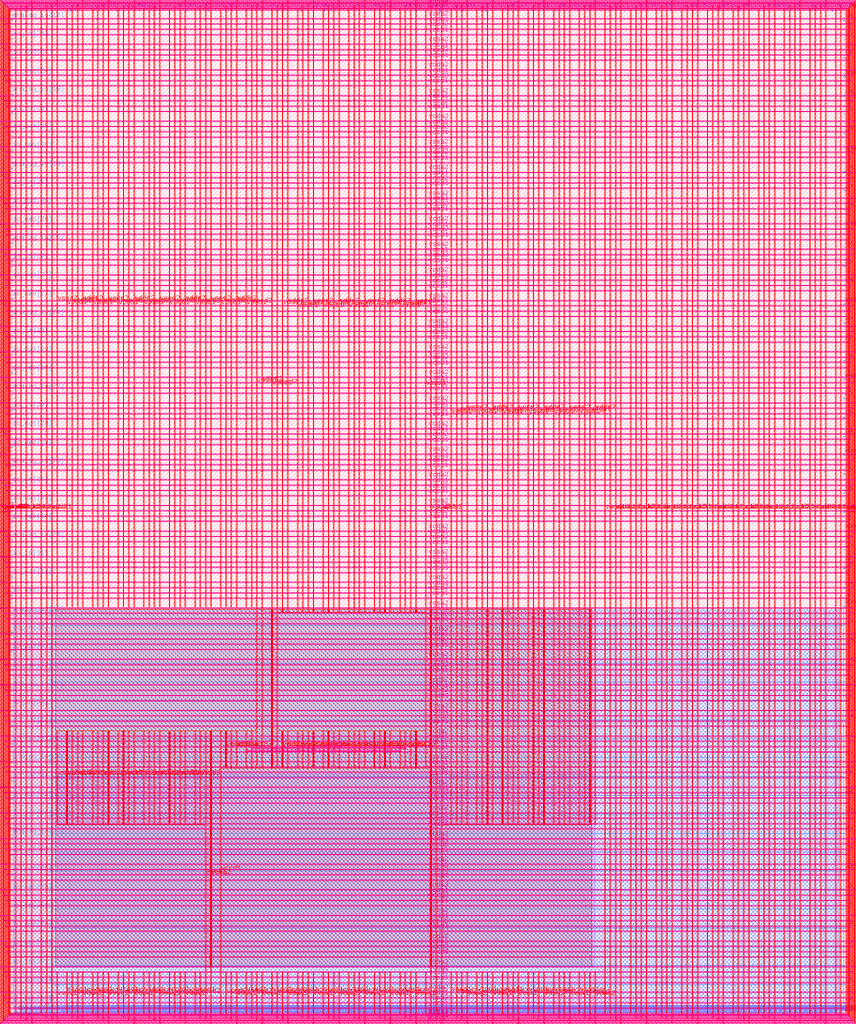
<source format=lef>
VERSION 5.7 ;
  NOWIREEXTENSIONATPIN ON ;
  DIVIDERCHAR "/" ;
  BUSBITCHARS "[]" ;
MACRO user_project_wrapper
  CLASS BLOCK ;
  FOREIGN user_project_wrapper ;
  ORIGIN 0.000 0.000 ;
  SIZE 2920.000 BY 3520.000 ;
  PIN analog_io[0]
    DIRECTION INOUT ;
    USE SIGNAL ;
    PORT
      LAYER met3 ;
        RECT 2917.600 1426.380 2924.800 1427.580 ;
    END
  END analog_io[0]
  PIN analog_io[10]
    DIRECTION INOUT ;
    USE SIGNAL ;
    PORT
      LAYER met2 ;
        RECT 2230.490 3517.600 2231.050 3524.800 ;
    END
  END analog_io[10]
  PIN analog_io[11]
    DIRECTION INOUT ;
    USE SIGNAL ;
    PORT
      LAYER met2 ;
        RECT 1905.730 3517.600 1906.290 3524.800 ;
    END
  END analog_io[11]
  PIN analog_io[12]
    DIRECTION INOUT ;
    USE SIGNAL ;
    PORT
      LAYER met2 ;
        RECT 1581.430 3517.600 1581.990 3524.800 ;
    END
  END analog_io[12]
  PIN analog_io[13]
    DIRECTION INOUT ;
    USE SIGNAL ;
    PORT
      LAYER met2 ;
        RECT 1257.130 3517.600 1257.690 3524.800 ;
    END
  END analog_io[13]
  PIN analog_io[14]
    DIRECTION INOUT ;
    USE SIGNAL ;
    PORT
      LAYER met2 ;
        RECT 932.370 3517.600 932.930 3524.800 ;
    END
  END analog_io[14]
  PIN analog_io[15]
    DIRECTION INOUT ;
    USE SIGNAL ;
    PORT
      LAYER met2 ;
        RECT 608.070 3517.600 608.630 3524.800 ;
    END
  END analog_io[15]
  PIN analog_io[16]
    DIRECTION INOUT ;
    USE SIGNAL ;
    PORT
      LAYER met2 ;
        RECT 283.770 3517.600 284.330 3524.800 ;
    END
  END analog_io[16]
  PIN analog_io[17]
    DIRECTION INOUT ;
    USE SIGNAL ;
    PORT
      LAYER met3 ;
        RECT -4.800 3486.100 2.400 3487.300 ;
    END
  END analog_io[17]
  PIN analog_io[18]
    DIRECTION INOUT ;
    USE SIGNAL ;
    PORT
      LAYER met3 ;
        RECT -4.800 3224.980 2.400 3226.180 ;
    END
  END analog_io[18]
  PIN analog_io[19]
    DIRECTION INOUT ;
    USE SIGNAL ;
    PORT
      LAYER met3 ;
        RECT -4.800 2964.540 2.400 2965.740 ;
    END
  END analog_io[19]
  PIN analog_io[1]
    DIRECTION INOUT ;
    USE SIGNAL ;
    PORT
      LAYER met3 ;
        RECT 2917.600 1692.260 2924.800 1693.460 ;
    END
  END analog_io[1]
  PIN analog_io[20]
    DIRECTION INOUT ;
    USE SIGNAL ;
    PORT
      LAYER met3 ;
        RECT -4.800 2703.420 2.400 2704.620 ;
    END
  END analog_io[20]
  PIN analog_io[21]
    DIRECTION INOUT ;
    USE SIGNAL ;
    PORT
      LAYER met3 ;
        RECT -4.800 2442.980 2.400 2444.180 ;
    END
  END analog_io[21]
  PIN analog_io[22]
    DIRECTION INOUT ;
    USE SIGNAL ;
    PORT
      LAYER met3 ;
        RECT -4.800 2182.540 2.400 2183.740 ;
    END
  END analog_io[22]
  PIN analog_io[23]
    DIRECTION INOUT ;
    USE SIGNAL ;
    PORT
      LAYER met3 ;
        RECT -4.800 1921.420 2.400 1922.620 ;
    END
  END analog_io[23]
  PIN analog_io[24]
    DIRECTION INOUT ;
    USE SIGNAL ;
    PORT
      LAYER met3 ;
        RECT -4.800 1660.980 2.400 1662.180 ;
    END
  END analog_io[24]
  PIN analog_io[25]
    DIRECTION INOUT ;
    USE SIGNAL ;
    PORT
      LAYER met3 ;
        RECT -4.800 1399.860 2.400 1401.060 ;
    END
  END analog_io[25]
  PIN analog_io[26]
    DIRECTION INOUT ;
    USE SIGNAL ;
    PORT
      LAYER met3 ;
        RECT -4.800 1139.420 2.400 1140.620 ;
    END
  END analog_io[26]
  PIN analog_io[27]
    DIRECTION INOUT ;
    USE SIGNAL ;
    PORT
      LAYER met3 ;
        RECT -4.800 878.980 2.400 880.180 ;
    END
  END analog_io[27]
  PIN analog_io[28]
    DIRECTION INOUT ;
    USE SIGNAL ;
    PORT
      LAYER met3 ;
        RECT -4.800 617.860 2.400 619.060 ;
    END
  END analog_io[28]
  PIN analog_io[2]
    DIRECTION INOUT ;
    USE SIGNAL ;
    PORT
      LAYER met3 ;
        RECT 2917.600 1958.140 2924.800 1959.340 ;
    END
  END analog_io[2]
  PIN analog_io[3]
    DIRECTION INOUT ;
    USE SIGNAL ;
    PORT
      LAYER met3 ;
        RECT 2917.600 2223.340 2924.800 2224.540 ;
    END
  END analog_io[3]
  PIN analog_io[4]
    DIRECTION INOUT ;
    USE SIGNAL ;
    PORT
      LAYER met3 ;
        RECT 2917.600 2489.220 2924.800 2490.420 ;
    END
  END analog_io[4]
  PIN analog_io[5]
    DIRECTION INOUT ;
    USE SIGNAL ;
    PORT
      LAYER met3 ;
        RECT 2917.600 2755.100 2924.800 2756.300 ;
    END
  END analog_io[5]
  PIN analog_io[6]
    DIRECTION INOUT ;
    USE SIGNAL ;
    PORT
      LAYER met3 ;
        RECT 2917.600 3020.300 2924.800 3021.500 ;
    END
  END analog_io[6]
  PIN analog_io[7]
    DIRECTION INOUT ;
    USE SIGNAL ;
    PORT
      LAYER met3 ;
        RECT 2917.600 3286.180 2924.800 3287.380 ;
    END
  END analog_io[7]
  PIN analog_io[8]
    DIRECTION INOUT ;
    USE SIGNAL ;
    PORT
      LAYER met2 ;
        RECT 2879.090 3517.600 2879.650 3524.800 ;
    END
  END analog_io[8]
  PIN analog_io[9]
    DIRECTION INOUT ;
    USE SIGNAL ;
    PORT
      LAYER met2 ;
        RECT 2554.790 3517.600 2555.350 3524.800 ;
    END
  END analog_io[9]
  PIN io_in[0]
    DIRECTION INPUT ;
    USE SIGNAL ;
    PORT
      LAYER met3 ;
        RECT 2917.600 32.380 2924.800 33.580 ;
    END
  END io_in[0]
  PIN io_in[10]
    DIRECTION INPUT ;
    USE SIGNAL ;
    PORT
      LAYER met3 ;
        RECT 2917.600 2289.980 2924.800 2291.180 ;
    END
  END io_in[10]
  PIN io_in[11]
    DIRECTION INPUT ;
    USE SIGNAL ;
    PORT
      LAYER met3 ;
        RECT 2917.600 2555.860 2924.800 2557.060 ;
    END
  END io_in[11]
  PIN io_in[12]
    DIRECTION INPUT ;
    USE SIGNAL ;
    PORT
      LAYER met3 ;
        RECT 2917.600 2821.060 2924.800 2822.260 ;
    END
  END io_in[12]
  PIN io_in[13]
    DIRECTION INPUT ;
    USE SIGNAL ;
    PORT
      LAYER met3 ;
        RECT 2917.600 3086.940 2924.800 3088.140 ;
    END
  END io_in[13]
  PIN io_in[14]
    DIRECTION INPUT ;
    USE SIGNAL ;
    PORT
      LAYER met3 ;
        RECT 2917.600 3352.820 2924.800 3354.020 ;
    END
  END io_in[14]
  PIN io_in[15]
    DIRECTION INPUT ;
    USE SIGNAL ;
    PORT
      LAYER met2 ;
        RECT 2798.130 3517.600 2798.690 3524.800 ;
    END
  END io_in[15]
  PIN io_in[16]
    DIRECTION INPUT ;
    USE SIGNAL ;
    PORT
      LAYER met2 ;
        RECT 2473.830 3517.600 2474.390 3524.800 ;
    END
  END io_in[16]
  PIN io_in[17]
    DIRECTION INPUT ;
    USE SIGNAL ;
    PORT
      LAYER met2 ;
        RECT 2149.070 3517.600 2149.630 3524.800 ;
    END
  END io_in[17]
  PIN io_in[18]
    DIRECTION INPUT ;
    USE SIGNAL ;
    PORT
      LAYER met2 ;
        RECT 1824.770 3517.600 1825.330 3524.800 ;
    END
  END io_in[18]
  PIN io_in[19]
    DIRECTION INPUT ;
    USE SIGNAL ;
    PORT
      LAYER met2 ;
        RECT 1500.470 3517.600 1501.030 3524.800 ;
    END
  END io_in[19]
  PIN io_in[1]
    DIRECTION INPUT ;
    USE SIGNAL ;
    PORT
      LAYER met3 ;
        RECT 2917.600 230.940 2924.800 232.140 ;
    END
  END io_in[1]
  PIN io_in[20]
    DIRECTION INPUT ;
    USE SIGNAL ;
    PORT
      LAYER met2 ;
        RECT 1175.710 3517.600 1176.270 3524.800 ;
    END
  END io_in[20]
  PIN io_in[21]
    DIRECTION INPUT ;
    USE SIGNAL ;
    PORT
      LAYER met2 ;
        RECT 851.410 3517.600 851.970 3524.800 ;
    END
  END io_in[21]
  PIN io_in[22]
    DIRECTION INPUT ;
    USE SIGNAL ;
    PORT
      LAYER met2 ;
        RECT 527.110 3517.600 527.670 3524.800 ;
    END
  END io_in[22]
  PIN io_in[23]
    DIRECTION INPUT ;
    USE SIGNAL ;
    PORT
      LAYER met2 ;
        RECT 202.350 3517.600 202.910 3524.800 ;
    END
  END io_in[23]
  PIN io_in[24]
    DIRECTION INPUT ;
    USE SIGNAL ;
    PORT
      LAYER met3 ;
        RECT -4.800 3420.820 2.400 3422.020 ;
    END
  END io_in[24]
  PIN io_in[25]
    DIRECTION INPUT ;
    USE SIGNAL ;
    PORT
      LAYER met3 ;
        RECT -4.800 3159.700 2.400 3160.900 ;
    END
  END io_in[25]
  PIN io_in[26]
    DIRECTION INPUT ;
    USE SIGNAL ;
    PORT
      LAYER met3 ;
        RECT -4.800 2899.260 2.400 2900.460 ;
    END
  END io_in[26]
  PIN io_in[27]
    DIRECTION INPUT ;
    USE SIGNAL ;
    PORT
      LAYER met3 ;
        RECT -4.800 2638.820 2.400 2640.020 ;
    END
  END io_in[27]
  PIN io_in[28]
    DIRECTION INPUT ;
    USE SIGNAL ;
    PORT
      LAYER met3 ;
        RECT -4.800 2377.700 2.400 2378.900 ;
    END
  END io_in[28]
  PIN io_in[29]
    DIRECTION INPUT ;
    USE SIGNAL ;
    PORT
      LAYER met3 ;
        RECT -4.800 2117.260 2.400 2118.460 ;
    END
  END io_in[29]
  PIN io_in[2]
    DIRECTION INPUT ;
    USE SIGNAL ;
    PORT
      LAYER met3 ;
        RECT 2917.600 430.180 2924.800 431.380 ;
    END
  END io_in[2]
  PIN io_in[30]
    DIRECTION INPUT ;
    USE SIGNAL ;
    PORT
      LAYER met3 ;
        RECT -4.800 1856.140 2.400 1857.340 ;
    END
  END io_in[30]
  PIN io_in[31]
    DIRECTION INPUT ;
    USE SIGNAL ;
    PORT
      LAYER met3 ;
        RECT -4.800 1595.700 2.400 1596.900 ;
    END
  END io_in[31]
  PIN io_in[32]
    DIRECTION INPUT ;
    USE SIGNAL ;
    PORT
      LAYER met3 ;
        RECT -4.800 1335.260 2.400 1336.460 ;
    END
  END io_in[32]
  PIN io_in[33]
    DIRECTION INPUT ;
    USE SIGNAL ;
    PORT
      LAYER met3 ;
        RECT -4.800 1074.140 2.400 1075.340 ;
    END
  END io_in[33]
  PIN io_in[34]
    DIRECTION INPUT ;
    USE SIGNAL ;
    PORT
      LAYER met3 ;
        RECT -4.800 813.700 2.400 814.900 ;
    END
  END io_in[34]
  PIN io_in[35]
    DIRECTION INPUT ;
    USE SIGNAL ;
    PORT
      LAYER met3 ;
        RECT -4.800 552.580 2.400 553.780 ;
    END
  END io_in[35]
  PIN io_in[36]
    DIRECTION INPUT ;
    USE SIGNAL ;
    PORT
      LAYER met3 ;
        RECT -4.800 357.420 2.400 358.620 ;
    END
  END io_in[36]
  PIN io_in[37]
    DIRECTION INPUT ;
    USE SIGNAL ;
    PORT
      LAYER met3 ;
        RECT -4.800 161.580 2.400 162.780 ;
    END
  END io_in[37]
  PIN io_in[3]
    DIRECTION INPUT ;
    USE SIGNAL ;
    PORT
      LAYER met3 ;
        RECT 2917.600 629.420 2924.800 630.620 ;
    END
  END io_in[3]
  PIN io_in[4]
    DIRECTION INPUT ;
    USE SIGNAL ;
    PORT
      LAYER met3 ;
        RECT 2917.600 828.660 2924.800 829.860 ;
    END
  END io_in[4]
  PIN io_in[5]
    DIRECTION INPUT ;
    USE SIGNAL ;
    PORT
      LAYER met3 ;
        RECT 2917.600 1027.900 2924.800 1029.100 ;
    END
  END io_in[5]
  PIN io_in[6]
    DIRECTION INPUT ;
    USE SIGNAL ;
    PORT
      LAYER met3 ;
        RECT 2917.600 1227.140 2924.800 1228.340 ;
    END
  END io_in[6]
  PIN io_in[7]
    DIRECTION INPUT ;
    USE SIGNAL ;
    PORT
      LAYER met3 ;
        RECT 2917.600 1493.020 2924.800 1494.220 ;
    END
  END io_in[7]
  PIN io_in[8]
    DIRECTION INPUT ;
    USE SIGNAL ;
    PORT
      LAYER met3 ;
        RECT 2917.600 1758.900 2924.800 1760.100 ;
    END
  END io_in[8]
  PIN io_in[9]
    DIRECTION INPUT ;
    USE SIGNAL ;
    PORT
      LAYER met3 ;
        RECT 2917.600 2024.100 2924.800 2025.300 ;
    END
  END io_in[9]
  PIN io_oeb[0]
    DIRECTION OUTPUT TRISTATE ;
    USE SIGNAL ;
    PORT
      LAYER met3 ;
        RECT 2917.600 164.980 2924.800 166.180 ;
    END
  END io_oeb[0]
  PIN io_oeb[10]
    DIRECTION OUTPUT TRISTATE ;
    USE SIGNAL ;
    PORT
      LAYER met3 ;
        RECT 2917.600 2422.580 2924.800 2423.780 ;
    END
  END io_oeb[10]
  PIN io_oeb[11]
    DIRECTION OUTPUT TRISTATE ;
    USE SIGNAL ;
    PORT
      LAYER met3 ;
        RECT 2917.600 2688.460 2924.800 2689.660 ;
    END
  END io_oeb[11]
  PIN io_oeb[12]
    DIRECTION OUTPUT TRISTATE ;
    USE SIGNAL ;
    PORT
      LAYER met3 ;
        RECT 2917.600 2954.340 2924.800 2955.540 ;
    END
  END io_oeb[12]
  PIN io_oeb[13]
    DIRECTION OUTPUT TRISTATE ;
    USE SIGNAL ;
    PORT
      LAYER met3 ;
        RECT 2917.600 3219.540 2924.800 3220.740 ;
    END
  END io_oeb[13]
  PIN io_oeb[14]
    DIRECTION OUTPUT TRISTATE ;
    USE SIGNAL ;
    PORT
      LAYER met3 ;
        RECT 2917.600 3485.420 2924.800 3486.620 ;
    END
  END io_oeb[14]
  PIN io_oeb[15]
    DIRECTION OUTPUT TRISTATE ;
    USE SIGNAL ;
    PORT
      LAYER met2 ;
        RECT 2635.750 3517.600 2636.310 3524.800 ;
    END
  END io_oeb[15]
  PIN io_oeb[16]
    DIRECTION OUTPUT TRISTATE ;
    USE SIGNAL ;
    PORT
      LAYER met2 ;
        RECT 2311.450 3517.600 2312.010 3524.800 ;
    END
  END io_oeb[16]
  PIN io_oeb[17]
    DIRECTION OUTPUT TRISTATE ;
    USE SIGNAL ;
    PORT
      LAYER met2 ;
        RECT 1987.150 3517.600 1987.710 3524.800 ;
    END
  END io_oeb[17]
  PIN io_oeb[18]
    DIRECTION OUTPUT TRISTATE ;
    USE SIGNAL ;
    PORT
      LAYER met2 ;
        RECT 1662.390 3517.600 1662.950 3524.800 ;
    END
  END io_oeb[18]
  PIN io_oeb[19]
    DIRECTION OUTPUT TRISTATE ;
    USE SIGNAL ;
    PORT
      LAYER met2 ;
        RECT 1338.090 3517.600 1338.650 3524.800 ;
    END
  END io_oeb[19]
  PIN io_oeb[1]
    DIRECTION OUTPUT TRISTATE ;
    USE SIGNAL ;
    PORT
      LAYER met3 ;
        RECT 2917.600 364.220 2924.800 365.420 ;
    END
  END io_oeb[1]
  PIN io_oeb[20]
    DIRECTION OUTPUT TRISTATE ;
    USE SIGNAL ;
    PORT
      LAYER met2 ;
        RECT 1013.790 3517.600 1014.350 3524.800 ;
    END
  END io_oeb[20]
  PIN io_oeb[21]
    DIRECTION OUTPUT TRISTATE ;
    USE SIGNAL ;
    PORT
      LAYER met2 ;
        RECT 689.030 3517.600 689.590 3524.800 ;
    END
  END io_oeb[21]
  PIN io_oeb[22]
    DIRECTION OUTPUT TRISTATE ;
    USE SIGNAL ;
    PORT
      LAYER met2 ;
        RECT 364.730 3517.600 365.290 3524.800 ;
    END
  END io_oeb[22]
  PIN io_oeb[23]
    DIRECTION OUTPUT TRISTATE ;
    USE SIGNAL ;
    PORT
      LAYER met2 ;
        RECT 40.430 3517.600 40.990 3524.800 ;
    END
  END io_oeb[23]
  PIN io_oeb[24]
    DIRECTION OUTPUT TRISTATE ;
    USE SIGNAL ;
    PORT
      LAYER met3 ;
        RECT -4.800 3290.260 2.400 3291.460 ;
    END
  END io_oeb[24]
  PIN io_oeb[25]
    DIRECTION OUTPUT TRISTATE ;
    USE SIGNAL ;
    PORT
      LAYER met3 ;
        RECT -4.800 3029.820 2.400 3031.020 ;
    END
  END io_oeb[25]
  PIN io_oeb[26]
    DIRECTION OUTPUT TRISTATE ;
    USE SIGNAL ;
    PORT
      LAYER met3 ;
        RECT -4.800 2768.700 2.400 2769.900 ;
    END
  END io_oeb[26]
  PIN io_oeb[27]
    DIRECTION OUTPUT TRISTATE ;
    USE SIGNAL ;
    PORT
      LAYER met3 ;
        RECT -4.800 2508.260 2.400 2509.460 ;
    END
  END io_oeb[27]
  PIN io_oeb[28]
    DIRECTION OUTPUT TRISTATE ;
    USE SIGNAL ;
    PORT
      LAYER met3 ;
        RECT -4.800 2247.140 2.400 2248.340 ;
    END
  END io_oeb[28]
  PIN io_oeb[29]
    DIRECTION OUTPUT TRISTATE ;
    USE SIGNAL ;
    PORT
      LAYER met3 ;
        RECT -4.800 1986.700 2.400 1987.900 ;
    END
  END io_oeb[29]
  PIN io_oeb[2]
    DIRECTION OUTPUT TRISTATE ;
    USE SIGNAL ;
    PORT
      LAYER met3 ;
        RECT 2917.600 563.460 2924.800 564.660 ;
    END
  END io_oeb[2]
  PIN io_oeb[30]
    DIRECTION OUTPUT TRISTATE ;
    USE SIGNAL ;
    PORT
      LAYER met3 ;
        RECT -4.800 1726.260 2.400 1727.460 ;
    END
  END io_oeb[30]
  PIN io_oeb[31]
    DIRECTION OUTPUT TRISTATE ;
    USE SIGNAL ;
    PORT
      LAYER met3 ;
        RECT -4.800 1465.140 2.400 1466.340 ;
    END
  END io_oeb[31]
  PIN io_oeb[32]
    DIRECTION OUTPUT TRISTATE ;
    USE SIGNAL ;
    PORT
      LAYER met3 ;
        RECT -4.800 1204.700 2.400 1205.900 ;
    END
  END io_oeb[32]
  PIN io_oeb[33]
    DIRECTION OUTPUT TRISTATE ;
    USE SIGNAL ;
    PORT
      LAYER met3 ;
        RECT -4.800 943.580 2.400 944.780 ;
    END
  END io_oeb[33]
  PIN io_oeb[34]
    DIRECTION OUTPUT TRISTATE ;
    USE SIGNAL ;
    PORT
      LAYER met3 ;
        RECT -4.800 683.140 2.400 684.340 ;
    END
  END io_oeb[34]
  PIN io_oeb[35]
    DIRECTION OUTPUT TRISTATE ;
    USE SIGNAL ;
    PORT
      LAYER met3 ;
        RECT -4.800 422.700 2.400 423.900 ;
    END
  END io_oeb[35]
  PIN io_oeb[36]
    DIRECTION OUTPUT TRISTATE ;
    USE SIGNAL ;
    PORT
      LAYER met3 ;
        RECT -4.800 226.860 2.400 228.060 ;
    END
  END io_oeb[36]
  PIN io_oeb[37]
    DIRECTION OUTPUT TRISTATE ;
    USE SIGNAL ;
    PORT
      LAYER met3 ;
        RECT -4.800 31.700 2.400 32.900 ;
    END
  END io_oeb[37]
  PIN io_oeb[3]
    DIRECTION OUTPUT TRISTATE ;
    USE SIGNAL ;
    PORT
      LAYER met3 ;
        RECT 2917.600 762.700 2924.800 763.900 ;
    END
  END io_oeb[3]
  PIN io_oeb[4]
    DIRECTION OUTPUT TRISTATE ;
    USE SIGNAL ;
    PORT
      LAYER met3 ;
        RECT 2917.600 961.940 2924.800 963.140 ;
    END
  END io_oeb[4]
  PIN io_oeb[5]
    DIRECTION OUTPUT TRISTATE ;
    USE SIGNAL ;
    PORT
      LAYER met3 ;
        RECT 2917.600 1161.180 2924.800 1162.380 ;
    END
  END io_oeb[5]
  PIN io_oeb[6]
    DIRECTION OUTPUT TRISTATE ;
    USE SIGNAL ;
    PORT
      LAYER met3 ;
        RECT 2917.600 1360.420 2924.800 1361.620 ;
    END
  END io_oeb[6]
  PIN io_oeb[7]
    DIRECTION OUTPUT TRISTATE ;
    USE SIGNAL ;
    PORT
      LAYER met3 ;
        RECT 2917.600 1625.620 2924.800 1626.820 ;
    END
  END io_oeb[7]
  PIN io_oeb[8]
    DIRECTION OUTPUT TRISTATE ;
    USE SIGNAL ;
    PORT
      LAYER met3 ;
        RECT 2917.600 1891.500 2924.800 1892.700 ;
    END
  END io_oeb[8]
  PIN io_oeb[9]
    DIRECTION OUTPUT TRISTATE ;
    USE SIGNAL ;
    PORT
      LAYER met3 ;
        RECT 2917.600 2157.380 2924.800 2158.580 ;
    END
  END io_oeb[9]
  PIN io_out[0]
    DIRECTION OUTPUT TRISTATE ;
    USE SIGNAL ;
    PORT
      LAYER met3 ;
        RECT 2917.600 98.340 2924.800 99.540 ;
    END
  END io_out[0]
  PIN io_out[10]
    DIRECTION OUTPUT TRISTATE ;
    USE SIGNAL ;
    PORT
      LAYER met3 ;
        RECT 2917.600 2356.620 2924.800 2357.820 ;
    END
  END io_out[10]
  PIN io_out[11]
    DIRECTION OUTPUT TRISTATE ;
    USE SIGNAL ;
    PORT
      LAYER met3 ;
        RECT 2917.600 2621.820 2924.800 2623.020 ;
    END
  END io_out[11]
  PIN io_out[12]
    DIRECTION OUTPUT TRISTATE ;
    USE SIGNAL ;
    PORT
      LAYER met3 ;
        RECT 2917.600 2887.700 2924.800 2888.900 ;
    END
  END io_out[12]
  PIN io_out[13]
    DIRECTION OUTPUT TRISTATE ;
    USE SIGNAL ;
    PORT
      LAYER met3 ;
        RECT 2917.600 3153.580 2924.800 3154.780 ;
    END
  END io_out[13]
  PIN io_out[14]
    DIRECTION OUTPUT TRISTATE ;
    USE SIGNAL ;
    PORT
      LAYER met3 ;
        RECT 2917.600 3418.780 2924.800 3419.980 ;
    END
  END io_out[14]
  PIN io_out[15]
    DIRECTION OUTPUT TRISTATE ;
    USE SIGNAL ;
    PORT
      LAYER met2 ;
        RECT 2717.170 3517.600 2717.730 3524.800 ;
    END
  END io_out[15]
  PIN io_out[16]
    DIRECTION OUTPUT TRISTATE ;
    USE SIGNAL ;
    PORT
      LAYER met2 ;
        RECT 2392.410 3517.600 2392.970 3524.800 ;
    END
  END io_out[16]
  PIN io_out[17]
    DIRECTION OUTPUT TRISTATE ;
    USE SIGNAL ;
    PORT
      LAYER met2 ;
        RECT 2068.110 3517.600 2068.670 3524.800 ;
    END
  END io_out[17]
  PIN io_out[18]
    DIRECTION OUTPUT TRISTATE ;
    USE SIGNAL ;
    PORT
      LAYER met2 ;
        RECT 1743.810 3517.600 1744.370 3524.800 ;
    END
  END io_out[18]
  PIN io_out[19]
    DIRECTION OUTPUT TRISTATE ;
    USE SIGNAL ;
    PORT
      LAYER met2 ;
        RECT 1419.050 3517.600 1419.610 3524.800 ;
    END
  END io_out[19]
  PIN io_out[1]
    DIRECTION OUTPUT TRISTATE ;
    USE SIGNAL ;
    PORT
      LAYER met3 ;
        RECT 2917.600 297.580 2924.800 298.780 ;
    END
  END io_out[1]
  PIN io_out[20]
    DIRECTION OUTPUT TRISTATE ;
    USE SIGNAL ;
    PORT
      LAYER met2 ;
        RECT 1094.750 3517.600 1095.310 3524.800 ;
    END
  END io_out[20]
  PIN io_out[21]
    DIRECTION OUTPUT TRISTATE ;
    USE SIGNAL ;
    PORT
      LAYER met2 ;
        RECT 770.450 3517.600 771.010 3524.800 ;
    END
  END io_out[21]
  PIN io_out[22]
    DIRECTION OUTPUT TRISTATE ;
    USE SIGNAL ;
    PORT
      LAYER met2 ;
        RECT 445.690 3517.600 446.250 3524.800 ;
    END
  END io_out[22]
  PIN io_out[23]
    DIRECTION OUTPUT TRISTATE ;
    USE SIGNAL ;
    PORT
      LAYER met2 ;
        RECT 121.390 3517.600 121.950 3524.800 ;
    END
  END io_out[23]
  PIN io_out[24]
    DIRECTION OUTPUT TRISTATE ;
    USE SIGNAL ;
    PORT
      LAYER met3 ;
        RECT -4.800 3355.540 2.400 3356.740 ;
    END
  END io_out[24]
  PIN io_out[25]
    DIRECTION OUTPUT TRISTATE ;
    USE SIGNAL ;
    PORT
      LAYER met3 ;
        RECT -4.800 3095.100 2.400 3096.300 ;
    END
  END io_out[25]
  PIN io_out[26]
    DIRECTION OUTPUT TRISTATE ;
    USE SIGNAL ;
    PORT
      LAYER met3 ;
        RECT -4.800 2833.980 2.400 2835.180 ;
    END
  END io_out[26]
  PIN io_out[27]
    DIRECTION OUTPUT TRISTATE ;
    USE SIGNAL ;
    PORT
      LAYER met3 ;
        RECT -4.800 2573.540 2.400 2574.740 ;
    END
  END io_out[27]
  PIN io_out[28]
    DIRECTION OUTPUT TRISTATE ;
    USE SIGNAL ;
    PORT
      LAYER met3 ;
        RECT -4.800 2312.420 2.400 2313.620 ;
    END
  END io_out[28]
  PIN io_out[29]
    DIRECTION OUTPUT TRISTATE ;
    USE SIGNAL ;
    PORT
      LAYER met3 ;
        RECT -4.800 2051.980 2.400 2053.180 ;
    END
  END io_out[29]
  PIN io_out[2]
    DIRECTION OUTPUT TRISTATE ;
    USE SIGNAL ;
    PORT
      LAYER met3 ;
        RECT 2917.600 496.820 2924.800 498.020 ;
    END
  END io_out[2]
  PIN io_out[30]
    DIRECTION OUTPUT TRISTATE ;
    USE SIGNAL ;
    PORT
      LAYER met3 ;
        RECT -4.800 1791.540 2.400 1792.740 ;
    END
  END io_out[30]
  PIN io_out[31]
    DIRECTION OUTPUT TRISTATE ;
    USE SIGNAL ;
    PORT
      LAYER met3 ;
        RECT -4.800 1530.420 2.400 1531.620 ;
    END
  END io_out[31]
  PIN io_out[32]
    DIRECTION OUTPUT TRISTATE ;
    USE SIGNAL ;
    PORT
      LAYER met3 ;
        RECT -4.800 1269.980 2.400 1271.180 ;
    END
  END io_out[32]
  PIN io_out[33]
    DIRECTION OUTPUT TRISTATE ;
    USE SIGNAL ;
    PORT
      LAYER met3 ;
        RECT -4.800 1008.860 2.400 1010.060 ;
    END
  END io_out[33]
  PIN io_out[34]
    DIRECTION OUTPUT TRISTATE ;
    USE SIGNAL ;
    PORT
      LAYER met3 ;
        RECT -4.800 748.420 2.400 749.620 ;
    END
  END io_out[34]
  PIN io_out[35]
    DIRECTION OUTPUT TRISTATE ;
    USE SIGNAL ;
    PORT
      LAYER met3 ;
        RECT -4.800 487.300 2.400 488.500 ;
    END
  END io_out[35]
  PIN io_out[36]
    DIRECTION OUTPUT TRISTATE ;
    USE SIGNAL ;
    PORT
      LAYER met3 ;
        RECT -4.800 292.140 2.400 293.340 ;
    END
  END io_out[36]
  PIN io_out[37]
    DIRECTION OUTPUT TRISTATE ;
    USE SIGNAL ;
    PORT
      LAYER met3 ;
        RECT -4.800 96.300 2.400 97.500 ;
    END
  END io_out[37]
  PIN io_out[3]
    DIRECTION OUTPUT TRISTATE ;
    USE SIGNAL ;
    PORT
      LAYER met3 ;
        RECT 2917.600 696.060 2924.800 697.260 ;
    END
  END io_out[3]
  PIN io_out[4]
    DIRECTION OUTPUT TRISTATE ;
    USE SIGNAL ;
    PORT
      LAYER met3 ;
        RECT 2917.600 895.300 2924.800 896.500 ;
    END
  END io_out[4]
  PIN io_out[5]
    DIRECTION OUTPUT TRISTATE ;
    USE SIGNAL ;
    PORT
      LAYER met3 ;
        RECT 2917.600 1094.540 2924.800 1095.740 ;
    END
  END io_out[5]
  PIN io_out[6]
    DIRECTION OUTPUT TRISTATE ;
    USE SIGNAL ;
    PORT
      LAYER met3 ;
        RECT 2917.600 1293.780 2924.800 1294.980 ;
    END
  END io_out[6]
  PIN io_out[7]
    DIRECTION OUTPUT TRISTATE ;
    USE SIGNAL ;
    PORT
      LAYER met3 ;
        RECT 2917.600 1559.660 2924.800 1560.860 ;
    END
  END io_out[7]
  PIN io_out[8]
    DIRECTION OUTPUT TRISTATE ;
    USE SIGNAL ;
    PORT
      LAYER met3 ;
        RECT 2917.600 1824.860 2924.800 1826.060 ;
    END
  END io_out[8]
  PIN io_out[9]
    DIRECTION OUTPUT TRISTATE ;
    USE SIGNAL ;
    PORT
      LAYER met3 ;
        RECT 2917.600 2090.740 2924.800 2091.940 ;
    END
  END io_out[9]
  PIN la_data_in[0]
    DIRECTION INPUT ;
    USE SIGNAL ;
    PORT
      LAYER met2 ;
        RECT 629.230 -4.800 629.790 2.400 ;
    END
  END la_data_in[0]
  PIN la_data_in[100]
    DIRECTION INPUT ;
    USE SIGNAL ;
    PORT
      LAYER met2 ;
        RECT 2402.530 -4.800 2403.090 2.400 ;
    END
  END la_data_in[100]
  PIN la_data_in[101]
    DIRECTION INPUT ;
    USE SIGNAL ;
    PORT
      LAYER met2 ;
        RECT 2420.010 -4.800 2420.570 2.400 ;
    END
  END la_data_in[101]
  PIN la_data_in[102]
    DIRECTION INPUT ;
    USE SIGNAL ;
    PORT
      LAYER met2 ;
        RECT 2437.950 -4.800 2438.510 2.400 ;
    END
  END la_data_in[102]
  PIN la_data_in[103]
    DIRECTION INPUT ;
    USE SIGNAL ;
    PORT
      LAYER met2 ;
        RECT 2455.430 -4.800 2455.990 2.400 ;
    END
  END la_data_in[103]
  PIN la_data_in[104]
    DIRECTION INPUT ;
    USE SIGNAL ;
    PORT
      LAYER met2 ;
        RECT 2473.370 -4.800 2473.930 2.400 ;
    END
  END la_data_in[104]
  PIN la_data_in[105]
    DIRECTION INPUT ;
    USE SIGNAL ;
    PORT
      LAYER met2 ;
        RECT 2490.850 -4.800 2491.410 2.400 ;
    END
  END la_data_in[105]
  PIN la_data_in[106]
    DIRECTION INPUT ;
    USE SIGNAL ;
    PORT
      LAYER met2 ;
        RECT 2508.790 -4.800 2509.350 2.400 ;
    END
  END la_data_in[106]
  PIN la_data_in[107]
    DIRECTION INPUT ;
    USE SIGNAL ;
    PORT
      LAYER met2 ;
        RECT 2526.730 -4.800 2527.290 2.400 ;
    END
  END la_data_in[107]
  PIN la_data_in[108]
    DIRECTION INPUT ;
    USE SIGNAL ;
    PORT
      LAYER met2 ;
        RECT 2544.210 -4.800 2544.770 2.400 ;
    END
  END la_data_in[108]
  PIN la_data_in[109]
    DIRECTION INPUT ;
    USE SIGNAL ;
    PORT
      LAYER met2 ;
        RECT 2562.150 -4.800 2562.710 2.400 ;
    END
  END la_data_in[109]
  PIN la_data_in[10]
    DIRECTION INPUT ;
    USE SIGNAL ;
    PORT
      LAYER met2 ;
        RECT 806.330 -4.800 806.890 2.400 ;
    END
  END la_data_in[10]
  PIN la_data_in[110]
    DIRECTION INPUT ;
    USE SIGNAL ;
    PORT
      LAYER met2 ;
        RECT 2579.630 -4.800 2580.190 2.400 ;
    END
  END la_data_in[110]
  PIN la_data_in[111]
    DIRECTION INPUT ;
    USE SIGNAL ;
    PORT
      LAYER met2 ;
        RECT 2597.570 -4.800 2598.130 2.400 ;
    END
  END la_data_in[111]
  PIN la_data_in[112]
    DIRECTION INPUT ;
    USE SIGNAL ;
    PORT
      LAYER met2 ;
        RECT 2615.050 -4.800 2615.610 2.400 ;
    END
  END la_data_in[112]
  PIN la_data_in[113]
    DIRECTION INPUT ;
    USE SIGNAL ;
    PORT
      LAYER met2 ;
        RECT 2632.990 -4.800 2633.550 2.400 ;
    END
  END la_data_in[113]
  PIN la_data_in[114]
    DIRECTION INPUT ;
    USE SIGNAL ;
    PORT
      LAYER met2 ;
        RECT 2650.470 -4.800 2651.030 2.400 ;
    END
  END la_data_in[114]
  PIN la_data_in[115]
    DIRECTION INPUT ;
    USE SIGNAL ;
    PORT
      LAYER met2 ;
        RECT 2668.410 -4.800 2668.970 2.400 ;
    END
  END la_data_in[115]
  PIN la_data_in[116]
    DIRECTION INPUT ;
    USE SIGNAL ;
    PORT
      LAYER met2 ;
        RECT 2685.890 -4.800 2686.450 2.400 ;
    END
  END la_data_in[116]
  PIN la_data_in[117]
    DIRECTION INPUT ;
    USE SIGNAL ;
    PORT
      LAYER met2 ;
        RECT 2703.830 -4.800 2704.390 2.400 ;
    END
  END la_data_in[117]
  PIN la_data_in[118]
    DIRECTION INPUT ;
    USE SIGNAL ;
    PORT
      LAYER met2 ;
        RECT 2721.770 -4.800 2722.330 2.400 ;
    END
  END la_data_in[118]
  PIN la_data_in[119]
    DIRECTION INPUT ;
    USE SIGNAL ;
    PORT
      LAYER met2 ;
        RECT 2739.250 -4.800 2739.810 2.400 ;
    END
  END la_data_in[119]
  PIN la_data_in[11]
    DIRECTION INPUT ;
    USE SIGNAL ;
    PORT
      LAYER met2 ;
        RECT 824.270 -4.800 824.830 2.400 ;
    END
  END la_data_in[11]
  PIN la_data_in[120]
    DIRECTION INPUT ;
    USE SIGNAL ;
    PORT
      LAYER met2 ;
        RECT 2757.190 -4.800 2757.750 2.400 ;
    END
  END la_data_in[120]
  PIN la_data_in[121]
    DIRECTION INPUT ;
    USE SIGNAL ;
    PORT
      LAYER met2 ;
        RECT 2774.670 -4.800 2775.230 2.400 ;
    END
  END la_data_in[121]
  PIN la_data_in[122]
    DIRECTION INPUT ;
    USE SIGNAL ;
    PORT
      LAYER met2 ;
        RECT 2792.610 -4.800 2793.170 2.400 ;
    END
  END la_data_in[122]
  PIN la_data_in[123]
    DIRECTION INPUT ;
    USE SIGNAL ;
    PORT
      LAYER met2 ;
        RECT 2810.090 -4.800 2810.650 2.400 ;
    END
  END la_data_in[123]
  PIN la_data_in[124]
    DIRECTION INPUT ;
    USE SIGNAL ;
    PORT
      LAYER met2 ;
        RECT 2828.030 -4.800 2828.590 2.400 ;
    END
  END la_data_in[124]
  PIN la_data_in[125]
    DIRECTION INPUT ;
    USE SIGNAL ;
    PORT
      LAYER met2 ;
        RECT 2845.510 -4.800 2846.070 2.400 ;
    END
  END la_data_in[125]
  PIN la_data_in[126]
    DIRECTION INPUT ;
    USE SIGNAL ;
    PORT
      LAYER met2 ;
        RECT 2863.450 -4.800 2864.010 2.400 ;
    END
  END la_data_in[126]
  PIN la_data_in[127]
    DIRECTION INPUT ;
    USE SIGNAL ;
    PORT
      LAYER met2 ;
        RECT 2881.390 -4.800 2881.950 2.400 ;
    END
  END la_data_in[127]
  PIN la_data_in[12]
    DIRECTION INPUT ;
    USE SIGNAL ;
    PORT
      LAYER met2 ;
        RECT 841.750 -4.800 842.310 2.400 ;
    END
  END la_data_in[12]
  PIN la_data_in[13]
    DIRECTION INPUT ;
    USE SIGNAL ;
    PORT
      LAYER met2 ;
        RECT 859.690 -4.800 860.250 2.400 ;
    END
  END la_data_in[13]
  PIN la_data_in[14]
    DIRECTION INPUT ;
    USE SIGNAL ;
    PORT
      LAYER met2 ;
        RECT 877.170 -4.800 877.730 2.400 ;
    END
  END la_data_in[14]
  PIN la_data_in[15]
    DIRECTION INPUT ;
    USE SIGNAL ;
    PORT
      LAYER met2 ;
        RECT 895.110 -4.800 895.670 2.400 ;
    END
  END la_data_in[15]
  PIN la_data_in[16]
    DIRECTION INPUT ;
    USE SIGNAL ;
    PORT
      LAYER met2 ;
        RECT 912.590 -4.800 913.150 2.400 ;
    END
  END la_data_in[16]
  PIN la_data_in[17]
    DIRECTION INPUT ;
    USE SIGNAL ;
    PORT
      LAYER met2 ;
        RECT 930.530 -4.800 931.090 2.400 ;
    END
  END la_data_in[17]
  PIN la_data_in[18]
    DIRECTION INPUT ;
    USE SIGNAL ;
    PORT
      LAYER met2 ;
        RECT 948.470 -4.800 949.030 2.400 ;
    END
  END la_data_in[18]
  PIN la_data_in[19]
    DIRECTION INPUT ;
    USE SIGNAL ;
    PORT
      LAYER met2 ;
        RECT 965.950 -4.800 966.510 2.400 ;
    END
  END la_data_in[19]
  PIN la_data_in[1]
    DIRECTION INPUT ;
    USE SIGNAL ;
    PORT
      LAYER met2 ;
        RECT 646.710 -4.800 647.270 2.400 ;
    END
  END la_data_in[1]
  PIN la_data_in[20]
    DIRECTION INPUT ;
    USE SIGNAL ;
    PORT
      LAYER met2 ;
        RECT 983.890 -4.800 984.450 2.400 ;
    END
  END la_data_in[20]
  PIN la_data_in[21]
    DIRECTION INPUT ;
    USE SIGNAL ;
    PORT
      LAYER met2 ;
        RECT 1001.370 -4.800 1001.930 2.400 ;
    END
  END la_data_in[21]
  PIN la_data_in[22]
    DIRECTION INPUT ;
    USE SIGNAL ;
    PORT
      LAYER met2 ;
        RECT 1019.310 -4.800 1019.870 2.400 ;
    END
  END la_data_in[22]
  PIN la_data_in[23]
    DIRECTION INPUT ;
    USE SIGNAL ;
    PORT
      LAYER met2 ;
        RECT 1036.790 -4.800 1037.350 2.400 ;
    END
  END la_data_in[23]
  PIN la_data_in[24]
    DIRECTION INPUT ;
    USE SIGNAL ;
    PORT
      LAYER met2 ;
        RECT 1054.730 -4.800 1055.290 2.400 ;
    END
  END la_data_in[24]
  PIN la_data_in[25]
    DIRECTION INPUT ;
    USE SIGNAL ;
    PORT
      LAYER met2 ;
        RECT 1072.210 -4.800 1072.770 2.400 ;
    END
  END la_data_in[25]
  PIN la_data_in[26]
    DIRECTION INPUT ;
    USE SIGNAL ;
    PORT
      LAYER met2 ;
        RECT 1090.150 -4.800 1090.710 2.400 ;
    END
  END la_data_in[26]
  PIN la_data_in[27]
    DIRECTION INPUT ;
    USE SIGNAL ;
    PORT
      LAYER met2 ;
        RECT 1107.630 -4.800 1108.190 2.400 ;
    END
  END la_data_in[27]
  PIN la_data_in[28]
    DIRECTION INPUT ;
    USE SIGNAL ;
    PORT
      LAYER met2 ;
        RECT 1125.570 -4.800 1126.130 2.400 ;
    END
  END la_data_in[28]
  PIN la_data_in[29]
    DIRECTION INPUT ;
    USE SIGNAL ;
    PORT
      LAYER met2 ;
        RECT 1143.510 -4.800 1144.070 2.400 ;
    END
  END la_data_in[29]
  PIN la_data_in[2]
    DIRECTION INPUT ;
    USE SIGNAL ;
    PORT
      LAYER met2 ;
        RECT 664.650 -4.800 665.210 2.400 ;
    END
  END la_data_in[2]
  PIN la_data_in[30]
    DIRECTION INPUT ;
    USE SIGNAL ;
    PORT
      LAYER met2 ;
        RECT 1160.990 -4.800 1161.550 2.400 ;
    END
  END la_data_in[30]
  PIN la_data_in[31]
    DIRECTION INPUT ;
    USE SIGNAL ;
    PORT
      LAYER met2 ;
        RECT 1178.930 -4.800 1179.490 2.400 ;
    END
  END la_data_in[31]
  PIN la_data_in[32]
    DIRECTION INPUT ;
    USE SIGNAL ;
    PORT
      LAYER met2 ;
        RECT 1196.410 -4.800 1196.970 2.400 ;
    END
  END la_data_in[32]
  PIN la_data_in[33]
    DIRECTION INPUT ;
    USE SIGNAL ;
    PORT
      LAYER met2 ;
        RECT 1214.350 -4.800 1214.910 2.400 ;
    END
  END la_data_in[33]
  PIN la_data_in[34]
    DIRECTION INPUT ;
    USE SIGNAL ;
    PORT
      LAYER met2 ;
        RECT 1231.830 -4.800 1232.390 2.400 ;
    END
  END la_data_in[34]
  PIN la_data_in[35]
    DIRECTION INPUT ;
    USE SIGNAL ;
    PORT
      LAYER met2 ;
        RECT 1249.770 -4.800 1250.330 2.400 ;
    END
  END la_data_in[35]
  PIN la_data_in[36]
    DIRECTION INPUT ;
    USE SIGNAL ;
    PORT
      LAYER met2 ;
        RECT 1267.250 -4.800 1267.810 2.400 ;
    END
  END la_data_in[36]
  PIN la_data_in[37]
    DIRECTION INPUT ;
    USE SIGNAL ;
    PORT
      LAYER met2 ;
        RECT 1285.190 -4.800 1285.750 2.400 ;
    END
  END la_data_in[37]
  PIN la_data_in[38]
    DIRECTION INPUT ;
    USE SIGNAL ;
    PORT
      LAYER met2 ;
        RECT 1303.130 -4.800 1303.690 2.400 ;
    END
  END la_data_in[38]
  PIN la_data_in[39]
    DIRECTION INPUT ;
    USE SIGNAL ;
    PORT
      LAYER met2 ;
        RECT 1320.610 -4.800 1321.170 2.400 ;
    END
  END la_data_in[39]
  PIN la_data_in[3]
    DIRECTION INPUT ;
    USE SIGNAL ;
    PORT
      LAYER met2 ;
        RECT 682.130 -4.800 682.690 2.400 ;
    END
  END la_data_in[3]
  PIN la_data_in[40]
    DIRECTION INPUT ;
    USE SIGNAL ;
    PORT
      LAYER met2 ;
        RECT 1338.550 -4.800 1339.110 2.400 ;
    END
  END la_data_in[40]
  PIN la_data_in[41]
    DIRECTION INPUT ;
    USE SIGNAL ;
    PORT
      LAYER met2 ;
        RECT 1356.030 -4.800 1356.590 2.400 ;
    END
  END la_data_in[41]
  PIN la_data_in[42]
    DIRECTION INPUT ;
    USE SIGNAL ;
    PORT
      LAYER met2 ;
        RECT 1373.970 -4.800 1374.530 2.400 ;
    END
  END la_data_in[42]
  PIN la_data_in[43]
    DIRECTION INPUT ;
    USE SIGNAL ;
    PORT
      LAYER met2 ;
        RECT 1391.450 -4.800 1392.010 2.400 ;
    END
  END la_data_in[43]
  PIN la_data_in[44]
    DIRECTION INPUT ;
    USE SIGNAL ;
    PORT
      LAYER met2 ;
        RECT 1409.390 -4.800 1409.950 2.400 ;
    END
  END la_data_in[44]
  PIN la_data_in[45]
    DIRECTION INPUT ;
    USE SIGNAL ;
    PORT
      LAYER met2 ;
        RECT 1426.870 -4.800 1427.430 2.400 ;
    END
  END la_data_in[45]
  PIN la_data_in[46]
    DIRECTION INPUT ;
    USE SIGNAL ;
    PORT
      LAYER met2 ;
        RECT 1444.810 -4.800 1445.370 2.400 ;
    END
  END la_data_in[46]
  PIN la_data_in[47]
    DIRECTION INPUT ;
    USE SIGNAL ;
    PORT
      LAYER met2 ;
        RECT 1462.750 -4.800 1463.310 2.400 ;
    END
  END la_data_in[47]
  PIN la_data_in[48]
    DIRECTION INPUT ;
    USE SIGNAL ;
    PORT
      LAYER met2 ;
        RECT 1480.230 -4.800 1480.790 2.400 ;
    END
  END la_data_in[48]
  PIN la_data_in[49]
    DIRECTION INPUT ;
    USE SIGNAL ;
    PORT
      LAYER met2 ;
        RECT 1498.170 -4.800 1498.730 2.400 ;
    END
  END la_data_in[49]
  PIN la_data_in[4]
    DIRECTION INPUT ;
    USE SIGNAL ;
    PORT
      LAYER met2 ;
        RECT 700.070 -4.800 700.630 2.400 ;
    END
  END la_data_in[4]
  PIN la_data_in[50]
    DIRECTION INPUT ;
    USE SIGNAL ;
    PORT
      LAYER met2 ;
        RECT 1515.650 -4.800 1516.210 2.400 ;
    END
  END la_data_in[50]
  PIN la_data_in[51]
    DIRECTION INPUT ;
    USE SIGNAL ;
    PORT
      LAYER met2 ;
        RECT 1533.590 -4.800 1534.150 2.400 ;
    END
  END la_data_in[51]
  PIN la_data_in[52]
    DIRECTION INPUT ;
    USE SIGNAL ;
    PORT
      LAYER met2 ;
        RECT 1551.070 -4.800 1551.630 2.400 ;
    END
  END la_data_in[52]
  PIN la_data_in[53]
    DIRECTION INPUT ;
    USE SIGNAL ;
    PORT
      LAYER met2 ;
        RECT 1569.010 -4.800 1569.570 2.400 ;
    END
  END la_data_in[53]
  PIN la_data_in[54]
    DIRECTION INPUT ;
    USE SIGNAL ;
    PORT
      LAYER met2 ;
        RECT 1586.490 -4.800 1587.050 2.400 ;
    END
  END la_data_in[54]
  PIN la_data_in[55]
    DIRECTION INPUT ;
    USE SIGNAL ;
    PORT
      LAYER met2 ;
        RECT 1604.430 -4.800 1604.990 2.400 ;
    END
  END la_data_in[55]
  PIN la_data_in[56]
    DIRECTION INPUT ;
    USE SIGNAL ;
    PORT
      LAYER met2 ;
        RECT 1621.910 -4.800 1622.470 2.400 ;
    END
  END la_data_in[56]
  PIN la_data_in[57]
    DIRECTION INPUT ;
    USE SIGNAL ;
    PORT
      LAYER met2 ;
        RECT 1639.850 -4.800 1640.410 2.400 ;
    END
  END la_data_in[57]
  PIN la_data_in[58]
    DIRECTION INPUT ;
    USE SIGNAL ;
    PORT
      LAYER met2 ;
        RECT 1657.790 -4.800 1658.350 2.400 ;
    END
  END la_data_in[58]
  PIN la_data_in[59]
    DIRECTION INPUT ;
    USE SIGNAL ;
    PORT
      LAYER met2 ;
        RECT 1675.270 -4.800 1675.830 2.400 ;
    END
  END la_data_in[59]
  PIN la_data_in[5]
    DIRECTION INPUT ;
    USE SIGNAL ;
    PORT
      LAYER met2 ;
        RECT 717.550 -4.800 718.110 2.400 ;
    END
  END la_data_in[5]
  PIN la_data_in[60]
    DIRECTION INPUT ;
    USE SIGNAL ;
    PORT
      LAYER met2 ;
        RECT 1693.210 -4.800 1693.770 2.400 ;
    END
  END la_data_in[60]
  PIN la_data_in[61]
    DIRECTION INPUT ;
    USE SIGNAL ;
    PORT
      LAYER met2 ;
        RECT 1710.690 -4.800 1711.250 2.400 ;
    END
  END la_data_in[61]
  PIN la_data_in[62]
    DIRECTION INPUT ;
    USE SIGNAL ;
    PORT
      LAYER met2 ;
        RECT 1728.630 -4.800 1729.190 2.400 ;
    END
  END la_data_in[62]
  PIN la_data_in[63]
    DIRECTION INPUT ;
    USE SIGNAL ;
    PORT
      LAYER met2 ;
        RECT 1746.110 -4.800 1746.670 2.400 ;
    END
  END la_data_in[63]
  PIN la_data_in[64]
    DIRECTION INPUT ;
    USE SIGNAL ;
    PORT
      LAYER met2 ;
        RECT 1764.050 -4.800 1764.610 2.400 ;
    END
  END la_data_in[64]
  PIN la_data_in[65]
    DIRECTION INPUT ;
    USE SIGNAL ;
    PORT
      LAYER met2 ;
        RECT 1781.530 -4.800 1782.090 2.400 ;
    END
  END la_data_in[65]
  PIN la_data_in[66]
    DIRECTION INPUT ;
    USE SIGNAL ;
    PORT
      LAYER met2 ;
        RECT 1799.470 -4.800 1800.030 2.400 ;
    END
  END la_data_in[66]
  PIN la_data_in[67]
    DIRECTION INPUT ;
    USE SIGNAL ;
    PORT
      LAYER met2 ;
        RECT 1817.410 -4.800 1817.970 2.400 ;
    END
  END la_data_in[67]
  PIN la_data_in[68]
    DIRECTION INPUT ;
    USE SIGNAL ;
    PORT
      LAYER met2 ;
        RECT 1834.890 -4.800 1835.450 2.400 ;
    END
  END la_data_in[68]
  PIN la_data_in[69]
    DIRECTION INPUT ;
    USE SIGNAL ;
    PORT
      LAYER met2 ;
        RECT 1852.830 -4.800 1853.390 2.400 ;
    END
  END la_data_in[69]
  PIN la_data_in[6]
    DIRECTION INPUT ;
    USE SIGNAL ;
    PORT
      LAYER met2 ;
        RECT 735.490 -4.800 736.050 2.400 ;
    END
  END la_data_in[6]
  PIN la_data_in[70]
    DIRECTION INPUT ;
    USE SIGNAL ;
    PORT
      LAYER met2 ;
        RECT 1870.310 -4.800 1870.870 2.400 ;
    END
  END la_data_in[70]
  PIN la_data_in[71]
    DIRECTION INPUT ;
    USE SIGNAL ;
    PORT
      LAYER met2 ;
        RECT 1888.250 -4.800 1888.810 2.400 ;
    END
  END la_data_in[71]
  PIN la_data_in[72]
    DIRECTION INPUT ;
    USE SIGNAL ;
    PORT
      LAYER met2 ;
        RECT 1905.730 -4.800 1906.290 2.400 ;
    END
  END la_data_in[72]
  PIN la_data_in[73]
    DIRECTION INPUT ;
    USE SIGNAL ;
    PORT
      LAYER met2 ;
        RECT 1923.670 -4.800 1924.230 2.400 ;
    END
  END la_data_in[73]
  PIN la_data_in[74]
    DIRECTION INPUT ;
    USE SIGNAL ;
    PORT
      LAYER met2 ;
        RECT 1941.150 -4.800 1941.710 2.400 ;
    END
  END la_data_in[74]
  PIN la_data_in[75]
    DIRECTION INPUT ;
    USE SIGNAL ;
    PORT
      LAYER met2 ;
        RECT 1959.090 -4.800 1959.650 2.400 ;
    END
  END la_data_in[75]
  PIN la_data_in[76]
    DIRECTION INPUT ;
    USE SIGNAL ;
    PORT
      LAYER met2 ;
        RECT 1976.570 -4.800 1977.130 2.400 ;
    END
  END la_data_in[76]
  PIN la_data_in[77]
    DIRECTION INPUT ;
    USE SIGNAL ;
    PORT
      LAYER met2 ;
        RECT 1994.510 -4.800 1995.070 2.400 ;
    END
  END la_data_in[77]
  PIN la_data_in[78]
    DIRECTION INPUT ;
    USE SIGNAL ;
    PORT
      LAYER met2 ;
        RECT 2012.450 -4.800 2013.010 2.400 ;
    END
  END la_data_in[78]
  PIN la_data_in[79]
    DIRECTION INPUT ;
    USE SIGNAL ;
    PORT
      LAYER met2 ;
        RECT 2029.930 -4.800 2030.490 2.400 ;
    END
  END la_data_in[79]
  PIN la_data_in[7]
    DIRECTION INPUT ;
    USE SIGNAL ;
    PORT
      LAYER met2 ;
        RECT 752.970 -4.800 753.530 2.400 ;
    END
  END la_data_in[7]
  PIN la_data_in[80]
    DIRECTION INPUT ;
    USE SIGNAL ;
    PORT
      LAYER met2 ;
        RECT 2047.870 -4.800 2048.430 2.400 ;
    END
  END la_data_in[80]
  PIN la_data_in[81]
    DIRECTION INPUT ;
    USE SIGNAL ;
    PORT
      LAYER met2 ;
        RECT 2065.350 -4.800 2065.910 2.400 ;
    END
  END la_data_in[81]
  PIN la_data_in[82]
    DIRECTION INPUT ;
    USE SIGNAL ;
    PORT
      LAYER met2 ;
        RECT 2083.290 -4.800 2083.850 2.400 ;
    END
  END la_data_in[82]
  PIN la_data_in[83]
    DIRECTION INPUT ;
    USE SIGNAL ;
    PORT
      LAYER met2 ;
        RECT 2100.770 -4.800 2101.330 2.400 ;
    END
  END la_data_in[83]
  PIN la_data_in[84]
    DIRECTION INPUT ;
    USE SIGNAL ;
    PORT
      LAYER met2 ;
        RECT 2118.710 -4.800 2119.270 2.400 ;
    END
  END la_data_in[84]
  PIN la_data_in[85]
    DIRECTION INPUT ;
    USE SIGNAL ;
    PORT
      LAYER met2 ;
        RECT 2136.190 -4.800 2136.750 2.400 ;
    END
  END la_data_in[85]
  PIN la_data_in[86]
    DIRECTION INPUT ;
    USE SIGNAL ;
    PORT
      LAYER met2 ;
        RECT 2154.130 -4.800 2154.690 2.400 ;
    END
  END la_data_in[86]
  PIN la_data_in[87]
    DIRECTION INPUT ;
    USE SIGNAL ;
    PORT
      LAYER met2 ;
        RECT 2172.070 -4.800 2172.630 2.400 ;
    END
  END la_data_in[87]
  PIN la_data_in[88]
    DIRECTION INPUT ;
    USE SIGNAL ;
    PORT
      LAYER met2 ;
        RECT 2189.550 -4.800 2190.110 2.400 ;
    END
  END la_data_in[88]
  PIN la_data_in[89]
    DIRECTION INPUT ;
    USE SIGNAL ;
    PORT
      LAYER met2 ;
        RECT 2207.490 -4.800 2208.050 2.400 ;
    END
  END la_data_in[89]
  PIN la_data_in[8]
    DIRECTION INPUT ;
    USE SIGNAL ;
    PORT
      LAYER met2 ;
        RECT 770.910 -4.800 771.470 2.400 ;
    END
  END la_data_in[8]
  PIN la_data_in[90]
    DIRECTION INPUT ;
    USE SIGNAL ;
    PORT
      LAYER met2 ;
        RECT 2224.970 -4.800 2225.530 2.400 ;
    END
  END la_data_in[90]
  PIN la_data_in[91]
    DIRECTION INPUT ;
    USE SIGNAL ;
    PORT
      LAYER met2 ;
        RECT 2242.910 -4.800 2243.470 2.400 ;
    END
  END la_data_in[91]
  PIN la_data_in[92]
    DIRECTION INPUT ;
    USE SIGNAL ;
    PORT
      LAYER met2 ;
        RECT 2260.390 -4.800 2260.950 2.400 ;
    END
  END la_data_in[92]
  PIN la_data_in[93]
    DIRECTION INPUT ;
    USE SIGNAL ;
    PORT
      LAYER met2 ;
        RECT 2278.330 -4.800 2278.890 2.400 ;
    END
  END la_data_in[93]
  PIN la_data_in[94]
    DIRECTION INPUT ;
    USE SIGNAL ;
    PORT
      LAYER met2 ;
        RECT 2295.810 -4.800 2296.370 2.400 ;
    END
  END la_data_in[94]
  PIN la_data_in[95]
    DIRECTION INPUT ;
    USE SIGNAL ;
    PORT
      LAYER met2 ;
        RECT 2313.750 -4.800 2314.310 2.400 ;
    END
  END la_data_in[95]
  PIN la_data_in[96]
    DIRECTION INPUT ;
    USE SIGNAL ;
    PORT
      LAYER met2 ;
        RECT 2331.230 -4.800 2331.790 2.400 ;
    END
  END la_data_in[96]
  PIN la_data_in[97]
    DIRECTION INPUT ;
    USE SIGNAL ;
    PORT
      LAYER met2 ;
        RECT 2349.170 -4.800 2349.730 2.400 ;
    END
  END la_data_in[97]
  PIN la_data_in[98]
    DIRECTION INPUT ;
    USE SIGNAL ;
    PORT
      LAYER met2 ;
        RECT 2367.110 -4.800 2367.670 2.400 ;
    END
  END la_data_in[98]
  PIN la_data_in[99]
    DIRECTION INPUT ;
    USE SIGNAL ;
    PORT
      LAYER met2 ;
        RECT 2384.590 -4.800 2385.150 2.400 ;
    END
  END la_data_in[99]
  PIN la_data_in[9]
    DIRECTION INPUT ;
    USE SIGNAL ;
    PORT
      LAYER met2 ;
        RECT 788.850 -4.800 789.410 2.400 ;
    END
  END la_data_in[9]
  PIN la_data_out[0]
    DIRECTION OUTPUT TRISTATE ;
    USE SIGNAL ;
    PORT
      LAYER met2 ;
        RECT 634.750 -4.800 635.310 2.400 ;
    END
  END la_data_out[0]
  PIN la_data_out[100]
    DIRECTION OUTPUT TRISTATE ;
    USE SIGNAL ;
    PORT
      LAYER met2 ;
        RECT 2408.510 -4.800 2409.070 2.400 ;
    END
  END la_data_out[100]
  PIN la_data_out[101]
    DIRECTION OUTPUT TRISTATE ;
    USE SIGNAL ;
    PORT
      LAYER met2 ;
        RECT 2425.990 -4.800 2426.550 2.400 ;
    END
  END la_data_out[101]
  PIN la_data_out[102]
    DIRECTION OUTPUT TRISTATE ;
    USE SIGNAL ;
    PORT
      LAYER met2 ;
        RECT 2443.930 -4.800 2444.490 2.400 ;
    END
  END la_data_out[102]
  PIN la_data_out[103]
    DIRECTION OUTPUT TRISTATE ;
    USE SIGNAL ;
    PORT
      LAYER met2 ;
        RECT 2461.410 -4.800 2461.970 2.400 ;
    END
  END la_data_out[103]
  PIN la_data_out[104]
    DIRECTION OUTPUT TRISTATE ;
    USE SIGNAL ;
    PORT
      LAYER met2 ;
        RECT 2479.350 -4.800 2479.910 2.400 ;
    END
  END la_data_out[104]
  PIN la_data_out[105]
    DIRECTION OUTPUT TRISTATE ;
    USE SIGNAL ;
    PORT
      LAYER met2 ;
        RECT 2496.830 -4.800 2497.390 2.400 ;
    END
  END la_data_out[105]
  PIN la_data_out[106]
    DIRECTION OUTPUT TRISTATE ;
    USE SIGNAL ;
    PORT
      LAYER met2 ;
        RECT 2514.770 -4.800 2515.330 2.400 ;
    END
  END la_data_out[106]
  PIN la_data_out[107]
    DIRECTION OUTPUT TRISTATE ;
    USE SIGNAL ;
    PORT
      LAYER met2 ;
        RECT 2532.250 -4.800 2532.810 2.400 ;
    END
  END la_data_out[107]
  PIN la_data_out[108]
    DIRECTION OUTPUT TRISTATE ;
    USE SIGNAL ;
    PORT
      LAYER met2 ;
        RECT 2550.190 -4.800 2550.750 2.400 ;
    END
  END la_data_out[108]
  PIN la_data_out[109]
    DIRECTION OUTPUT TRISTATE ;
    USE SIGNAL ;
    PORT
      LAYER met2 ;
        RECT 2567.670 -4.800 2568.230 2.400 ;
    END
  END la_data_out[109]
  PIN la_data_out[10]
    DIRECTION OUTPUT TRISTATE ;
    USE SIGNAL ;
    PORT
      LAYER met2 ;
        RECT 812.310 -4.800 812.870 2.400 ;
    END
  END la_data_out[10]
  PIN la_data_out[110]
    DIRECTION OUTPUT TRISTATE ;
    USE SIGNAL ;
    PORT
      LAYER met2 ;
        RECT 2585.610 -4.800 2586.170 2.400 ;
    END
  END la_data_out[110]
  PIN la_data_out[111]
    DIRECTION OUTPUT TRISTATE ;
    USE SIGNAL ;
    PORT
      LAYER met2 ;
        RECT 2603.550 -4.800 2604.110 2.400 ;
    END
  END la_data_out[111]
  PIN la_data_out[112]
    DIRECTION OUTPUT TRISTATE ;
    USE SIGNAL ;
    PORT
      LAYER met2 ;
        RECT 2621.030 -4.800 2621.590 2.400 ;
    END
  END la_data_out[112]
  PIN la_data_out[113]
    DIRECTION OUTPUT TRISTATE ;
    USE SIGNAL ;
    PORT
      LAYER met2 ;
        RECT 2638.970 -4.800 2639.530 2.400 ;
    END
  END la_data_out[113]
  PIN la_data_out[114]
    DIRECTION OUTPUT TRISTATE ;
    USE SIGNAL ;
    PORT
      LAYER met2 ;
        RECT 2656.450 -4.800 2657.010 2.400 ;
    END
  END la_data_out[114]
  PIN la_data_out[115]
    DIRECTION OUTPUT TRISTATE ;
    USE SIGNAL ;
    PORT
      LAYER met2 ;
        RECT 2674.390 -4.800 2674.950 2.400 ;
    END
  END la_data_out[115]
  PIN la_data_out[116]
    DIRECTION OUTPUT TRISTATE ;
    USE SIGNAL ;
    PORT
      LAYER met2 ;
        RECT 2691.870 -4.800 2692.430 2.400 ;
    END
  END la_data_out[116]
  PIN la_data_out[117]
    DIRECTION OUTPUT TRISTATE ;
    USE SIGNAL ;
    PORT
      LAYER met2 ;
        RECT 2709.810 -4.800 2710.370 2.400 ;
    END
  END la_data_out[117]
  PIN la_data_out[118]
    DIRECTION OUTPUT TRISTATE ;
    USE SIGNAL ;
    PORT
      LAYER met2 ;
        RECT 2727.290 -4.800 2727.850 2.400 ;
    END
  END la_data_out[118]
  PIN la_data_out[119]
    DIRECTION OUTPUT TRISTATE ;
    USE SIGNAL ;
    PORT
      LAYER met2 ;
        RECT 2745.230 -4.800 2745.790 2.400 ;
    END
  END la_data_out[119]
  PIN la_data_out[11]
    DIRECTION OUTPUT TRISTATE ;
    USE SIGNAL ;
    PORT
      LAYER met2 ;
        RECT 830.250 -4.800 830.810 2.400 ;
    END
  END la_data_out[11]
  PIN la_data_out[120]
    DIRECTION OUTPUT TRISTATE ;
    USE SIGNAL ;
    PORT
      LAYER met2 ;
        RECT 2763.170 -4.800 2763.730 2.400 ;
    END
  END la_data_out[120]
  PIN la_data_out[121]
    DIRECTION OUTPUT TRISTATE ;
    USE SIGNAL ;
    PORT
      LAYER met2 ;
        RECT 2780.650 -4.800 2781.210 2.400 ;
    END
  END la_data_out[121]
  PIN la_data_out[122]
    DIRECTION OUTPUT TRISTATE ;
    USE SIGNAL ;
    PORT
      LAYER met2 ;
        RECT 2798.590 -4.800 2799.150 2.400 ;
    END
  END la_data_out[122]
  PIN la_data_out[123]
    DIRECTION OUTPUT TRISTATE ;
    USE SIGNAL ;
    PORT
      LAYER met2 ;
        RECT 2816.070 -4.800 2816.630 2.400 ;
    END
  END la_data_out[123]
  PIN la_data_out[124]
    DIRECTION OUTPUT TRISTATE ;
    USE SIGNAL ;
    PORT
      LAYER met2 ;
        RECT 2834.010 -4.800 2834.570 2.400 ;
    END
  END la_data_out[124]
  PIN la_data_out[125]
    DIRECTION OUTPUT TRISTATE ;
    USE SIGNAL ;
    PORT
      LAYER met2 ;
        RECT 2851.490 -4.800 2852.050 2.400 ;
    END
  END la_data_out[125]
  PIN la_data_out[126]
    DIRECTION OUTPUT TRISTATE ;
    USE SIGNAL ;
    PORT
      LAYER met2 ;
        RECT 2869.430 -4.800 2869.990 2.400 ;
    END
  END la_data_out[126]
  PIN la_data_out[127]
    DIRECTION OUTPUT TRISTATE ;
    USE SIGNAL ;
    PORT
      LAYER met2 ;
        RECT 2886.910 -4.800 2887.470 2.400 ;
    END
  END la_data_out[127]
  PIN la_data_out[12]
    DIRECTION OUTPUT TRISTATE ;
    USE SIGNAL ;
    PORT
      LAYER met2 ;
        RECT 847.730 -4.800 848.290 2.400 ;
    END
  END la_data_out[12]
  PIN la_data_out[13]
    DIRECTION OUTPUT TRISTATE ;
    USE SIGNAL ;
    PORT
      LAYER met2 ;
        RECT 865.670 -4.800 866.230 2.400 ;
    END
  END la_data_out[13]
  PIN la_data_out[14]
    DIRECTION OUTPUT TRISTATE ;
    USE SIGNAL ;
    PORT
      LAYER met2 ;
        RECT 883.150 -4.800 883.710 2.400 ;
    END
  END la_data_out[14]
  PIN la_data_out[15]
    DIRECTION OUTPUT TRISTATE ;
    USE SIGNAL ;
    PORT
      LAYER met2 ;
        RECT 901.090 -4.800 901.650 2.400 ;
    END
  END la_data_out[15]
  PIN la_data_out[16]
    DIRECTION OUTPUT TRISTATE ;
    USE SIGNAL ;
    PORT
      LAYER met2 ;
        RECT 918.570 -4.800 919.130 2.400 ;
    END
  END la_data_out[16]
  PIN la_data_out[17]
    DIRECTION OUTPUT TRISTATE ;
    USE SIGNAL ;
    PORT
      LAYER met2 ;
        RECT 936.510 -4.800 937.070 2.400 ;
    END
  END la_data_out[17]
  PIN la_data_out[18]
    DIRECTION OUTPUT TRISTATE ;
    USE SIGNAL ;
    PORT
      LAYER met2 ;
        RECT 953.990 -4.800 954.550 2.400 ;
    END
  END la_data_out[18]
  PIN la_data_out[19]
    DIRECTION OUTPUT TRISTATE ;
    USE SIGNAL ;
    PORT
      LAYER met2 ;
        RECT 971.930 -4.800 972.490 2.400 ;
    END
  END la_data_out[19]
  PIN la_data_out[1]
    DIRECTION OUTPUT TRISTATE ;
    USE SIGNAL ;
    PORT
      LAYER met2 ;
        RECT 652.690 -4.800 653.250 2.400 ;
    END
  END la_data_out[1]
  PIN la_data_out[20]
    DIRECTION OUTPUT TRISTATE ;
    USE SIGNAL ;
    PORT
      LAYER met2 ;
        RECT 989.410 -4.800 989.970 2.400 ;
    END
  END la_data_out[20]
  PIN la_data_out[21]
    DIRECTION OUTPUT TRISTATE ;
    USE SIGNAL ;
    PORT
      LAYER met2 ;
        RECT 1007.350 -4.800 1007.910 2.400 ;
    END
  END la_data_out[21]
  PIN la_data_out[22]
    DIRECTION OUTPUT TRISTATE ;
    USE SIGNAL ;
    PORT
      LAYER met2 ;
        RECT 1025.290 -4.800 1025.850 2.400 ;
    END
  END la_data_out[22]
  PIN la_data_out[23]
    DIRECTION OUTPUT TRISTATE ;
    USE SIGNAL ;
    PORT
      LAYER met2 ;
        RECT 1042.770 -4.800 1043.330 2.400 ;
    END
  END la_data_out[23]
  PIN la_data_out[24]
    DIRECTION OUTPUT TRISTATE ;
    USE SIGNAL ;
    PORT
      LAYER met2 ;
        RECT 1060.710 -4.800 1061.270 2.400 ;
    END
  END la_data_out[24]
  PIN la_data_out[25]
    DIRECTION OUTPUT TRISTATE ;
    USE SIGNAL ;
    PORT
      LAYER met2 ;
        RECT 1078.190 -4.800 1078.750 2.400 ;
    END
  END la_data_out[25]
  PIN la_data_out[26]
    DIRECTION OUTPUT TRISTATE ;
    USE SIGNAL ;
    PORT
      LAYER met2 ;
        RECT 1096.130 -4.800 1096.690 2.400 ;
    END
  END la_data_out[26]
  PIN la_data_out[27]
    DIRECTION OUTPUT TRISTATE ;
    USE SIGNAL ;
    PORT
      LAYER met2 ;
        RECT 1113.610 -4.800 1114.170 2.400 ;
    END
  END la_data_out[27]
  PIN la_data_out[28]
    DIRECTION OUTPUT TRISTATE ;
    USE SIGNAL ;
    PORT
      LAYER met2 ;
        RECT 1131.550 -4.800 1132.110 2.400 ;
    END
  END la_data_out[28]
  PIN la_data_out[29]
    DIRECTION OUTPUT TRISTATE ;
    USE SIGNAL ;
    PORT
      LAYER met2 ;
        RECT 1149.030 -4.800 1149.590 2.400 ;
    END
  END la_data_out[29]
  PIN la_data_out[2]
    DIRECTION OUTPUT TRISTATE ;
    USE SIGNAL ;
    PORT
      LAYER met2 ;
        RECT 670.630 -4.800 671.190 2.400 ;
    END
  END la_data_out[2]
  PIN la_data_out[30]
    DIRECTION OUTPUT TRISTATE ;
    USE SIGNAL ;
    PORT
      LAYER met2 ;
        RECT 1166.970 -4.800 1167.530 2.400 ;
    END
  END la_data_out[30]
  PIN la_data_out[31]
    DIRECTION OUTPUT TRISTATE ;
    USE SIGNAL ;
    PORT
      LAYER met2 ;
        RECT 1184.910 -4.800 1185.470 2.400 ;
    END
  END la_data_out[31]
  PIN la_data_out[32]
    DIRECTION OUTPUT TRISTATE ;
    USE SIGNAL ;
    PORT
      LAYER met2 ;
        RECT 1202.390 -4.800 1202.950 2.400 ;
    END
  END la_data_out[32]
  PIN la_data_out[33]
    DIRECTION OUTPUT TRISTATE ;
    USE SIGNAL ;
    PORT
      LAYER met2 ;
        RECT 1220.330 -4.800 1220.890 2.400 ;
    END
  END la_data_out[33]
  PIN la_data_out[34]
    DIRECTION OUTPUT TRISTATE ;
    USE SIGNAL ;
    PORT
      LAYER met2 ;
        RECT 1237.810 -4.800 1238.370 2.400 ;
    END
  END la_data_out[34]
  PIN la_data_out[35]
    DIRECTION OUTPUT TRISTATE ;
    USE SIGNAL ;
    PORT
      LAYER met2 ;
        RECT 1255.750 -4.800 1256.310 2.400 ;
    END
  END la_data_out[35]
  PIN la_data_out[36]
    DIRECTION OUTPUT TRISTATE ;
    USE SIGNAL ;
    PORT
      LAYER met2 ;
        RECT 1273.230 -4.800 1273.790 2.400 ;
    END
  END la_data_out[36]
  PIN la_data_out[37]
    DIRECTION OUTPUT TRISTATE ;
    USE SIGNAL ;
    PORT
      LAYER met2 ;
        RECT 1291.170 -4.800 1291.730 2.400 ;
    END
  END la_data_out[37]
  PIN la_data_out[38]
    DIRECTION OUTPUT TRISTATE ;
    USE SIGNAL ;
    PORT
      LAYER met2 ;
        RECT 1308.650 -4.800 1309.210 2.400 ;
    END
  END la_data_out[38]
  PIN la_data_out[39]
    DIRECTION OUTPUT TRISTATE ;
    USE SIGNAL ;
    PORT
      LAYER met2 ;
        RECT 1326.590 -4.800 1327.150 2.400 ;
    END
  END la_data_out[39]
  PIN la_data_out[3]
    DIRECTION OUTPUT TRISTATE ;
    USE SIGNAL ;
    PORT
      LAYER met2 ;
        RECT 688.110 -4.800 688.670 2.400 ;
    END
  END la_data_out[3]
  PIN la_data_out[40]
    DIRECTION OUTPUT TRISTATE ;
    USE SIGNAL ;
    PORT
      LAYER met2 ;
        RECT 1344.070 -4.800 1344.630 2.400 ;
    END
  END la_data_out[40]
  PIN la_data_out[41]
    DIRECTION OUTPUT TRISTATE ;
    USE SIGNAL ;
    PORT
      LAYER met2 ;
        RECT 1362.010 -4.800 1362.570 2.400 ;
    END
  END la_data_out[41]
  PIN la_data_out[42]
    DIRECTION OUTPUT TRISTATE ;
    USE SIGNAL ;
    PORT
      LAYER met2 ;
        RECT 1379.950 -4.800 1380.510 2.400 ;
    END
  END la_data_out[42]
  PIN la_data_out[43]
    DIRECTION OUTPUT TRISTATE ;
    USE SIGNAL ;
    PORT
      LAYER met2 ;
        RECT 1397.430 -4.800 1397.990 2.400 ;
    END
  END la_data_out[43]
  PIN la_data_out[44]
    DIRECTION OUTPUT TRISTATE ;
    USE SIGNAL ;
    PORT
      LAYER met2 ;
        RECT 1415.370 -4.800 1415.930 2.400 ;
    END
  END la_data_out[44]
  PIN la_data_out[45]
    DIRECTION OUTPUT TRISTATE ;
    USE SIGNAL ;
    PORT
      LAYER met2 ;
        RECT 1432.850 -4.800 1433.410 2.400 ;
    END
  END la_data_out[45]
  PIN la_data_out[46]
    DIRECTION OUTPUT TRISTATE ;
    USE SIGNAL ;
    PORT
      LAYER met2 ;
        RECT 1450.790 -4.800 1451.350 2.400 ;
    END
  END la_data_out[46]
  PIN la_data_out[47]
    DIRECTION OUTPUT TRISTATE ;
    USE SIGNAL ;
    PORT
      LAYER met2 ;
        RECT 1468.270 -4.800 1468.830 2.400 ;
    END
  END la_data_out[47]
  PIN la_data_out[48]
    DIRECTION OUTPUT TRISTATE ;
    USE SIGNAL ;
    PORT
      LAYER met2 ;
        RECT 1486.210 -4.800 1486.770 2.400 ;
    END
  END la_data_out[48]
  PIN la_data_out[49]
    DIRECTION OUTPUT TRISTATE ;
    USE SIGNAL ;
    PORT
      LAYER met2 ;
        RECT 1503.690 -4.800 1504.250 2.400 ;
    END
  END la_data_out[49]
  PIN la_data_out[4]
    DIRECTION OUTPUT TRISTATE ;
    USE SIGNAL ;
    PORT
      LAYER met2 ;
        RECT 706.050 -4.800 706.610 2.400 ;
    END
  END la_data_out[4]
  PIN la_data_out[50]
    DIRECTION OUTPUT TRISTATE ;
    USE SIGNAL ;
    PORT
      LAYER met2 ;
        RECT 1521.630 -4.800 1522.190 2.400 ;
    END
  END la_data_out[50]
  PIN la_data_out[51]
    DIRECTION OUTPUT TRISTATE ;
    USE SIGNAL ;
    PORT
      LAYER met2 ;
        RECT 1539.570 -4.800 1540.130 2.400 ;
    END
  END la_data_out[51]
  PIN la_data_out[52]
    DIRECTION OUTPUT TRISTATE ;
    USE SIGNAL ;
    PORT
      LAYER met2 ;
        RECT 1557.050 -4.800 1557.610 2.400 ;
    END
  END la_data_out[52]
  PIN la_data_out[53]
    DIRECTION OUTPUT TRISTATE ;
    USE SIGNAL ;
    PORT
      LAYER met2 ;
        RECT 1574.990 -4.800 1575.550 2.400 ;
    END
  END la_data_out[53]
  PIN la_data_out[54]
    DIRECTION OUTPUT TRISTATE ;
    USE SIGNAL ;
    PORT
      LAYER met2 ;
        RECT 1592.470 -4.800 1593.030 2.400 ;
    END
  END la_data_out[54]
  PIN la_data_out[55]
    DIRECTION OUTPUT TRISTATE ;
    USE SIGNAL ;
    PORT
      LAYER met2 ;
        RECT 1610.410 -4.800 1610.970 2.400 ;
    END
  END la_data_out[55]
  PIN la_data_out[56]
    DIRECTION OUTPUT TRISTATE ;
    USE SIGNAL ;
    PORT
      LAYER met2 ;
        RECT 1627.890 -4.800 1628.450 2.400 ;
    END
  END la_data_out[56]
  PIN la_data_out[57]
    DIRECTION OUTPUT TRISTATE ;
    USE SIGNAL ;
    PORT
      LAYER met2 ;
        RECT 1645.830 -4.800 1646.390 2.400 ;
    END
  END la_data_out[57]
  PIN la_data_out[58]
    DIRECTION OUTPUT TRISTATE ;
    USE SIGNAL ;
    PORT
      LAYER met2 ;
        RECT 1663.310 -4.800 1663.870 2.400 ;
    END
  END la_data_out[58]
  PIN la_data_out[59]
    DIRECTION OUTPUT TRISTATE ;
    USE SIGNAL ;
    PORT
      LAYER met2 ;
        RECT 1681.250 -4.800 1681.810 2.400 ;
    END
  END la_data_out[59]
  PIN la_data_out[5]
    DIRECTION OUTPUT TRISTATE ;
    USE SIGNAL ;
    PORT
      LAYER met2 ;
        RECT 723.530 -4.800 724.090 2.400 ;
    END
  END la_data_out[5]
  PIN la_data_out[60]
    DIRECTION OUTPUT TRISTATE ;
    USE SIGNAL ;
    PORT
      LAYER met2 ;
        RECT 1699.190 -4.800 1699.750 2.400 ;
    END
  END la_data_out[60]
  PIN la_data_out[61]
    DIRECTION OUTPUT TRISTATE ;
    USE SIGNAL ;
    PORT
      LAYER met2 ;
        RECT 1716.670 -4.800 1717.230 2.400 ;
    END
  END la_data_out[61]
  PIN la_data_out[62]
    DIRECTION OUTPUT TRISTATE ;
    USE SIGNAL ;
    PORT
      LAYER met2 ;
        RECT 1734.610 -4.800 1735.170 2.400 ;
    END
  END la_data_out[62]
  PIN la_data_out[63]
    DIRECTION OUTPUT TRISTATE ;
    USE SIGNAL ;
    PORT
      LAYER met2 ;
        RECT 1752.090 -4.800 1752.650 2.400 ;
    END
  END la_data_out[63]
  PIN la_data_out[64]
    DIRECTION OUTPUT TRISTATE ;
    USE SIGNAL ;
    PORT
      LAYER met2 ;
        RECT 1770.030 -4.800 1770.590 2.400 ;
    END
  END la_data_out[64]
  PIN la_data_out[65]
    DIRECTION OUTPUT TRISTATE ;
    USE SIGNAL ;
    PORT
      LAYER met2 ;
        RECT 1787.510 -4.800 1788.070 2.400 ;
    END
  END la_data_out[65]
  PIN la_data_out[66]
    DIRECTION OUTPUT TRISTATE ;
    USE SIGNAL ;
    PORT
      LAYER met2 ;
        RECT 1805.450 -4.800 1806.010 2.400 ;
    END
  END la_data_out[66]
  PIN la_data_out[67]
    DIRECTION OUTPUT TRISTATE ;
    USE SIGNAL ;
    PORT
      LAYER met2 ;
        RECT 1822.930 -4.800 1823.490 2.400 ;
    END
  END la_data_out[67]
  PIN la_data_out[68]
    DIRECTION OUTPUT TRISTATE ;
    USE SIGNAL ;
    PORT
      LAYER met2 ;
        RECT 1840.870 -4.800 1841.430 2.400 ;
    END
  END la_data_out[68]
  PIN la_data_out[69]
    DIRECTION OUTPUT TRISTATE ;
    USE SIGNAL ;
    PORT
      LAYER met2 ;
        RECT 1858.350 -4.800 1858.910 2.400 ;
    END
  END la_data_out[69]
  PIN la_data_out[6]
    DIRECTION OUTPUT TRISTATE ;
    USE SIGNAL ;
    PORT
      LAYER met2 ;
        RECT 741.470 -4.800 742.030 2.400 ;
    END
  END la_data_out[6]
  PIN la_data_out[70]
    DIRECTION OUTPUT TRISTATE ;
    USE SIGNAL ;
    PORT
      LAYER met2 ;
        RECT 1876.290 -4.800 1876.850 2.400 ;
    END
  END la_data_out[70]
  PIN la_data_out[71]
    DIRECTION OUTPUT TRISTATE ;
    USE SIGNAL ;
    PORT
      LAYER met2 ;
        RECT 1894.230 -4.800 1894.790 2.400 ;
    END
  END la_data_out[71]
  PIN la_data_out[72]
    DIRECTION OUTPUT TRISTATE ;
    USE SIGNAL ;
    PORT
      LAYER met2 ;
        RECT 1911.710 -4.800 1912.270 2.400 ;
    END
  END la_data_out[72]
  PIN la_data_out[73]
    DIRECTION OUTPUT TRISTATE ;
    USE SIGNAL ;
    PORT
      LAYER met2 ;
        RECT 1929.650 -4.800 1930.210 2.400 ;
    END
  END la_data_out[73]
  PIN la_data_out[74]
    DIRECTION OUTPUT TRISTATE ;
    USE SIGNAL ;
    PORT
      LAYER met2 ;
        RECT 1947.130 -4.800 1947.690 2.400 ;
    END
  END la_data_out[74]
  PIN la_data_out[75]
    DIRECTION OUTPUT TRISTATE ;
    USE SIGNAL ;
    PORT
      LAYER met2 ;
        RECT 1965.070 -4.800 1965.630 2.400 ;
    END
  END la_data_out[75]
  PIN la_data_out[76]
    DIRECTION OUTPUT TRISTATE ;
    USE SIGNAL ;
    PORT
      LAYER met2 ;
        RECT 1982.550 -4.800 1983.110 2.400 ;
    END
  END la_data_out[76]
  PIN la_data_out[77]
    DIRECTION OUTPUT TRISTATE ;
    USE SIGNAL ;
    PORT
      LAYER met2 ;
        RECT 2000.490 -4.800 2001.050 2.400 ;
    END
  END la_data_out[77]
  PIN la_data_out[78]
    DIRECTION OUTPUT TRISTATE ;
    USE SIGNAL ;
    PORT
      LAYER met2 ;
        RECT 2017.970 -4.800 2018.530 2.400 ;
    END
  END la_data_out[78]
  PIN la_data_out[79]
    DIRECTION OUTPUT TRISTATE ;
    USE SIGNAL ;
    PORT
      LAYER met2 ;
        RECT 2035.910 -4.800 2036.470 2.400 ;
    END
  END la_data_out[79]
  PIN la_data_out[7]
    DIRECTION OUTPUT TRISTATE ;
    USE SIGNAL ;
    PORT
      LAYER met2 ;
        RECT 758.950 -4.800 759.510 2.400 ;
    END
  END la_data_out[7]
  PIN la_data_out[80]
    DIRECTION OUTPUT TRISTATE ;
    USE SIGNAL ;
    PORT
      LAYER met2 ;
        RECT 2053.850 -4.800 2054.410 2.400 ;
    END
  END la_data_out[80]
  PIN la_data_out[81]
    DIRECTION OUTPUT TRISTATE ;
    USE SIGNAL ;
    PORT
      LAYER met2 ;
        RECT 2071.330 -4.800 2071.890 2.400 ;
    END
  END la_data_out[81]
  PIN la_data_out[82]
    DIRECTION OUTPUT TRISTATE ;
    USE SIGNAL ;
    PORT
      LAYER met2 ;
        RECT 2089.270 -4.800 2089.830 2.400 ;
    END
  END la_data_out[82]
  PIN la_data_out[83]
    DIRECTION OUTPUT TRISTATE ;
    USE SIGNAL ;
    PORT
      LAYER met2 ;
        RECT 2106.750 -4.800 2107.310 2.400 ;
    END
  END la_data_out[83]
  PIN la_data_out[84]
    DIRECTION OUTPUT TRISTATE ;
    USE SIGNAL ;
    PORT
      LAYER met2 ;
        RECT 2124.690 -4.800 2125.250 2.400 ;
    END
  END la_data_out[84]
  PIN la_data_out[85]
    DIRECTION OUTPUT TRISTATE ;
    USE SIGNAL ;
    PORT
      LAYER met2 ;
        RECT 2142.170 -4.800 2142.730 2.400 ;
    END
  END la_data_out[85]
  PIN la_data_out[86]
    DIRECTION OUTPUT TRISTATE ;
    USE SIGNAL ;
    PORT
      LAYER met2 ;
        RECT 2160.110 -4.800 2160.670 2.400 ;
    END
  END la_data_out[86]
  PIN la_data_out[87]
    DIRECTION OUTPUT TRISTATE ;
    USE SIGNAL ;
    PORT
      LAYER met2 ;
        RECT 2177.590 -4.800 2178.150 2.400 ;
    END
  END la_data_out[87]
  PIN la_data_out[88]
    DIRECTION OUTPUT TRISTATE ;
    USE SIGNAL ;
    PORT
      LAYER met2 ;
        RECT 2195.530 -4.800 2196.090 2.400 ;
    END
  END la_data_out[88]
  PIN la_data_out[89]
    DIRECTION OUTPUT TRISTATE ;
    USE SIGNAL ;
    PORT
      LAYER met2 ;
        RECT 2213.010 -4.800 2213.570 2.400 ;
    END
  END la_data_out[89]
  PIN la_data_out[8]
    DIRECTION OUTPUT TRISTATE ;
    USE SIGNAL ;
    PORT
      LAYER met2 ;
        RECT 776.890 -4.800 777.450 2.400 ;
    END
  END la_data_out[8]
  PIN la_data_out[90]
    DIRECTION OUTPUT TRISTATE ;
    USE SIGNAL ;
    PORT
      LAYER met2 ;
        RECT 2230.950 -4.800 2231.510 2.400 ;
    END
  END la_data_out[90]
  PIN la_data_out[91]
    DIRECTION OUTPUT TRISTATE ;
    USE SIGNAL ;
    PORT
      LAYER met2 ;
        RECT 2248.890 -4.800 2249.450 2.400 ;
    END
  END la_data_out[91]
  PIN la_data_out[92]
    DIRECTION OUTPUT TRISTATE ;
    USE SIGNAL ;
    PORT
      LAYER met2 ;
        RECT 2266.370 -4.800 2266.930 2.400 ;
    END
  END la_data_out[92]
  PIN la_data_out[93]
    DIRECTION OUTPUT TRISTATE ;
    USE SIGNAL ;
    PORT
      LAYER met2 ;
        RECT 2284.310 -4.800 2284.870 2.400 ;
    END
  END la_data_out[93]
  PIN la_data_out[94]
    DIRECTION OUTPUT TRISTATE ;
    USE SIGNAL ;
    PORT
      LAYER met2 ;
        RECT 2301.790 -4.800 2302.350 2.400 ;
    END
  END la_data_out[94]
  PIN la_data_out[95]
    DIRECTION OUTPUT TRISTATE ;
    USE SIGNAL ;
    PORT
      LAYER met2 ;
        RECT 2319.730 -4.800 2320.290 2.400 ;
    END
  END la_data_out[95]
  PIN la_data_out[96]
    DIRECTION OUTPUT TRISTATE ;
    USE SIGNAL ;
    PORT
      LAYER met2 ;
        RECT 2337.210 -4.800 2337.770 2.400 ;
    END
  END la_data_out[96]
  PIN la_data_out[97]
    DIRECTION OUTPUT TRISTATE ;
    USE SIGNAL ;
    PORT
      LAYER met2 ;
        RECT 2355.150 -4.800 2355.710 2.400 ;
    END
  END la_data_out[97]
  PIN la_data_out[98]
    DIRECTION OUTPUT TRISTATE ;
    USE SIGNAL ;
    PORT
      LAYER met2 ;
        RECT 2372.630 -4.800 2373.190 2.400 ;
    END
  END la_data_out[98]
  PIN la_data_out[99]
    DIRECTION OUTPUT TRISTATE ;
    USE SIGNAL ;
    PORT
      LAYER met2 ;
        RECT 2390.570 -4.800 2391.130 2.400 ;
    END
  END la_data_out[99]
  PIN la_data_out[9]
    DIRECTION OUTPUT TRISTATE ;
    USE SIGNAL ;
    PORT
      LAYER met2 ;
        RECT 794.370 -4.800 794.930 2.400 ;
    END
  END la_data_out[9]
  PIN la_oenb[0]
    DIRECTION INPUT ;
    USE SIGNAL ;
    PORT
      LAYER met2 ;
        RECT 640.730 -4.800 641.290 2.400 ;
    END
  END la_oenb[0]
  PIN la_oenb[100]
    DIRECTION INPUT ;
    USE SIGNAL ;
    PORT
      LAYER met2 ;
        RECT 2414.030 -4.800 2414.590 2.400 ;
    END
  END la_oenb[100]
  PIN la_oenb[101]
    DIRECTION INPUT ;
    USE SIGNAL ;
    PORT
      LAYER met2 ;
        RECT 2431.970 -4.800 2432.530 2.400 ;
    END
  END la_oenb[101]
  PIN la_oenb[102]
    DIRECTION INPUT ;
    USE SIGNAL ;
    PORT
      LAYER met2 ;
        RECT 2449.450 -4.800 2450.010 2.400 ;
    END
  END la_oenb[102]
  PIN la_oenb[103]
    DIRECTION INPUT ;
    USE SIGNAL ;
    PORT
      LAYER met2 ;
        RECT 2467.390 -4.800 2467.950 2.400 ;
    END
  END la_oenb[103]
  PIN la_oenb[104]
    DIRECTION INPUT ;
    USE SIGNAL ;
    PORT
      LAYER met2 ;
        RECT 2485.330 -4.800 2485.890 2.400 ;
    END
  END la_oenb[104]
  PIN la_oenb[105]
    DIRECTION INPUT ;
    USE SIGNAL ;
    PORT
      LAYER met2 ;
        RECT 2502.810 -4.800 2503.370 2.400 ;
    END
  END la_oenb[105]
  PIN la_oenb[106]
    DIRECTION INPUT ;
    USE SIGNAL ;
    PORT
      LAYER met2 ;
        RECT 2520.750 -4.800 2521.310 2.400 ;
    END
  END la_oenb[106]
  PIN la_oenb[107]
    DIRECTION INPUT ;
    USE SIGNAL ;
    PORT
      LAYER met2 ;
        RECT 2538.230 -4.800 2538.790 2.400 ;
    END
  END la_oenb[107]
  PIN la_oenb[108]
    DIRECTION INPUT ;
    USE SIGNAL ;
    PORT
      LAYER met2 ;
        RECT 2556.170 -4.800 2556.730 2.400 ;
    END
  END la_oenb[108]
  PIN la_oenb[109]
    DIRECTION INPUT ;
    USE SIGNAL ;
    PORT
      LAYER met2 ;
        RECT 2573.650 -4.800 2574.210 2.400 ;
    END
  END la_oenb[109]
  PIN la_oenb[10]
    DIRECTION INPUT ;
    USE SIGNAL ;
    PORT
      LAYER met2 ;
        RECT 818.290 -4.800 818.850 2.400 ;
    END
  END la_oenb[10]
  PIN la_oenb[110]
    DIRECTION INPUT ;
    USE SIGNAL ;
    PORT
      LAYER met2 ;
        RECT 2591.590 -4.800 2592.150 2.400 ;
    END
  END la_oenb[110]
  PIN la_oenb[111]
    DIRECTION INPUT ;
    USE SIGNAL ;
    PORT
      LAYER met2 ;
        RECT 2609.070 -4.800 2609.630 2.400 ;
    END
  END la_oenb[111]
  PIN la_oenb[112]
    DIRECTION INPUT ;
    USE SIGNAL ;
    PORT
      LAYER met2 ;
        RECT 2627.010 -4.800 2627.570 2.400 ;
    END
  END la_oenb[112]
  PIN la_oenb[113]
    DIRECTION INPUT ;
    USE SIGNAL ;
    PORT
      LAYER met2 ;
        RECT 2644.950 -4.800 2645.510 2.400 ;
    END
  END la_oenb[113]
  PIN la_oenb[114]
    DIRECTION INPUT ;
    USE SIGNAL ;
    PORT
      LAYER met2 ;
        RECT 2662.430 -4.800 2662.990 2.400 ;
    END
  END la_oenb[114]
  PIN la_oenb[115]
    DIRECTION INPUT ;
    USE SIGNAL ;
    PORT
      LAYER met2 ;
        RECT 2680.370 -4.800 2680.930 2.400 ;
    END
  END la_oenb[115]
  PIN la_oenb[116]
    DIRECTION INPUT ;
    USE SIGNAL ;
    PORT
      LAYER met2 ;
        RECT 2697.850 -4.800 2698.410 2.400 ;
    END
  END la_oenb[116]
  PIN la_oenb[117]
    DIRECTION INPUT ;
    USE SIGNAL ;
    PORT
      LAYER met2 ;
        RECT 2715.790 -4.800 2716.350 2.400 ;
    END
  END la_oenb[117]
  PIN la_oenb[118]
    DIRECTION INPUT ;
    USE SIGNAL ;
    PORT
      LAYER met2 ;
        RECT 2733.270 -4.800 2733.830 2.400 ;
    END
  END la_oenb[118]
  PIN la_oenb[119]
    DIRECTION INPUT ;
    USE SIGNAL ;
    PORT
      LAYER met2 ;
        RECT 2751.210 -4.800 2751.770 2.400 ;
    END
  END la_oenb[119]
  PIN la_oenb[11]
    DIRECTION INPUT ;
    USE SIGNAL ;
    PORT
      LAYER met2 ;
        RECT 835.770 -4.800 836.330 2.400 ;
    END
  END la_oenb[11]
  PIN la_oenb[120]
    DIRECTION INPUT ;
    USE SIGNAL ;
    PORT
      LAYER met2 ;
        RECT 2768.690 -4.800 2769.250 2.400 ;
    END
  END la_oenb[120]
  PIN la_oenb[121]
    DIRECTION INPUT ;
    USE SIGNAL ;
    PORT
      LAYER met2 ;
        RECT 2786.630 -4.800 2787.190 2.400 ;
    END
  END la_oenb[121]
  PIN la_oenb[122]
    DIRECTION INPUT ;
    USE SIGNAL ;
    PORT
      LAYER met2 ;
        RECT 2804.110 -4.800 2804.670 2.400 ;
    END
  END la_oenb[122]
  PIN la_oenb[123]
    DIRECTION INPUT ;
    USE SIGNAL ;
    PORT
      LAYER met2 ;
        RECT 2822.050 -4.800 2822.610 2.400 ;
    END
  END la_oenb[123]
  PIN la_oenb[124]
    DIRECTION INPUT ;
    USE SIGNAL ;
    PORT
      LAYER met2 ;
        RECT 2839.990 -4.800 2840.550 2.400 ;
    END
  END la_oenb[124]
  PIN la_oenb[125]
    DIRECTION INPUT ;
    USE SIGNAL ;
    PORT
      LAYER met2 ;
        RECT 2857.470 -4.800 2858.030 2.400 ;
    END
  END la_oenb[125]
  PIN la_oenb[126]
    DIRECTION INPUT ;
    USE SIGNAL ;
    PORT
      LAYER met2 ;
        RECT 2875.410 -4.800 2875.970 2.400 ;
    END
  END la_oenb[126]
  PIN la_oenb[127]
    DIRECTION INPUT ;
    USE SIGNAL ;
    PORT
      LAYER met2 ;
        RECT 2892.890 -4.800 2893.450 2.400 ;
    END
  END la_oenb[127]
  PIN la_oenb[12]
    DIRECTION INPUT ;
    USE SIGNAL ;
    PORT
      LAYER met2 ;
        RECT 853.710 -4.800 854.270 2.400 ;
    END
  END la_oenb[12]
  PIN la_oenb[13]
    DIRECTION INPUT ;
    USE SIGNAL ;
    PORT
      LAYER met2 ;
        RECT 871.190 -4.800 871.750 2.400 ;
    END
  END la_oenb[13]
  PIN la_oenb[14]
    DIRECTION INPUT ;
    USE SIGNAL ;
    PORT
      LAYER met2 ;
        RECT 889.130 -4.800 889.690 2.400 ;
    END
  END la_oenb[14]
  PIN la_oenb[15]
    DIRECTION INPUT ;
    USE SIGNAL ;
    PORT
      LAYER met2 ;
        RECT 907.070 -4.800 907.630 2.400 ;
    END
  END la_oenb[15]
  PIN la_oenb[16]
    DIRECTION INPUT ;
    USE SIGNAL ;
    PORT
      LAYER met2 ;
        RECT 924.550 -4.800 925.110 2.400 ;
    END
  END la_oenb[16]
  PIN la_oenb[17]
    DIRECTION INPUT ;
    USE SIGNAL ;
    PORT
      LAYER met2 ;
        RECT 942.490 -4.800 943.050 2.400 ;
    END
  END la_oenb[17]
  PIN la_oenb[18]
    DIRECTION INPUT ;
    USE SIGNAL ;
    PORT
      LAYER met2 ;
        RECT 959.970 -4.800 960.530 2.400 ;
    END
  END la_oenb[18]
  PIN la_oenb[19]
    DIRECTION INPUT ;
    USE SIGNAL ;
    PORT
      LAYER met2 ;
        RECT 977.910 -4.800 978.470 2.400 ;
    END
  END la_oenb[19]
  PIN la_oenb[1]
    DIRECTION INPUT ;
    USE SIGNAL ;
    PORT
      LAYER met2 ;
        RECT 658.670 -4.800 659.230 2.400 ;
    END
  END la_oenb[1]
  PIN la_oenb[20]
    DIRECTION INPUT ;
    USE SIGNAL ;
    PORT
      LAYER met2 ;
        RECT 995.390 -4.800 995.950 2.400 ;
    END
  END la_oenb[20]
  PIN la_oenb[21]
    DIRECTION INPUT ;
    USE SIGNAL ;
    PORT
      LAYER met2 ;
        RECT 1013.330 -4.800 1013.890 2.400 ;
    END
  END la_oenb[21]
  PIN la_oenb[22]
    DIRECTION INPUT ;
    USE SIGNAL ;
    PORT
      LAYER met2 ;
        RECT 1030.810 -4.800 1031.370 2.400 ;
    END
  END la_oenb[22]
  PIN la_oenb[23]
    DIRECTION INPUT ;
    USE SIGNAL ;
    PORT
      LAYER met2 ;
        RECT 1048.750 -4.800 1049.310 2.400 ;
    END
  END la_oenb[23]
  PIN la_oenb[24]
    DIRECTION INPUT ;
    USE SIGNAL ;
    PORT
      LAYER met2 ;
        RECT 1066.690 -4.800 1067.250 2.400 ;
    END
  END la_oenb[24]
  PIN la_oenb[25]
    DIRECTION INPUT ;
    USE SIGNAL ;
    PORT
      LAYER met2 ;
        RECT 1084.170 -4.800 1084.730 2.400 ;
    END
  END la_oenb[25]
  PIN la_oenb[26]
    DIRECTION INPUT ;
    USE SIGNAL ;
    PORT
      LAYER met2 ;
        RECT 1102.110 -4.800 1102.670 2.400 ;
    END
  END la_oenb[26]
  PIN la_oenb[27]
    DIRECTION INPUT ;
    USE SIGNAL ;
    PORT
      LAYER met2 ;
        RECT 1119.590 -4.800 1120.150 2.400 ;
    END
  END la_oenb[27]
  PIN la_oenb[28]
    DIRECTION INPUT ;
    USE SIGNAL ;
    PORT
      LAYER met2 ;
        RECT 1137.530 -4.800 1138.090 2.400 ;
    END
  END la_oenb[28]
  PIN la_oenb[29]
    DIRECTION INPUT ;
    USE SIGNAL ;
    PORT
      LAYER met2 ;
        RECT 1155.010 -4.800 1155.570 2.400 ;
    END
  END la_oenb[29]
  PIN la_oenb[2]
    DIRECTION INPUT ;
    USE SIGNAL ;
    PORT
      LAYER met2 ;
        RECT 676.150 -4.800 676.710 2.400 ;
    END
  END la_oenb[2]
  PIN la_oenb[30]
    DIRECTION INPUT ;
    USE SIGNAL ;
    PORT
      LAYER met2 ;
        RECT 1172.950 -4.800 1173.510 2.400 ;
    END
  END la_oenb[30]
  PIN la_oenb[31]
    DIRECTION INPUT ;
    USE SIGNAL ;
    PORT
      LAYER met2 ;
        RECT 1190.430 -4.800 1190.990 2.400 ;
    END
  END la_oenb[31]
  PIN la_oenb[32]
    DIRECTION INPUT ;
    USE SIGNAL ;
    PORT
      LAYER met2 ;
        RECT 1208.370 -4.800 1208.930 2.400 ;
    END
  END la_oenb[32]
  PIN la_oenb[33]
    DIRECTION INPUT ;
    USE SIGNAL ;
    PORT
      LAYER met2 ;
        RECT 1225.850 -4.800 1226.410 2.400 ;
    END
  END la_oenb[33]
  PIN la_oenb[34]
    DIRECTION INPUT ;
    USE SIGNAL ;
    PORT
      LAYER met2 ;
        RECT 1243.790 -4.800 1244.350 2.400 ;
    END
  END la_oenb[34]
  PIN la_oenb[35]
    DIRECTION INPUT ;
    USE SIGNAL ;
    PORT
      LAYER met2 ;
        RECT 1261.730 -4.800 1262.290 2.400 ;
    END
  END la_oenb[35]
  PIN la_oenb[36]
    DIRECTION INPUT ;
    USE SIGNAL ;
    PORT
      LAYER met2 ;
        RECT 1279.210 -4.800 1279.770 2.400 ;
    END
  END la_oenb[36]
  PIN la_oenb[37]
    DIRECTION INPUT ;
    USE SIGNAL ;
    PORT
      LAYER met2 ;
        RECT 1297.150 -4.800 1297.710 2.400 ;
    END
  END la_oenb[37]
  PIN la_oenb[38]
    DIRECTION INPUT ;
    USE SIGNAL ;
    PORT
      LAYER met2 ;
        RECT 1314.630 -4.800 1315.190 2.400 ;
    END
  END la_oenb[38]
  PIN la_oenb[39]
    DIRECTION INPUT ;
    USE SIGNAL ;
    PORT
      LAYER met2 ;
        RECT 1332.570 -4.800 1333.130 2.400 ;
    END
  END la_oenb[39]
  PIN la_oenb[3]
    DIRECTION INPUT ;
    USE SIGNAL ;
    PORT
      LAYER met2 ;
        RECT 694.090 -4.800 694.650 2.400 ;
    END
  END la_oenb[3]
  PIN la_oenb[40]
    DIRECTION INPUT ;
    USE SIGNAL ;
    PORT
      LAYER met2 ;
        RECT 1350.050 -4.800 1350.610 2.400 ;
    END
  END la_oenb[40]
  PIN la_oenb[41]
    DIRECTION INPUT ;
    USE SIGNAL ;
    PORT
      LAYER met2 ;
        RECT 1367.990 -4.800 1368.550 2.400 ;
    END
  END la_oenb[41]
  PIN la_oenb[42]
    DIRECTION INPUT ;
    USE SIGNAL ;
    PORT
      LAYER met2 ;
        RECT 1385.470 -4.800 1386.030 2.400 ;
    END
  END la_oenb[42]
  PIN la_oenb[43]
    DIRECTION INPUT ;
    USE SIGNAL ;
    PORT
      LAYER met2 ;
        RECT 1403.410 -4.800 1403.970 2.400 ;
    END
  END la_oenb[43]
  PIN la_oenb[44]
    DIRECTION INPUT ;
    USE SIGNAL ;
    PORT
      LAYER met2 ;
        RECT 1421.350 -4.800 1421.910 2.400 ;
    END
  END la_oenb[44]
  PIN la_oenb[45]
    DIRECTION INPUT ;
    USE SIGNAL ;
    PORT
      LAYER met2 ;
        RECT 1438.830 -4.800 1439.390 2.400 ;
    END
  END la_oenb[45]
  PIN la_oenb[46]
    DIRECTION INPUT ;
    USE SIGNAL ;
    PORT
      LAYER met2 ;
        RECT 1456.770 -4.800 1457.330 2.400 ;
    END
  END la_oenb[46]
  PIN la_oenb[47]
    DIRECTION INPUT ;
    USE SIGNAL ;
    PORT
      LAYER met2 ;
        RECT 1474.250 -4.800 1474.810 2.400 ;
    END
  END la_oenb[47]
  PIN la_oenb[48]
    DIRECTION INPUT ;
    USE SIGNAL ;
    PORT
      LAYER met2 ;
        RECT 1492.190 -4.800 1492.750 2.400 ;
    END
  END la_oenb[48]
  PIN la_oenb[49]
    DIRECTION INPUT ;
    USE SIGNAL ;
    PORT
      LAYER met2 ;
        RECT 1509.670 -4.800 1510.230 2.400 ;
    END
  END la_oenb[49]
  PIN la_oenb[4]
    DIRECTION INPUT ;
    USE SIGNAL ;
    PORT
      LAYER met2 ;
        RECT 712.030 -4.800 712.590 2.400 ;
    END
  END la_oenb[4]
  PIN la_oenb[50]
    DIRECTION INPUT ;
    USE SIGNAL ;
    PORT
      LAYER met2 ;
        RECT 1527.610 -4.800 1528.170 2.400 ;
    END
  END la_oenb[50]
  PIN la_oenb[51]
    DIRECTION INPUT ;
    USE SIGNAL ;
    PORT
      LAYER met2 ;
        RECT 1545.090 -4.800 1545.650 2.400 ;
    END
  END la_oenb[51]
  PIN la_oenb[52]
    DIRECTION INPUT ;
    USE SIGNAL ;
    PORT
      LAYER met2 ;
        RECT 1563.030 -4.800 1563.590 2.400 ;
    END
  END la_oenb[52]
  PIN la_oenb[53]
    DIRECTION INPUT ;
    USE SIGNAL ;
    PORT
      LAYER met2 ;
        RECT 1580.970 -4.800 1581.530 2.400 ;
    END
  END la_oenb[53]
  PIN la_oenb[54]
    DIRECTION INPUT ;
    USE SIGNAL ;
    PORT
      LAYER met2 ;
        RECT 1598.450 -4.800 1599.010 2.400 ;
    END
  END la_oenb[54]
  PIN la_oenb[55]
    DIRECTION INPUT ;
    USE SIGNAL ;
    PORT
      LAYER met2 ;
        RECT 1616.390 -4.800 1616.950 2.400 ;
    END
  END la_oenb[55]
  PIN la_oenb[56]
    DIRECTION INPUT ;
    USE SIGNAL ;
    PORT
      LAYER met2 ;
        RECT 1633.870 -4.800 1634.430 2.400 ;
    END
  END la_oenb[56]
  PIN la_oenb[57]
    DIRECTION INPUT ;
    USE SIGNAL ;
    PORT
      LAYER met2 ;
        RECT 1651.810 -4.800 1652.370 2.400 ;
    END
  END la_oenb[57]
  PIN la_oenb[58]
    DIRECTION INPUT ;
    USE SIGNAL ;
    PORT
      LAYER met2 ;
        RECT 1669.290 -4.800 1669.850 2.400 ;
    END
  END la_oenb[58]
  PIN la_oenb[59]
    DIRECTION INPUT ;
    USE SIGNAL ;
    PORT
      LAYER met2 ;
        RECT 1687.230 -4.800 1687.790 2.400 ;
    END
  END la_oenb[59]
  PIN la_oenb[5]
    DIRECTION INPUT ;
    USE SIGNAL ;
    PORT
      LAYER met2 ;
        RECT 729.510 -4.800 730.070 2.400 ;
    END
  END la_oenb[5]
  PIN la_oenb[60]
    DIRECTION INPUT ;
    USE SIGNAL ;
    PORT
      LAYER met2 ;
        RECT 1704.710 -4.800 1705.270 2.400 ;
    END
  END la_oenb[60]
  PIN la_oenb[61]
    DIRECTION INPUT ;
    USE SIGNAL ;
    PORT
      LAYER met2 ;
        RECT 1722.650 -4.800 1723.210 2.400 ;
    END
  END la_oenb[61]
  PIN la_oenb[62]
    DIRECTION INPUT ;
    USE SIGNAL ;
    PORT
      LAYER met2 ;
        RECT 1740.130 -4.800 1740.690 2.400 ;
    END
  END la_oenb[62]
  PIN la_oenb[63]
    DIRECTION INPUT ;
    USE SIGNAL ;
    PORT
      LAYER met2 ;
        RECT 1758.070 -4.800 1758.630 2.400 ;
    END
  END la_oenb[63]
  PIN la_oenb[64]
    DIRECTION INPUT ;
    USE SIGNAL ;
    PORT
      LAYER met2 ;
        RECT 1776.010 -4.800 1776.570 2.400 ;
    END
  END la_oenb[64]
  PIN la_oenb[65]
    DIRECTION INPUT ;
    USE SIGNAL ;
    PORT
      LAYER met2 ;
        RECT 1793.490 -4.800 1794.050 2.400 ;
    END
  END la_oenb[65]
  PIN la_oenb[66]
    DIRECTION INPUT ;
    USE SIGNAL ;
    PORT
      LAYER met2 ;
        RECT 1811.430 -4.800 1811.990 2.400 ;
    END
  END la_oenb[66]
  PIN la_oenb[67]
    DIRECTION INPUT ;
    USE SIGNAL ;
    PORT
      LAYER met2 ;
        RECT 1828.910 -4.800 1829.470 2.400 ;
    END
  END la_oenb[67]
  PIN la_oenb[68]
    DIRECTION INPUT ;
    USE SIGNAL ;
    PORT
      LAYER met2 ;
        RECT 1846.850 -4.800 1847.410 2.400 ;
    END
  END la_oenb[68]
  PIN la_oenb[69]
    DIRECTION INPUT ;
    USE SIGNAL ;
    PORT
      LAYER met2 ;
        RECT 1864.330 -4.800 1864.890 2.400 ;
    END
  END la_oenb[69]
  PIN la_oenb[6]
    DIRECTION INPUT ;
    USE SIGNAL ;
    PORT
      LAYER met2 ;
        RECT 747.450 -4.800 748.010 2.400 ;
    END
  END la_oenb[6]
  PIN la_oenb[70]
    DIRECTION INPUT ;
    USE SIGNAL ;
    PORT
      LAYER met2 ;
        RECT 1882.270 -4.800 1882.830 2.400 ;
    END
  END la_oenb[70]
  PIN la_oenb[71]
    DIRECTION INPUT ;
    USE SIGNAL ;
    PORT
      LAYER met2 ;
        RECT 1899.750 -4.800 1900.310 2.400 ;
    END
  END la_oenb[71]
  PIN la_oenb[72]
    DIRECTION INPUT ;
    USE SIGNAL ;
    PORT
      LAYER met2 ;
        RECT 1917.690 -4.800 1918.250 2.400 ;
    END
  END la_oenb[72]
  PIN la_oenb[73]
    DIRECTION INPUT ;
    USE SIGNAL ;
    PORT
      LAYER met2 ;
        RECT 1935.630 -4.800 1936.190 2.400 ;
    END
  END la_oenb[73]
  PIN la_oenb[74]
    DIRECTION INPUT ;
    USE SIGNAL ;
    PORT
      LAYER met2 ;
        RECT 1953.110 -4.800 1953.670 2.400 ;
    END
  END la_oenb[74]
  PIN la_oenb[75]
    DIRECTION INPUT ;
    USE SIGNAL ;
    PORT
      LAYER met2 ;
        RECT 1971.050 -4.800 1971.610 2.400 ;
    END
  END la_oenb[75]
  PIN la_oenb[76]
    DIRECTION INPUT ;
    USE SIGNAL ;
    PORT
      LAYER met2 ;
        RECT 1988.530 -4.800 1989.090 2.400 ;
    END
  END la_oenb[76]
  PIN la_oenb[77]
    DIRECTION INPUT ;
    USE SIGNAL ;
    PORT
      LAYER met2 ;
        RECT 2006.470 -4.800 2007.030 2.400 ;
    END
  END la_oenb[77]
  PIN la_oenb[78]
    DIRECTION INPUT ;
    USE SIGNAL ;
    PORT
      LAYER met2 ;
        RECT 2023.950 -4.800 2024.510 2.400 ;
    END
  END la_oenb[78]
  PIN la_oenb[79]
    DIRECTION INPUT ;
    USE SIGNAL ;
    PORT
      LAYER met2 ;
        RECT 2041.890 -4.800 2042.450 2.400 ;
    END
  END la_oenb[79]
  PIN la_oenb[7]
    DIRECTION INPUT ;
    USE SIGNAL ;
    PORT
      LAYER met2 ;
        RECT 764.930 -4.800 765.490 2.400 ;
    END
  END la_oenb[7]
  PIN la_oenb[80]
    DIRECTION INPUT ;
    USE SIGNAL ;
    PORT
      LAYER met2 ;
        RECT 2059.370 -4.800 2059.930 2.400 ;
    END
  END la_oenb[80]
  PIN la_oenb[81]
    DIRECTION INPUT ;
    USE SIGNAL ;
    PORT
      LAYER met2 ;
        RECT 2077.310 -4.800 2077.870 2.400 ;
    END
  END la_oenb[81]
  PIN la_oenb[82]
    DIRECTION INPUT ;
    USE SIGNAL ;
    PORT
      LAYER met2 ;
        RECT 2094.790 -4.800 2095.350 2.400 ;
    END
  END la_oenb[82]
  PIN la_oenb[83]
    DIRECTION INPUT ;
    USE SIGNAL ;
    PORT
      LAYER met2 ;
        RECT 2112.730 -4.800 2113.290 2.400 ;
    END
  END la_oenb[83]
  PIN la_oenb[84]
    DIRECTION INPUT ;
    USE SIGNAL ;
    PORT
      LAYER met2 ;
        RECT 2130.670 -4.800 2131.230 2.400 ;
    END
  END la_oenb[84]
  PIN la_oenb[85]
    DIRECTION INPUT ;
    USE SIGNAL ;
    PORT
      LAYER met2 ;
        RECT 2148.150 -4.800 2148.710 2.400 ;
    END
  END la_oenb[85]
  PIN la_oenb[86]
    DIRECTION INPUT ;
    USE SIGNAL ;
    PORT
      LAYER met2 ;
        RECT 2166.090 -4.800 2166.650 2.400 ;
    END
  END la_oenb[86]
  PIN la_oenb[87]
    DIRECTION INPUT ;
    USE SIGNAL ;
    PORT
      LAYER met2 ;
        RECT 2183.570 -4.800 2184.130 2.400 ;
    END
  END la_oenb[87]
  PIN la_oenb[88]
    DIRECTION INPUT ;
    USE SIGNAL ;
    PORT
      LAYER met2 ;
        RECT 2201.510 -4.800 2202.070 2.400 ;
    END
  END la_oenb[88]
  PIN la_oenb[89]
    DIRECTION INPUT ;
    USE SIGNAL ;
    PORT
      LAYER met2 ;
        RECT 2218.990 -4.800 2219.550 2.400 ;
    END
  END la_oenb[89]
  PIN la_oenb[8]
    DIRECTION INPUT ;
    USE SIGNAL ;
    PORT
      LAYER met2 ;
        RECT 782.870 -4.800 783.430 2.400 ;
    END
  END la_oenb[8]
  PIN la_oenb[90]
    DIRECTION INPUT ;
    USE SIGNAL ;
    PORT
      LAYER met2 ;
        RECT 2236.930 -4.800 2237.490 2.400 ;
    END
  END la_oenb[90]
  PIN la_oenb[91]
    DIRECTION INPUT ;
    USE SIGNAL ;
    PORT
      LAYER met2 ;
        RECT 2254.410 -4.800 2254.970 2.400 ;
    END
  END la_oenb[91]
  PIN la_oenb[92]
    DIRECTION INPUT ;
    USE SIGNAL ;
    PORT
      LAYER met2 ;
        RECT 2272.350 -4.800 2272.910 2.400 ;
    END
  END la_oenb[92]
  PIN la_oenb[93]
    DIRECTION INPUT ;
    USE SIGNAL ;
    PORT
      LAYER met2 ;
        RECT 2290.290 -4.800 2290.850 2.400 ;
    END
  END la_oenb[93]
  PIN la_oenb[94]
    DIRECTION INPUT ;
    USE SIGNAL ;
    PORT
      LAYER met2 ;
        RECT 2307.770 -4.800 2308.330 2.400 ;
    END
  END la_oenb[94]
  PIN la_oenb[95]
    DIRECTION INPUT ;
    USE SIGNAL ;
    PORT
      LAYER met2 ;
        RECT 2325.710 -4.800 2326.270 2.400 ;
    END
  END la_oenb[95]
  PIN la_oenb[96]
    DIRECTION INPUT ;
    USE SIGNAL ;
    PORT
      LAYER met2 ;
        RECT 2343.190 -4.800 2343.750 2.400 ;
    END
  END la_oenb[96]
  PIN la_oenb[97]
    DIRECTION INPUT ;
    USE SIGNAL ;
    PORT
      LAYER met2 ;
        RECT 2361.130 -4.800 2361.690 2.400 ;
    END
  END la_oenb[97]
  PIN la_oenb[98]
    DIRECTION INPUT ;
    USE SIGNAL ;
    PORT
      LAYER met2 ;
        RECT 2378.610 -4.800 2379.170 2.400 ;
    END
  END la_oenb[98]
  PIN la_oenb[99]
    DIRECTION INPUT ;
    USE SIGNAL ;
    PORT
      LAYER met2 ;
        RECT 2396.550 -4.800 2397.110 2.400 ;
    END
  END la_oenb[99]
  PIN la_oenb[9]
    DIRECTION INPUT ;
    USE SIGNAL ;
    PORT
      LAYER met2 ;
        RECT 800.350 -4.800 800.910 2.400 ;
    END
  END la_oenb[9]
  PIN user_clock2
    DIRECTION INPUT ;
    USE SIGNAL ;
    PORT
      LAYER met2 ;
        RECT 2898.870 -4.800 2899.430 2.400 ;
    END
  END user_clock2
  PIN user_irq[0]
    DIRECTION OUTPUT TRISTATE ;
    USE SIGNAL ;
    PORT
      LAYER met2 ;
        RECT 2904.850 -4.800 2905.410 2.400 ;
    END
  END user_irq[0]
  PIN user_irq[1]
    DIRECTION OUTPUT TRISTATE ;
    USE SIGNAL ;
    PORT
      LAYER met2 ;
        RECT 2910.830 -4.800 2911.390 2.400 ;
    END
  END user_irq[1]
  PIN user_irq[2]
    DIRECTION OUTPUT TRISTATE ;
    USE SIGNAL ;
    PORT
      LAYER met2 ;
        RECT 2916.810 -4.800 2917.370 2.400 ;
    END
  END user_irq[2]
  PIN vccd1
    DIRECTION INPUT ;
    USE POWER ;
    PORT
      LAYER met5 ;
        RECT -10.030 -4.670 2929.650 -1.570 ;
    END
    PORT
      LAYER met5 ;
        RECT -14.830 14.330 2934.450 17.430 ;
    END
    PORT
      LAYER met5 ;
        RECT -14.830 194.330 2934.450 197.430 ;
    END
    PORT
      LAYER met5 ;
        RECT -14.830 374.330 2934.450 377.430 ;
    END
    PORT
      LAYER met5 ;
        RECT -14.830 554.330 2934.450 557.430 ;
    END
    PORT
      LAYER met5 ;
        RECT -14.830 734.330 2934.450 737.430 ;
    END
    PORT
      LAYER met5 ;
        RECT -14.830 914.330 2934.450 917.430 ;
    END
    PORT
      LAYER met5 ;
        RECT -14.830 1094.330 2934.450 1097.430 ;
    END
    PORT
      LAYER met5 ;
        RECT -14.830 1274.330 2934.450 1277.430 ;
    END
    PORT
      LAYER met5 ;
        RECT -14.830 1454.330 2934.450 1457.430 ;
    END
    PORT
      LAYER met5 ;
        RECT -14.830 1634.330 2934.450 1637.430 ;
    END
    PORT
      LAYER met5 ;
        RECT -14.830 1814.330 2934.450 1817.430 ;
    END
    PORT
      LAYER met5 ;
        RECT -14.830 1994.330 2934.450 1997.430 ;
    END
    PORT
      LAYER met5 ;
        RECT -14.830 2174.330 2934.450 2177.430 ;
    END
    PORT
      LAYER met5 ;
        RECT -14.830 2354.330 2934.450 2357.430 ;
    END
    PORT
      LAYER met5 ;
        RECT -14.830 2534.330 2934.450 2537.430 ;
    END
    PORT
      LAYER met5 ;
        RECT -14.830 2714.330 2934.450 2717.430 ;
    END
    PORT
      LAYER met5 ;
        RECT -14.830 2894.330 2934.450 2897.430 ;
    END
    PORT
      LAYER met5 ;
        RECT -14.830 3074.330 2934.450 3077.430 ;
    END
    PORT
      LAYER met5 ;
        RECT -14.830 3254.330 2934.450 3257.430 ;
    END
    PORT
      LAYER met5 ;
        RECT -14.830 3434.330 2934.450 3437.430 ;
    END
    PORT
      LAYER met5 ;
        RECT -10.030 3521.250 2929.650 3524.350 ;
    END
    PORT
      LAYER met4 ;
        RECT 188.970 -9.470 192.070 140.000 ;
    END
    PORT
      LAYER met4 ;
        RECT 368.970 -9.470 372.070 140.000 ;
    END
    PORT
      LAYER met4 ;
        RECT 548.970 -9.470 552.070 140.000 ;
    END
    PORT
      LAYER met4 ;
        RECT 908.970 -9.470 912.070 140.000 ;
    END
    PORT
      LAYER met4 ;
        RECT 1088.970 -9.470 1092.070 140.000 ;
    END
    PORT
      LAYER met4 ;
        RECT 1268.970 -9.470 1272.070 140.000 ;
    END
    PORT
      LAYER met4 ;
        RECT 1448.970 -9.470 1452.070 140.000 ;
    END
    PORT
      LAYER met4 ;
        RECT 1628.970 -9.470 1632.070 140.000 ;
    END
    PORT
      LAYER met4 ;
        RECT 1808.970 -9.470 1812.070 140.000 ;
    END
    PORT
      LAYER met4 ;
        RECT 1988.970 -9.470 1992.070 140.000 ;
    END
    PORT
      LAYER met4 ;
        RECT 188.970 660.000 192.070 990.000 ;
    END
    PORT
      LAYER met4 ;
        RECT 368.970 660.000 372.070 990.000 ;
    END
    PORT
      LAYER met4 ;
        RECT 548.970 660.000 552.070 990.000 ;
    END
    PORT
      LAYER met4 ;
        RECT 728.970 -9.470 732.070 990.000 ;
    END
    PORT
      LAYER met4 ;
        RECT 1088.970 860.000 1092.070 990.000 ;
    END
    PORT
      LAYER met4 ;
        RECT 1268.970 860.000 1272.070 990.000 ;
    END
    PORT
      LAYER met4 ;
        RECT -10.030 -4.670 -6.930 3524.350 ;
    END
    PORT
      LAYER met4 ;
        RECT 2926.550 -4.670 2929.650 3524.350 ;
    END
    PORT
      LAYER met4 ;
        RECT 8.970 -9.470 12.070 3529.150 ;
    END
    PORT
      LAYER met4 ;
        RECT 188.970 1426.540 192.070 3529.150 ;
    END
    PORT
      LAYER met4 ;
        RECT 368.970 1426.540 372.070 3529.150 ;
    END
    PORT
      LAYER met4 ;
        RECT 548.970 1426.540 552.070 3529.150 ;
    END
    PORT
      LAYER met4 ;
        RECT 728.970 1426.540 732.070 3529.150 ;
    END
    PORT
      LAYER met4 ;
        RECT 908.970 860.000 912.070 3529.150 ;
    END
    PORT
      LAYER met4 ;
        RECT 1088.970 1407.500 1092.070 3529.150 ;
    END
    PORT
      LAYER met4 ;
        RECT 1268.970 1407.500 1272.070 3529.150 ;
    END
    PORT
      LAYER met4 ;
        RECT 1448.970 860.000 1452.070 3529.150 ;
    END
    PORT
      LAYER met4 ;
        RECT 1628.970 660.000 1632.070 3529.150 ;
    END
    PORT
      LAYER met4 ;
        RECT 1808.970 660.000 1812.070 3529.150 ;
    END
    PORT
      LAYER met4 ;
        RECT 1988.970 660.000 1992.070 3529.150 ;
    END
    PORT
      LAYER met4 ;
        RECT 2168.970 -9.470 2172.070 3529.150 ;
    END
    PORT
      LAYER met4 ;
        RECT 2348.970 -9.470 2352.070 3529.150 ;
    END
    PORT
      LAYER met4 ;
        RECT 2528.970 -9.470 2532.070 3529.150 ;
    END
    PORT
      LAYER met4 ;
        RECT 2708.970 -9.470 2712.070 3529.150 ;
    END
    PORT
      LAYER met4 ;
        RECT 2888.970 -9.470 2892.070 3529.150 ;
    END
  END vccd1
  PIN vccd2
    DIRECTION INPUT ;
    USE POWER ;
    PORT
      LAYER met5 ;
        RECT -19.630 -14.270 2939.250 -11.170 ;
    END
    PORT
      LAYER met5 ;
        RECT -24.430 32.930 2944.050 36.030 ;
    END
    PORT
      LAYER met5 ;
        RECT -24.430 212.930 2944.050 216.030 ;
    END
    PORT
      LAYER met5 ;
        RECT -24.430 392.930 2944.050 396.030 ;
    END
    PORT
      LAYER met5 ;
        RECT -24.430 572.930 2944.050 576.030 ;
    END
    PORT
      LAYER met5 ;
        RECT -24.430 752.930 2944.050 756.030 ;
    END
    PORT
      LAYER met5 ;
        RECT -24.430 932.930 2944.050 936.030 ;
    END
    PORT
      LAYER met5 ;
        RECT -24.430 1112.930 2944.050 1116.030 ;
    END
    PORT
      LAYER met5 ;
        RECT -24.430 1292.930 2944.050 1296.030 ;
    END
    PORT
      LAYER met5 ;
        RECT -24.430 1472.930 2944.050 1476.030 ;
    END
    PORT
      LAYER met5 ;
        RECT -24.430 1652.930 2944.050 1656.030 ;
    END
    PORT
      LAYER met5 ;
        RECT -24.430 1832.930 2944.050 1836.030 ;
    END
    PORT
      LAYER met5 ;
        RECT -24.430 2012.930 2944.050 2016.030 ;
    END
    PORT
      LAYER met5 ;
        RECT -24.430 2192.930 2944.050 2196.030 ;
    END
    PORT
      LAYER met5 ;
        RECT -24.430 2372.930 2944.050 2376.030 ;
    END
    PORT
      LAYER met5 ;
        RECT -24.430 2552.930 2944.050 2556.030 ;
    END
    PORT
      LAYER met5 ;
        RECT -24.430 2732.930 2944.050 2736.030 ;
    END
    PORT
      LAYER met5 ;
        RECT -24.430 2912.930 2944.050 2916.030 ;
    END
    PORT
      LAYER met5 ;
        RECT -24.430 3092.930 2944.050 3096.030 ;
    END
    PORT
      LAYER met5 ;
        RECT -24.430 3272.930 2944.050 3276.030 ;
    END
    PORT
      LAYER met5 ;
        RECT -24.430 3452.930 2944.050 3456.030 ;
    END
    PORT
      LAYER met5 ;
        RECT -19.630 3530.850 2939.250 3533.950 ;
    END
    PORT
      LAYER met4 ;
        RECT 207.570 -19.070 210.670 140.000 ;
    END
    PORT
      LAYER met4 ;
        RECT 387.570 -19.070 390.670 140.000 ;
    END
    PORT
      LAYER met4 ;
        RECT 567.570 -19.070 570.670 140.000 ;
    END
    PORT
      LAYER met4 ;
        RECT 747.570 -19.070 750.670 140.000 ;
    END
    PORT
      LAYER met4 ;
        RECT 927.570 -19.070 930.670 140.000 ;
    END
    PORT
      LAYER met4 ;
        RECT 1107.570 -19.070 1110.670 140.000 ;
    END
    PORT
      LAYER met4 ;
        RECT 1287.570 -19.070 1290.670 140.000 ;
    END
    PORT
      LAYER met4 ;
        RECT 1647.570 -19.070 1650.670 140.000 ;
    END
    PORT
      LAYER met4 ;
        RECT 1827.570 -19.070 1830.670 140.000 ;
    END
    PORT
      LAYER met4 ;
        RECT 2007.570 -19.070 2010.670 140.000 ;
    END
    PORT
      LAYER met4 ;
        RECT 207.570 660.000 210.670 990.000 ;
    END
    PORT
      LAYER met4 ;
        RECT 387.570 660.000 390.670 990.000 ;
    END
    PORT
      LAYER met4 ;
        RECT 567.570 660.000 570.670 990.000 ;
    END
    PORT
      LAYER met4 ;
        RECT 747.570 860.000 750.670 990.000 ;
    END
    PORT
      LAYER met4 ;
        RECT 1107.570 860.000 1110.670 990.000 ;
    END
    PORT
      LAYER met4 ;
        RECT 1287.570 860.000 1290.670 990.000 ;
    END
    PORT
      LAYER met4 ;
        RECT -19.630 -14.270 -16.530 3533.950 ;
    END
    PORT
      LAYER met4 ;
        RECT 2936.150 -14.270 2939.250 3533.950 ;
    END
    PORT
      LAYER met4 ;
        RECT 27.570 -19.070 30.670 3538.750 ;
    END
    PORT
      LAYER met4 ;
        RECT 207.570 1426.540 210.670 3538.750 ;
    END
    PORT
      LAYER met4 ;
        RECT 387.570 1426.540 390.670 3538.750 ;
    END
    PORT
      LAYER met4 ;
        RECT 567.570 1426.540 570.670 3538.750 ;
    END
    PORT
      LAYER met4 ;
        RECT 747.570 1426.540 750.670 3538.750 ;
    END
    PORT
      LAYER met4 ;
        RECT 927.570 860.000 930.670 3538.750 ;
    END
    PORT
      LAYER met4 ;
        RECT 1107.570 1407.500 1110.670 3538.750 ;
    END
    PORT
      LAYER met4 ;
        RECT 1287.570 1407.500 1290.670 3538.750 ;
    END
    PORT
      LAYER met4 ;
        RECT 1467.570 -19.070 1470.670 3538.750 ;
    END
    PORT
      LAYER met4 ;
        RECT 1647.570 660.000 1650.670 3538.750 ;
    END
    PORT
      LAYER met4 ;
        RECT 1827.570 660.000 1830.670 3538.750 ;
    END
    PORT
      LAYER met4 ;
        RECT 2007.570 660.000 2010.670 3538.750 ;
    END
    PORT
      LAYER met4 ;
        RECT 2187.570 -19.070 2190.670 3538.750 ;
    END
    PORT
      LAYER met4 ;
        RECT 2367.570 -19.070 2370.670 3538.750 ;
    END
    PORT
      LAYER met4 ;
        RECT 2547.570 -19.070 2550.670 3538.750 ;
    END
    PORT
      LAYER met4 ;
        RECT 2727.570 -19.070 2730.670 3538.750 ;
    END
    PORT
      LAYER met4 ;
        RECT 2907.570 -19.070 2910.670 3538.750 ;
    END
  END vccd2
  PIN vdda1
    DIRECTION INPUT ;
    USE POWER ;
    PORT
      LAYER met5 ;
        RECT -29.230 -23.870 2948.850 -20.770 ;
    END
    PORT
      LAYER met5 ;
        RECT -34.030 51.530 2953.650 54.630 ;
    END
    PORT
      LAYER met5 ;
        RECT -34.030 231.530 2953.650 234.630 ;
    END
    PORT
      LAYER met5 ;
        RECT -34.030 411.530 2953.650 414.630 ;
    END
    PORT
      LAYER met5 ;
        RECT -34.030 591.530 2953.650 594.630 ;
    END
    PORT
      LAYER met5 ;
        RECT -34.030 771.530 2953.650 774.630 ;
    END
    PORT
      LAYER met5 ;
        RECT -34.030 951.530 2953.650 954.630 ;
    END
    PORT
      LAYER met5 ;
        RECT -34.030 1131.530 2953.650 1134.630 ;
    END
    PORT
      LAYER met5 ;
        RECT -34.030 1311.530 2953.650 1314.630 ;
    END
    PORT
      LAYER met5 ;
        RECT -34.030 1491.530 2953.650 1494.630 ;
    END
    PORT
      LAYER met5 ;
        RECT -34.030 1671.530 2953.650 1674.630 ;
    END
    PORT
      LAYER met5 ;
        RECT -34.030 1851.530 2953.650 1854.630 ;
    END
    PORT
      LAYER met5 ;
        RECT -34.030 2031.530 2953.650 2034.630 ;
    END
    PORT
      LAYER met5 ;
        RECT -34.030 2211.530 2953.650 2214.630 ;
    END
    PORT
      LAYER met5 ;
        RECT -34.030 2391.530 2953.650 2394.630 ;
    END
    PORT
      LAYER met5 ;
        RECT -34.030 2571.530 2953.650 2574.630 ;
    END
    PORT
      LAYER met5 ;
        RECT -34.030 2751.530 2953.650 2754.630 ;
    END
    PORT
      LAYER met5 ;
        RECT -34.030 2931.530 2953.650 2934.630 ;
    END
    PORT
      LAYER met5 ;
        RECT -34.030 3111.530 2953.650 3114.630 ;
    END
    PORT
      LAYER met5 ;
        RECT -34.030 3291.530 2953.650 3294.630 ;
    END
    PORT
      LAYER met5 ;
        RECT -34.030 3471.530 2953.650 3474.630 ;
    END
    PORT
      LAYER met5 ;
        RECT -29.230 3540.450 2948.850 3543.550 ;
    END
    PORT
      LAYER met4 ;
        RECT 226.170 -28.670 229.270 140.000 ;
    END
    PORT
      LAYER met4 ;
        RECT 406.170 -28.670 409.270 140.000 ;
    END
    PORT
      LAYER met4 ;
        RECT 586.170 -28.670 589.270 140.000 ;
    END
    PORT
      LAYER met4 ;
        RECT 766.170 -28.670 769.270 140.000 ;
    END
    PORT
      LAYER met4 ;
        RECT 946.170 -28.670 949.270 140.000 ;
    END
    PORT
      LAYER met4 ;
        RECT 1126.170 -28.670 1129.270 140.000 ;
    END
    PORT
      LAYER met4 ;
        RECT 1306.170 -28.670 1309.270 140.000 ;
    END
    PORT
      LAYER met4 ;
        RECT 1666.170 -28.670 1669.270 140.000 ;
    END
    PORT
      LAYER met4 ;
        RECT 1846.170 -28.670 1849.270 140.000 ;
    END
    PORT
      LAYER met4 ;
        RECT 2026.170 -28.670 2029.270 140.000 ;
    END
    PORT
      LAYER met4 ;
        RECT 226.170 660.000 229.270 990.000 ;
    END
    PORT
      LAYER met4 ;
        RECT 406.170 660.000 409.270 990.000 ;
    END
    PORT
      LAYER met4 ;
        RECT 586.170 660.000 589.270 990.000 ;
    END
    PORT
      LAYER met4 ;
        RECT 766.170 860.000 769.270 990.000 ;
    END
    PORT
      LAYER met4 ;
        RECT 946.170 860.000 949.270 990.000 ;
    END
    PORT
      LAYER met4 ;
        RECT 1126.170 860.000 1129.270 990.000 ;
    END
    PORT
      LAYER met4 ;
        RECT 1306.170 860.000 1309.270 990.000 ;
    END
    PORT
      LAYER met4 ;
        RECT -29.230 -23.870 -26.130 3543.550 ;
    END
    PORT
      LAYER met4 ;
        RECT 2945.750 -23.870 2948.850 3543.550 ;
    END
    PORT
      LAYER met4 ;
        RECT 46.170 -28.670 49.270 3548.350 ;
    END
    PORT
      LAYER met4 ;
        RECT 226.170 1426.540 229.270 3548.350 ;
    END
    PORT
      LAYER met4 ;
        RECT 406.170 1426.540 409.270 3548.350 ;
    END
    PORT
      LAYER met4 ;
        RECT 586.170 1426.540 589.270 3548.350 ;
    END
    PORT
      LAYER met4 ;
        RECT 766.170 1426.540 769.270 3548.350 ;
    END
    PORT
      LAYER met4 ;
        RECT 946.170 1407.500 949.270 3548.350 ;
    END
    PORT
      LAYER met4 ;
        RECT 1126.170 1407.500 1129.270 3548.350 ;
    END
    PORT
      LAYER met4 ;
        RECT 1306.170 1407.500 1309.270 3548.350 ;
    END
    PORT
      LAYER met4 ;
        RECT 1486.170 -28.670 1489.270 3548.350 ;
    END
    PORT
      LAYER met4 ;
        RECT 1666.170 660.000 1669.270 3548.350 ;
    END
    PORT
      LAYER met4 ;
        RECT 1846.170 660.000 1849.270 3548.350 ;
    END
    PORT
      LAYER met4 ;
        RECT 2026.170 660.000 2029.270 3548.350 ;
    END
    PORT
      LAYER met4 ;
        RECT 2206.170 -28.670 2209.270 3548.350 ;
    END
    PORT
      LAYER met4 ;
        RECT 2386.170 -28.670 2389.270 3548.350 ;
    END
    PORT
      LAYER met4 ;
        RECT 2566.170 -28.670 2569.270 3548.350 ;
    END
    PORT
      LAYER met4 ;
        RECT 2746.170 -28.670 2749.270 3548.350 ;
    END
  END vdda1
  PIN vdda2
    DIRECTION INPUT ;
    USE POWER ;
    PORT
      LAYER met5 ;
        RECT -38.830 -33.470 2958.450 -30.370 ;
    END
    PORT
      LAYER met5 ;
        RECT -43.630 70.130 2963.250 73.230 ;
    END
    PORT
      LAYER met5 ;
        RECT -43.630 250.130 2963.250 253.230 ;
    END
    PORT
      LAYER met5 ;
        RECT -43.630 430.130 2963.250 433.230 ;
    END
    PORT
      LAYER met5 ;
        RECT -43.630 610.130 2963.250 613.230 ;
    END
    PORT
      LAYER met5 ;
        RECT -43.630 790.130 2963.250 793.230 ;
    END
    PORT
      LAYER met5 ;
        RECT -43.630 970.130 2963.250 973.230 ;
    END
    PORT
      LAYER met5 ;
        RECT -43.630 1150.130 2963.250 1153.230 ;
    END
    PORT
      LAYER met5 ;
        RECT -43.630 1330.130 2963.250 1333.230 ;
    END
    PORT
      LAYER met5 ;
        RECT -43.630 1510.130 2963.250 1513.230 ;
    END
    PORT
      LAYER met5 ;
        RECT -43.630 1690.130 2963.250 1693.230 ;
    END
    PORT
      LAYER met5 ;
        RECT -43.630 1870.130 2963.250 1873.230 ;
    END
    PORT
      LAYER met5 ;
        RECT -43.630 2050.130 2963.250 2053.230 ;
    END
    PORT
      LAYER met5 ;
        RECT -43.630 2230.130 2963.250 2233.230 ;
    END
    PORT
      LAYER met5 ;
        RECT -43.630 2410.130 2963.250 2413.230 ;
    END
    PORT
      LAYER met5 ;
        RECT -43.630 2590.130 2963.250 2593.230 ;
    END
    PORT
      LAYER met5 ;
        RECT -43.630 2770.130 2963.250 2773.230 ;
    END
    PORT
      LAYER met5 ;
        RECT -43.630 2950.130 2963.250 2953.230 ;
    END
    PORT
      LAYER met5 ;
        RECT -43.630 3130.130 2963.250 3133.230 ;
    END
    PORT
      LAYER met5 ;
        RECT -43.630 3310.130 2963.250 3313.230 ;
    END
    PORT
      LAYER met5 ;
        RECT -43.630 3490.130 2963.250 3493.230 ;
    END
    PORT
      LAYER met5 ;
        RECT -38.830 3550.050 2958.450 3553.150 ;
    END
    PORT
      LAYER met4 ;
        RECT 244.770 -38.270 247.870 140.000 ;
    END
    PORT
      LAYER met4 ;
        RECT 424.770 -38.270 427.870 140.000 ;
    END
    PORT
      LAYER met4 ;
        RECT 604.770 -38.270 607.870 140.000 ;
    END
    PORT
      LAYER met4 ;
        RECT 784.770 -38.270 787.870 140.000 ;
    END
    PORT
      LAYER met4 ;
        RECT 964.770 -38.270 967.870 140.000 ;
    END
    PORT
      LAYER met4 ;
        RECT 1144.770 -38.270 1147.870 140.000 ;
    END
    PORT
      LAYER met4 ;
        RECT 1324.770 -38.270 1327.870 140.000 ;
    END
    PORT
      LAYER met4 ;
        RECT 1684.770 -38.270 1687.870 140.000 ;
    END
    PORT
      LAYER met4 ;
        RECT 1864.770 -38.270 1867.870 140.000 ;
    END
    PORT
      LAYER met4 ;
        RECT 2044.770 -38.270 2047.870 140.000 ;
    END
    PORT
      LAYER met4 ;
        RECT 244.770 660.000 247.870 990.000 ;
    END
    PORT
      LAYER met4 ;
        RECT 424.770 660.000 427.870 990.000 ;
    END
    PORT
      LAYER met4 ;
        RECT 604.770 660.000 607.870 990.000 ;
    END
    PORT
      LAYER met4 ;
        RECT 784.770 860.000 787.870 990.000 ;
    END
    PORT
      LAYER met4 ;
        RECT 964.770 860.000 967.870 990.000 ;
    END
    PORT
      LAYER met4 ;
        RECT 1144.770 860.000 1147.870 990.000 ;
    END
    PORT
      LAYER met4 ;
        RECT 1324.770 860.000 1327.870 990.000 ;
    END
    PORT
      LAYER met4 ;
        RECT -38.830 -33.470 -35.730 3553.150 ;
    END
    PORT
      LAYER met4 ;
        RECT 2955.350 -33.470 2958.450 3553.150 ;
    END
    PORT
      LAYER met4 ;
        RECT 64.770 -38.270 67.870 3557.950 ;
    END
    PORT
      LAYER met4 ;
        RECT 244.770 1426.540 247.870 3557.950 ;
    END
    PORT
      LAYER met4 ;
        RECT 424.770 1426.540 427.870 3557.950 ;
    END
    PORT
      LAYER met4 ;
        RECT 604.770 1426.540 607.870 3557.950 ;
    END
    PORT
      LAYER met4 ;
        RECT 784.770 1426.540 787.870 3557.950 ;
    END
    PORT
      LAYER met4 ;
        RECT 964.770 1407.500 967.870 3557.950 ;
    END
    PORT
      LAYER met4 ;
        RECT 1144.770 1407.500 1147.870 3557.950 ;
    END
    PORT
      LAYER met4 ;
        RECT 1324.770 1407.500 1327.870 3557.950 ;
    END
    PORT
      LAYER met4 ;
        RECT 1504.770 -38.270 1507.870 3557.950 ;
    END
    PORT
      LAYER met4 ;
        RECT 1684.770 660.000 1687.870 3557.950 ;
    END
    PORT
      LAYER met4 ;
        RECT 1864.770 660.000 1867.870 3557.950 ;
    END
    PORT
      LAYER met4 ;
        RECT 2044.770 660.000 2047.870 3557.950 ;
    END
    PORT
      LAYER met4 ;
        RECT 2224.770 -38.270 2227.870 3557.950 ;
    END
    PORT
      LAYER met4 ;
        RECT 2404.770 -38.270 2407.870 3557.950 ;
    END
    PORT
      LAYER met4 ;
        RECT 2584.770 -38.270 2587.870 3557.950 ;
    END
    PORT
      LAYER met4 ;
        RECT 2764.770 -38.270 2767.870 3557.950 ;
    END
  END vdda2
  PIN vssa1
    DIRECTION INPUT ;
    USE GROUND ;
    PORT
      LAYER met5 ;
        RECT -34.030 -28.670 2953.650 -25.570 ;
    END
    PORT
      LAYER met5 ;
        RECT -34.030 141.530 2953.650 144.630 ;
    END
    PORT
      LAYER met5 ;
        RECT -34.030 321.530 2953.650 324.630 ;
    END
    PORT
      LAYER met5 ;
        RECT -34.030 501.530 2953.650 504.630 ;
    END
    PORT
      LAYER met5 ;
        RECT -34.030 681.530 2953.650 684.630 ;
    END
    PORT
      LAYER met5 ;
        RECT -34.030 861.530 2953.650 864.630 ;
    END
    PORT
      LAYER met5 ;
        RECT -34.030 1041.530 2953.650 1044.630 ;
    END
    PORT
      LAYER met5 ;
        RECT -34.030 1221.530 2953.650 1224.630 ;
    END
    PORT
      LAYER met5 ;
        RECT -34.030 1401.530 2953.650 1404.630 ;
    END
    PORT
      LAYER met5 ;
        RECT -34.030 1581.530 2953.650 1584.630 ;
    END
    PORT
      LAYER met5 ;
        RECT -34.030 1761.530 2953.650 1764.630 ;
    END
    PORT
      LAYER met5 ;
        RECT -34.030 1941.530 2953.650 1944.630 ;
    END
    PORT
      LAYER met5 ;
        RECT -34.030 2121.530 2953.650 2124.630 ;
    END
    PORT
      LAYER met5 ;
        RECT -34.030 2301.530 2953.650 2304.630 ;
    END
    PORT
      LAYER met5 ;
        RECT -34.030 2481.530 2953.650 2484.630 ;
    END
    PORT
      LAYER met5 ;
        RECT -34.030 2661.530 2953.650 2664.630 ;
    END
    PORT
      LAYER met5 ;
        RECT -34.030 2841.530 2953.650 2844.630 ;
    END
    PORT
      LAYER met5 ;
        RECT -34.030 3021.530 2953.650 3024.630 ;
    END
    PORT
      LAYER met5 ;
        RECT -34.030 3201.530 2953.650 3204.630 ;
    END
    PORT
      LAYER met5 ;
        RECT -34.030 3381.530 2953.650 3384.630 ;
    END
    PORT
      LAYER met5 ;
        RECT -34.030 3545.250 2953.650 3548.350 ;
    END
    PORT
      LAYER met4 ;
        RECT 316.170 -28.670 319.270 140.000 ;
    END
    PORT
      LAYER met4 ;
        RECT 496.170 -28.670 499.270 140.000 ;
    END
    PORT
      LAYER met4 ;
        RECT 856.170 -28.670 859.270 140.000 ;
    END
    PORT
      LAYER met4 ;
        RECT 1036.170 -28.670 1039.270 140.000 ;
    END
    PORT
      LAYER met4 ;
        RECT 1216.170 -28.670 1219.270 140.000 ;
    END
    PORT
      LAYER met4 ;
        RECT 1396.170 -28.670 1399.270 140.000 ;
    END
    PORT
      LAYER met4 ;
        RECT 1576.170 -28.670 1579.270 140.000 ;
    END
    PORT
      LAYER met4 ;
        RECT 1756.170 -28.670 1759.270 140.000 ;
    END
    PORT
      LAYER met4 ;
        RECT 1936.170 -28.670 1939.270 140.000 ;
    END
    PORT
      LAYER met4 ;
        RECT 316.170 660.000 319.270 990.000 ;
    END
    PORT
      LAYER met4 ;
        RECT 496.170 660.000 499.270 990.000 ;
    END
    PORT
      LAYER met4 ;
        RECT 676.170 -28.670 679.270 990.000 ;
    END
    PORT
      LAYER met4 ;
        RECT 1036.170 860.000 1039.270 990.000 ;
    END
    PORT
      LAYER met4 ;
        RECT 1216.170 860.000 1219.270 990.000 ;
    END
    PORT
      LAYER met4 ;
        RECT 1396.170 860.000 1399.270 990.000 ;
    END
    PORT
      LAYER met4 ;
        RECT -34.030 -28.670 -30.930 3548.350 ;
    END
    PORT
      LAYER met4 ;
        RECT 136.170 -28.670 139.270 3548.350 ;
    END
    PORT
      LAYER met4 ;
        RECT 316.170 1426.540 319.270 3548.350 ;
    END
    PORT
      LAYER met4 ;
        RECT 496.170 1426.540 499.270 3548.350 ;
    END
    PORT
      LAYER met4 ;
        RECT 676.170 1426.540 679.270 3548.350 ;
    END
    PORT
      LAYER met4 ;
        RECT 856.170 860.000 859.270 3548.350 ;
    END
    PORT
      LAYER met4 ;
        RECT 1036.170 1407.500 1039.270 3548.350 ;
    END
    PORT
      LAYER met4 ;
        RECT 1216.170 1407.500 1219.270 3548.350 ;
    END
    PORT
      LAYER met4 ;
        RECT 1396.170 1407.500 1399.270 3548.350 ;
    END
    PORT
      LAYER met4 ;
        RECT 1576.170 660.000 1579.270 3548.350 ;
    END
    PORT
      LAYER met4 ;
        RECT 1756.170 660.000 1759.270 3548.350 ;
    END
    PORT
      LAYER met4 ;
        RECT 1936.170 660.000 1939.270 3548.350 ;
    END
    PORT
      LAYER met4 ;
        RECT 2116.170 -28.670 2119.270 3548.350 ;
    END
    PORT
      LAYER met4 ;
        RECT 2296.170 -28.670 2299.270 3548.350 ;
    END
    PORT
      LAYER met4 ;
        RECT 2476.170 -28.670 2479.270 3548.350 ;
    END
    PORT
      LAYER met4 ;
        RECT 2656.170 -28.670 2659.270 3548.350 ;
    END
    PORT
      LAYER met4 ;
        RECT 2836.170 -28.670 2839.270 3548.350 ;
    END
    PORT
      LAYER met4 ;
        RECT 2950.550 -28.670 2953.650 3548.350 ;
    END
  END vssa1
  PIN vssa2
    DIRECTION INPUT ;
    USE GROUND ;
    PORT
      LAYER met5 ;
        RECT -43.630 -38.270 2963.250 -35.170 ;
    END
    PORT
      LAYER met5 ;
        RECT -43.630 160.130 2963.250 163.230 ;
    END
    PORT
      LAYER met5 ;
        RECT -43.630 340.130 2963.250 343.230 ;
    END
    PORT
      LAYER met5 ;
        RECT -43.630 520.130 2963.250 523.230 ;
    END
    PORT
      LAYER met5 ;
        RECT -43.630 700.130 2963.250 703.230 ;
    END
    PORT
      LAYER met5 ;
        RECT -43.630 880.130 2963.250 883.230 ;
    END
    PORT
      LAYER met5 ;
        RECT -43.630 1060.130 2963.250 1063.230 ;
    END
    PORT
      LAYER met5 ;
        RECT -43.630 1240.130 2963.250 1243.230 ;
    END
    PORT
      LAYER met5 ;
        RECT -43.630 1420.130 2963.250 1423.230 ;
    END
    PORT
      LAYER met5 ;
        RECT -43.630 1600.130 2963.250 1603.230 ;
    END
    PORT
      LAYER met5 ;
        RECT -43.630 1780.130 2963.250 1783.230 ;
    END
    PORT
      LAYER met5 ;
        RECT -43.630 1960.130 2963.250 1963.230 ;
    END
    PORT
      LAYER met5 ;
        RECT -43.630 2140.130 2963.250 2143.230 ;
    END
    PORT
      LAYER met5 ;
        RECT -43.630 2320.130 2963.250 2323.230 ;
    END
    PORT
      LAYER met5 ;
        RECT -43.630 2500.130 2963.250 2503.230 ;
    END
    PORT
      LAYER met5 ;
        RECT -43.630 2680.130 2963.250 2683.230 ;
    END
    PORT
      LAYER met5 ;
        RECT -43.630 2860.130 2963.250 2863.230 ;
    END
    PORT
      LAYER met5 ;
        RECT -43.630 3040.130 2963.250 3043.230 ;
    END
    PORT
      LAYER met5 ;
        RECT -43.630 3220.130 2963.250 3223.230 ;
    END
    PORT
      LAYER met5 ;
        RECT -43.630 3400.130 2963.250 3403.230 ;
    END
    PORT
      LAYER met5 ;
        RECT -43.630 3554.850 2963.250 3557.950 ;
    END
    PORT
      LAYER met4 ;
        RECT 154.770 -38.270 157.870 140.000 ;
    END
    PORT
      LAYER met4 ;
        RECT 334.770 -38.270 337.870 140.000 ;
    END
    PORT
      LAYER met4 ;
        RECT 514.770 -38.270 517.870 140.000 ;
    END
    PORT
      LAYER met4 ;
        RECT 874.770 -38.270 877.870 140.000 ;
    END
    PORT
      LAYER met4 ;
        RECT 1054.770 -38.270 1057.870 140.000 ;
    END
    PORT
      LAYER met4 ;
        RECT 1234.770 -38.270 1237.870 140.000 ;
    END
    PORT
      LAYER met4 ;
        RECT 1414.770 -38.270 1417.870 140.000 ;
    END
    PORT
      LAYER met4 ;
        RECT 1594.770 -38.270 1597.870 140.000 ;
    END
    PORT
      LAYER met4 ;
        RECT 1774.770 -38.270 1777.870 140.000 ;
    END
    PORT
      LAYER met4 ;
        RECT 1954.770 -38.270 1957.870 140.000 ;
    END
    PORT
      LAYER met4 ;
        RECT 154.770 660.000 157.870 990.000 ;
    END
    PORT
      LAYER met4 ;
        RECT 334.770 660.000 337.870 990.000 ;
    END
    PORT
      LAYER met4 ;
        RECT 514.770 660.000 517.870 990.000 ;
    END
    PORT
      LAYER met4 ;
        RECT 694.770 -38.270 697.870 990.000 ;
    END
    PORT
      LAYER met4 ;
        RECT 1054.770 860.000 1057.870 990.000 ;
    END
    PORT
      LAYER met4 ;
        RECT 1234.770 860.000 1237.870 990.000 ;
    END
    PORT
      LAYER met4 ;
        RECT 1414.770 860.000 1417.870 990.000 ;
    END
    PORT
      LAYER met4 ;
        RECT -43.630 -38.270 -40.530 3557.950 ;
    END
    PORT
      LAYER met4 ;
        RECT 154.770 1426.540 157.870 3557.950 ;
    END
    PORT
      LAYER met4 ;
        RECT 334.770 1426.540 337.870 3557.950 ;
    END
    PORT
      LAYER met4 ;
        RECT 514.770 1426.540 517.870 3557.950 ;
    END
    PORT
      LAYER met4 ;
        RECT 694.770 1426.540 697.870 3557.950 ;
    END
    PORT
      LAYER met4 ;
        RECT 874.770 860.000 877.870 3557.950 ;
    END
    PORT
      LAYER met4 ;
        RECT 1054.770 1407.500 1057.870 3557.950 ;
    END
    PORT
      LAYER met4 ;
        RECT 1234.770 1407.500 1237.870 3557.950 ;
    END
    PORT
      LAYER met4 ;
        RECT 1414.770 1407.500 1417.870 3557.950 ;
    END
    PORT
      LAYER met4 ;
        RECT 1594.770 660.000 1597.870 3557.950 ;
    END
    PORT
      LAYER met4 ;
        RECT 1774.770 660.000 1777.870 3557.950 ;
    END
    PORT
      LAYER met4 ;
        RECT 1954.770 660.000 1957.870 3557.950 ;
    END
    PORT
      LAYER met4 ;
        RECT 2134.770 -38.270 2137.870 3557.950 ;
    END
    PORT
      LAYER met4 ;
        RECT 2314.770 -38.270 2317.870 3557.950 ;
    END
    PORT
      LAYER met4 ;
        RECT 2494.770 -38.270 2497.870 3557.950 ;
    END
    PORT
      LAYER met4 ;
        RECT 2674.770 -38.270 2677.870 3557.950 ;
    END
    PORT
      LAYER met4 ;
        RECT 2854.770 -38.270 2857.870 3557.950 ;
    END
    PORT
      LAYER met4 ;
        RECT 2960.150 -38.270 2963.250 3557.950 ;
    END
  END vssa2
  PIN vssd1
    DIRECTION INPUT ;
    USE GROUND ;
    PORT
      LAYER met5 ;
        RECT -14.830 -9.470 2934.450 -6.370 ;
    END
    PORT
      LAYER met5 ;
        RECT -14.830 104.330 2934.450 107.430 ;
    END
    PORT
      LAYER met5 ;
        RECT -14.830 284.330 2934.450 287.430 ;
    END
    PORT
      LAYER met5 ;
        RECT -14.830 464.330 2934.450 467.430 ;
    END
    PORT
      LAYER met5 ;
        RECT -14.830 644.330 2934.450 647.430 ;
    END
    PORT
      LAYER met5 ;
        RECT -14.830 824.330 2934.450 827.430 ;
    END
    PORT
      LAYER met5 ;
        RECT 818.970 919.030 1362.070 922.130 ;
    END
    PORT
      LAYER met5 ;
        RECT -14.830 1004.330 2934.450 1007.430 ;
    END
    PORT
      LAYER met5 ;
        RECT -14.830 1184.330 2934.450 1187.430 ;
    END
    PORT
      LAYER met5 ;
        RECT -14.830 1364.330 2934.450 1367.430 ;
    END
    PORT
      LAYER met5 ;
        RECT -14.830 1544.330 2934.450 1547.430 ;
    END
    PORT
      LAYER met5 ;
        RECT -14.830 1724.330 2934.450 1727.430 ;
    END
    PORT
      LAYER met5 ;
        RECT -14.830 1904.330 2934.450 1907.430 ;
    END
    PORT
      LAYER met5 ;
        RECT -14.830 2084.330 2934.450 2087.430 ;
    END
    PORT
      LAYER met5 ;
        RECT -14.830 2264.330 2934.450 2267.430 ;
    END
    PORT
      LAYER met5 ;
        RECT -14.830 2444.330 2934.450 2447.430 ;
    END
    PORT
      LAYER met5 ;
        RECT -14.830 2624.330 2934.450 2627.430 ;
    END
    PORT
      LAYER met5 ;
        RECT -14.830 2804.330 2934.450 2807.430 ;
    END
    PORT
      LAYER met5 ;
        RECT -14.830 2984.330 2934.450 2987.430 ;
    END
    PORT
      LAYER met5 ;
        RECT -14.830 3164.330 2934.450 3167.430 ;
    END
    PORT
      LAYER met5 ;
        RECT -14.830 3344.330 2934.450 3347.430 ;
    END
    PORT
      LAYER met5 ;
        RECT -14.830 3526.050 2934.450 3529.150 ;
    END
    PORT
      LAYER met4 ;
        RECT 278.970 -9.470 282.070 140.000 ;
    END
    PORT
      LAYER met4 ;
        RECT 458.970 -9.470 462.070 140.000 ;
    END
    PORT
      LAYER met4 ;
        RECT 638.970 -9.470 642.070 140.000 ;
    END
    PORT
      LAYER met4 ;
        RECT 818.970 -9.470 822.070 140.000 ;
    END
    PORT
      LAYER met4 ;
        RECT 998.970 -9.470 1002.070 140.000 ;
    END
    PORT
      LAYER met4 ;
        RECT 1178.970 -9.470 1182.070 140.000 ;
    END
    PORT
      LAYER met4 ;
        RECT 1358.970 -9.470 1362.070 140.000 ;
    END
    PORT
      LAYER met4 ;
        RECT 1538.970 -9.470 1542.070 140.000 ;
    END
    PORT
      LAYER met4 ;
        RECT 1718.970 -9.470 1722.070 140.000 ;
    END
    PORT
      LAYER met4 ;
        RECT 1898.970 -9.470 1902.070 140.000 ;
    END
    PORT
      LAYER met4 ;
        RECT 278.970 660.000 282.070 990.000 ;
    END
    PORT
      LAYER met4 ;
        RECT 458.970 660.000 462.070 990.000 ;
    END
    PORT
      LAYER met4 ;
        RECT 638.970 660.000 642.070 990.000 ;
    END
    PORT
      LAYER met4 ;
        RECT 818.970 860.000 822.070 990.000 ;
    END
    PORT
      LAYER met4 ;
        RECT 998.970 860.000 1002.070 990.000 ;
    END
    PORT
      LAYER met4 ;
        RECT 1178.970 860.000 1182.070 990.000 ;
    END
    PORT
      LAYER met4 ;
        RECT 1358.970 860.000 1362.070 990.000 ;
    END
    PORT
      LAYER met4 ;
        RECT -14.830 -9.470 -11.730 3529.150 ;
    END
    PORT
      LAYER met4 ;
        RECT 98.970 -9.470 102.070 3529.150 ;
    END
    PORT
      LAYER met4 ;
        RECT 278.970 1426.540 282.070 3529.150 ;
    END
    PORT
      LAYER met4 ;
        RECT 458.970 1426.540 462.070 3529.150 ;
    END
    PORT
      LAYER met4 ;
        RECT 638.970 1426.540 642.070 3529.150 ;
    END
    PORT
      LAYER met4 ;
        RECT 818.970 1426.540 822.070 3529.150 ;
    END
    PORT
      LAYER met4 ;
        RECT 998.970 1407.500 1002.070 3529.150 ;
    END
    PORT
      LAYER met4 ;
        RECT 1178.970 1407.500 1182.070 3529.150 ;
    END
    PORT
      LAYER met4 ;
        RECT 1358.970 1407.500 1362.070 3529.150 ;
    END
    PORT
      LAYER met4 ;
        RECT 1538.970 660.000 1542.070 3529.150 ;
    END
    PORT
      LAYER met4 ;
        RECT 1718.970 660.000 1722.070 3529.150 ;
    END
    PORT
      LAYER met4 ;
        RECT 1898.970 660.000 1902.070 3529.150 ;
    END
    PORT
      LAYER met4 ;
        RECT 2078.970 -9.470 2082.070 3529.150 ;
    END
    PORT
      LAYER met4 ;
        RECT 2258.970 -9.470 2262.070 3529.150 ;
    END
    PORT
      LAYER met4 ;
        RECT 2438.970 -9.470 2442.070 3529.150 ;
    END
    PORT
      LAYER met4 ;
        RECT 2618.970 -9.470 2622.070 3529.150 ;
    END
    PORT
      LAYER met4 ;
        RECT 2798.970 -9.470 2802.070 3529.150 ;
    END
    PORT
      LAYER met4 ;
        RECT 2931.350 -9.470 2934.450 3529.150 ;
    END
  END vssd1
  PIN vssd2
    DIRECTION INPUT ;
    USE GROUND ;
    PORT
      LAYER met5 ;
        RECT -24.430 -19.070 2944.050 -15.970 ;
    END
    PORT
      LAYER met5 ;
        RECT -24.430 122.930 2944.050 126.030 ;
    END
    PORT
      LAYER met5 ;
        RECT -24.430 302.930 2944.050 306.030 ;
    END
    PORT
      LAYER met5 ;
        RECT -24.430 482.930 2944.050 486.030 ;
    END
    PORT
      LAYER met5 ;
        RECT -24.430 662.930 2944.050 666.030 ;
    END
    PORT
      LAYER met5 ;
        RECT -24.430 842.930 2944.050 846.030 ;
    END
    PORT
      LAYER met5 ;
        RECT 837.570 928.230 1380.670 931.330 ;
    END
    PORT
      LAYER met5 ;
        RECT -24.430 1022.930 2944.050 1026.030 ;
    END
    PORT
      LAYER met5 ;
        RECT -24.430 1202.930 2944.050 1206.030 ;
    END
    PORT
      LAYER met5 ;
        RECT -24.430 1382.930 2944.050 1386.030 ;
    END
    PORT
      LAYER met5 ;
        RECT -24.430 1562.930 2944.050 1566.030 ;
    END
    PORT
      LAYER met5 ;
        RECT -24.430 1742.930 2944.050 1746.030 ;
    END
    PORT
      LAYER met5 ;
        RECT -24.430 1922.930 2944.050 1926.030 ;
    END
    PORT
      LAYER met5 ;
        RECT -24.430 2102.930 2944.050 2106.030 ;
    END
    PORT
      LAYER met5 ;
        RECT -24.430 2282.930 2944.050 2286.030 ;
    END
    PORT
      LAYER met5 ;
        RECT -24.430 2462.930 2944.050 2466.030 ;
    END
    PORT
      LAYER met5 ;
        RECT -24.430 2642.930 2944.050 2646.030 ;
    END
    PORT
      LAYER met5 ;
        RECT -24.430 2822.930 2944.050 2826.030 ;
    END
    PORT
      LAYER met5 ;
        RECT -24.430 3002.930 2944.050 3006.030 ;
    END
    PORT
      LAYER met5 ;
        RECT -24.430 3182.930 2944.050 3186.030 ;
    END
    PORT
      LAYER met5 ;
        RECT -24.430 3362.930 2944.050 3366.030 ;
    END
    PORT
      LAYER met5 ;
        RECT -24.430 3535.650 2944.050 3538.750 ;
    END
    PORT
      LAYER met4 ;
        RECT 297.570 -19.070 300.670 140.000 ;
    END
    PORT
      LAYER met4 ;
        RECT 477.570 -19.070 480.670 140.000 ;
    END
    PORT
      LAYER met4 ;
        RECT 657.570 -19.070 660.670 140.000 ;
    END
    PORT
      LAYER met4 ;
        RECT 837.570 -19.070 840.670 140.000 ;
    END
    PORT
      LAYER met4 ;
        RECT 1017.570 -19.070 1020.670 140.000 ;
    END
    PORT
      LAYER met4 ;
        RECT 1197.570 -19.070 1200.670 140.000 ;
    END
    PORT
      LAYER met4 ;
        RECT 1377.570 -19.070 1380.670 140.000 ;
    END
    PORT
      LAYER met4 ;
        RECT 1557.570 -19.070 1560.670 140.000 ;
    END
    PORT
      LAYER met4 ;
        RECT 1737.570 -19.070 1740.670 140.000 ;
    END
    PORT
      LAYER met4 ;
        RECT 1917.570 -19.070 1920.670 140.000 ;
    END
    PORT
      LAYER met4 ;
        RECT 297.570 660.000 300.670 990.000 ;
    END
    PORT
      LAYER met4 ;
        RECT 477.570 660.000 480.670 990.000 ;
    END
    PORT
      LAYER met4 ;
        RECT 657.570 660.000 660.670 990.000 ;
    END
    PORT
      LAYER met4 ;
        RECT 837.570 860.000 840.670 990.000 ;
    END
    PORT
      LAYER met4 ;
        RECT 1017.570 860.000 1020.670 990.000 ;
    END
    PORT
      LAYER met4 ;
        RECT 1197.570 860.000 1200.670 990.000 ;
    END
    PORT
      LAYER met4 ;
        RECT 1377.570 860.000 1380.670 990.000 ;
    END
    PORT
      LAYER met4 ;
        RECT -24.430 -19.070 -21.330 3538.750 ;
    END
    PORT
      LAYER met4 ;
        RECT 117.570 -19.070 120.670 3538.750 ;
    END
    PORT
      LAYER met4 ;
        RECT 297.570 1426.540 300.670 3538.750 ;
    END
    PORT
      LAYER met4 ;
        RECT 477.570 1426.540 480.670 3538.750 ;
    END
    PORT
      LAYER met4 ;
        RECT 657.570 1426.540 660.670 3538.750 ;
    END
    PORT
      LAYER met4 ;
        RECT 837.570 1426.540 840.670 3538.750 ;
    END
    PORT
      LAYER met4 ;
        RECT 1017.570 1407.500 1020.670 3538.750 ;
    END
    PORT
      LAYER met4 ;
        RECT 1197.570 1407.500 1200.670 3538.750 ;
    END
    PORT
      LAYER met4 ;
        RECT 1377.570 1407.500 1380.670 3538.750 ;
    END
    PORT
      LAYER met4 ;
        RECT 1557.570 660.000 1560.670 3538.750 ;
    END
    PORT
      LAYER met4 ;
        RECT 1737.570 660.000 1740.670 3538.750 ;
    END
    PORT
      LAYER met4 ;
        RECT 1917.570 660.000 1920.670 3538.750 ;
    END
    PORT
      LAYER met4 ;
        RECT 2097.570 -19.070 2100.670 3538.750 ;
    END
    PORT
      LAYER met4 ;
        RECT 2277.570 -19.070 2280.670 3538.750 ;
    END
    PORT
      LAYER met4 ;
        RECT 2457.570 -19.070 2460.670 3538.750 ;
    END
    PORT
      LAYER met4 ;
        RECT 2637.570 -19.070 2640.670 3538.750 ;
    END
    PORT
      LAYER met4 ;
        RECT 2817.570 -19.070 2820.670 3538.750 ;
    END
    PORT
      LAYER met4 ;
        RECT 2940.950 -19.070 2944.050 3538.750 ;
    END
  END vssd2
  PIN wb_clk_i
    DIRECTION INPUT ;
    USE SIGNAL ;
    PORT
      LAYER met2 ;
        RECT 2.710 -4.800 3.270 2.400 ;
    END
  END wb_clk_i
  PIN wb_rst_i
    DIRECTION INPUT ;
    USE SIGNAL ;
    PORT
      LAYER met2 ;
        RECT 8.230 -4.800 8.790 2.400 ;
    END
  END wb_rst_i
  PIN wbs_ack_o
    DIRECTION OUTPUT TRISTATE ;
    USE SIGNAL ;
    PORT
      LAYER met2 ;
        RECT 14.210 -4.800 14.770 2.400 ;
    END
  END wbs_ack_o
  PIN wbs_adr_i[0]
    DIRECTION INPUT ;
    USE SIGNAL ;
    PORT
      LAYER met2 ;
        RECT 38.130 -4.800 38.690 2.400 ;
    END
  END wbs_adr_i[0]
  PIN wbs_adr_i[10]
    DIRECTION INPUT ;
    USE SIGNAL ;
    PORT
      LAYER met2 ;
        RECT 239.150 -4.800 239.710 2.400 ;
    END
  END wbs_adr_i[10]
  PIN wbs_adr_i[11]
    DIRECTION INPUT ;
    USE SIGNAL ;
    PORT
      LAYER met2 ;
        RECT 256.630 -4.800 257.190 2.400 ;
    END
  END wbs_adr_i[11]
  PIN wbs_adr_i[12]
    DIRECTION INPUT ;
    USE SIGNAL ;
    PORT
      LAYER met2 ;
        RECT 274.570 -4.800 275.130 2.400 ;
    END
  END wbs_adr_i[12]
  PIN wbs_adr_i[13]
    DIRECTION INPUT ;
    USE SIGNAL ;
    PORT
      LAYER met2 ;
        RECT 292.050 -4.800 292.610 2.400 ;
    END
  END wbs_adr_i[13]
  PIN wbs_adr_i[14]
    DIRECTION INPUT ;
    USE SIGNAL ;
    PORT
      LAYER met2 ;
        RECT 309.990 -4.800 310.550 2.400 ;
    END
  END wbs_adr_i[14]
  PIN wbs_adr_i[15]
    DIRECTION INPUT ;
    USE SIGNAL ;
    PORT
      LAYER met2 ;
        RECT 327.470 -4.800 328.030 2.400 ;
    END
  END wbs_adr_i[15]
  PIN wbs_adr_i[16]
    DIRECTION INPUT ;
    USE SIGNAL ;
    PORT
      LAYER met2 ;
        RECT 345.410 -4.800 345.970 2.400 ;
    END
  END wbs_adr_i[16]
  PIN wbs_adr_i[17]
    DIRECTION INPUT ;
    USE SIGNAL ;
    PORT
      LAYER met2 ;
        RECT 362.890 -4.800 363.450 2.400 ;
    END
  END wbs_adr_i[17]
  PIN wbs_adr_i[18]
    DIRECTION INPUT ;
    USE SIGNAL ;
    PORT
      LAYER met2 ;
        RECT 380.830 -4.800 381.390 2.400 ;
    END
  END wbs_adr_i[18]
  PIN wbs_adr_i[19]
    DIRECTION INPUT ;
    USE SIGNAL ;
    PORT
      LAYER met2 ;
        RECT 398.310 -4.800 398.870 2.400 ;
    END
  END wbs_adr_i[19]
  PIN wbs_adr_i[1]
    DIRECTION INPUT ;
    USE SIGNAL ;
    PORT
      LAYER met2 ;
        RECT 61.590 -4.800 62.150 2.400 ;
    END
  END wbs_adr_i[1]
  PIN wbs_adr_i[20]
    DIRECTION INPUT ;
    USE SIGNAL ;
    PORT
      LAYER met2 ;
        RECT 416.250 -4.800 416.810 2.400 ;
    END
  END wbs_adr_i[20]
  PIN wbs_adr_i[21]
    DIRECTION INPUT ;
    USE SIGNAL ;
    PORT
      LAYER met2 ;
        RECT 434.190 -4.800 434.750 2.400 ;
    END
  END wbs_adr_i[21]
  PIN wbs_adr_i[22]
    DIRECTION INPUT ;
    USE SIGNAL ;
    PORT
      LAYER met2 ;
        RECT 451.670 -4.800 452.230 2.400 ;
    END
  END wbs_adr_i[22]
  PIN wbs_adr_i[23]
    DIRECTION INPUT ;
    USE SIGNAL ;
    PORT
      LAYER met2 ;
        RECT 469.610 -4.800 470.170 2.400 ;
    END
  END wbs_adr_i[23]
  PIN wbs_adr_i[24]
    DIRECTION INPUT ;
    USE SIGNAL ;
    PORT
      LAYER met2 ;
        RECT 487.090 -4.800 487.650 2.400 ;
    END
  END wbs_adr_i[24]
  PIN wbs_adr_i[25]
    DIRECTION INPUT ;
    USE SIGNAL ;
    PORT
      LAYER met2 ;
        RECT 505.030 -4.800 505.590 2.400 ;
    END
  END wbs_adr_i[25]
  PIN wbs_adr_i[26]
    DIRECTION INPUT ;
    USE SIGNAL ;
    PORT
      LAYER met2 ;
        RECT 522.510 -4.800 523.070 2.400 ;
    END
  END wbs_adr_i[26]
  PIN wbs_adr_i[27]
    DIRECTION INPUT ;
    USE SIGNAL ;
    PORT
      LAYER met2 ;
        RECT 540.450 -4.800 541.010 2.400 ;
    END
  END wbs_adr_i[27]
  PIN wbs_adr_i[28]
    DIRECTION INPUT ;
    USE SIGNAL ;
    PORT
      LAYER met2 ;
        RECT 557.930 -4.800 558.490 2.400 ;
    END
  END wbs_adr_i[28]
  PIN wbs_adr_i[29]
    DIRECTION INPUT ;
    USE SIGNAL ;
    PORT
      LAYER met2 ;
        RECT 575.870 -4.800 576.430 2.400 ;
    END
  END wbs_adr_i[29]
  PIN wbs_adr_i[2]
    DIRECTION INPUT ;
    USE SIGNAL ;
    PORT
      LAYER met2 ;
        RECT 85.050 -4.800 85.610 2.400 ;
    END
  END wbs_adr_i[2]
  PIN wbs_adr_i[30]
    DIRECTION INPUT ;
    USE SIGNAL ;
    PORT
      LAYER met2 ;
        RECT 593.810 -4.800 594.370 2.400 ;
    END
  END wbs_adr_i[30]
  PIN wbs_adr_i[31]
    DIRECTION INPUT ;
    USE SIGNAL ;
    PORT
      LAYER met2 ;
        RECT 611.290 -4.800 611.850 2.400 ;
    END
  END wbs_adr_i[31]
  PIN wbs_adr_i[3]
    DIRECTION INPUT ;
    USE SIGNAL ;
    PORT
      LAYER met2 ;
        RECT 108.970 -4.800 109.530 2.400 ;
    END
  END wbs_adr_i[3]
  PIN wbs_adr_i[4]
    DIRECTION INPUT ;
    USE SIGNAL ;
    PORT
      LAYER met2 ;
        RECT 132.430 -4.800 132.990 2.400 ;
    END
  END wbs_adr_i[4]
  PIN wbs_adr_i[5]
    DIRECTION INPUT ;
    USE SIGNAL ;
    PORT
      LAYER met2 ;
        RECT 150.370 -4.800 150.930 2.400 ;
    END
  END wbs_adr_i[5]
  PIN wbs_adr_i[6]
    DIRECTION INPUT ;
    USE SIGNAL ;
    PORT
      LAYER met2 ;
        RECT 167.850 -4.800 168.410 2.400 ;
    END
  END wbs_adr_i[6]
  PIN wbs_adr_i[7]
    DIRECTION INPUT ;
    USE SIGNAL ;
    PORT
      LAYER met2 ;
        RECT 185.790 -4.800 186.350 2.400 ;
    END
  END wbs_adr_i[7]
  PIN wbs_adr_i[8]
    DIRECTION INPUT ;
    USE SIGNAL ;
    PORT
      LAYER met2 ;
        RECT 203.270 -4.800 203.830 2.400 ;
    END
  END wbs_adr_i[8]
  PIN wbs_adr_i[9]
    DIRECTION INPUT ;
    USE SIGNAL ;
    PORT
      LAYER met2 ;
        RECT 221.210 -4.800 221.770 2.400 ;
    END
  END wbs_adr_i[9]
  PIN wbs_cyc_i
    DIRECTION INPUT ;
    USE SIGNAL ;
    PORT
      LAYER met2 ;
        RECT 20.190 -4.800 20.750 2.400 ;
    END
  END wbs_cyc_i
  PIN wbs_dat_i[0]
    DIRECTION INPUT ;
    USE SIGNAL ;
    PORT
      LAYER met2 ;
        RECT 43.650 -4.800 44.210 2.400 ;
    END
  END wbs_dat_i[0]
  PIN wbs_dat_i[10]
    DIRECTION INPUT ;
    USE SIGNAL ;
    PORT
      LAYER met2 ;
        RECT 244.670 -4.800 245.230 2.400 ;
    END
  END wbs_dat_i[10]
  PIN wbs_dat_i[11]
    DIRECTION INPUT ;
    USE SIGNAL ;
    PORT
      LAYER met2 ;
        RECT 262.610 -4.800 263.170 2.400 ;
    END
  END wbs_dat_i[11]
  PIN wbs_dat_i[12]
    DIRECTION INPUT ;
    USE SIGNAL ;
    PORT
      LAYER met2 ;
        RECT 280.090 -4.800 280.650 2.400 ;
    END
  END wbs_dat_i[12]
  PIN wbs_dat_i[13]
    DIRECTION INPUT ;
    USE SIGNAL ;
    PORT
      LAYER met2 ;
        RECT 298.030 -4.800 298.590 2.400 ;
    END
  END wbs_dat_i[13]
  PIN wbs_dat_i[14]
    DIRECTION INPUT ;
    USE SIGNAL ;
    PORT
      LAYER met2 ;
        RECT 315.970 -4.800 316.530 2.400 ;
    END
  END wbs_dat_i[14]
  PIN wbs_dat_i[15]
    DIRECTION INPUT ;
    USE SIGNAL ;
    PORT
      LAYER met2 ;
        RECT 333.450 -4.800 334.010 2.400 ;
    END
  END wbs_dat_i[15]
  PIN wbs_dat_i[16]
    DIRECTION INPUT ;
    USE SIGNAL ;
    PORT
      LAYER met2 ;
        RECT 351.390 -4.800 351.950 2.400 ;
    END
  END wbs_dat_i[16]
  PIN wbs_dat_i[17]
    DIRECTION INPUT ;
    USE SIGNAL ;
    PORT
      LAYER met2 ;
        RECT 368.870 -4.800 369.430 2.400 ;
    END
  END wbs_dat_i[17]
  PIN wbs_dat_i[18]
    DIRECTION INPUT ;
    USE SIGNAL ;
    PORT
      LAYER met2 ;
        RECT 386.810 -4.800 387.370 2.400 ;
    END
  END wbs_dat_i[18]
  PIN wbs_dat_i[19]
    DIRECTION INPUT ;
    USE SIGNAL ;
    PORT
      LAYER met2 ;
        RECT 404.290 -4.800 404.850 2.400 ;
    END
  END wbs_dat_i[19]
  PIN wbs_dat_i[1]
    DIRECTION INPUT ;
    USE SIGNAL ;
    PORT
      LAYER met2 ;
        RECT 67.570 -4.800 68.130 2.400 ;
    END
  END wbs_dat_i[1]
  PIN wbs_dat_i[20]
    DIRECTION INPUT ;
    USE SIGNAL ;
    PORT
      LAYER met2 ;
        RECT 422.230 -4.800 422.790 2.400 ;
    END
  END wbs_dat_i[20]
  PIN wbs_dat_i[21]
    DIRECTION INPUT ;
    USE SIGNAL ;
    PORT
      LAYER met2 ;
        RECT 439.710 -4.800 440.270 2.400 ;
    END
  END wbs_dat_i[21]
  PIN wbs_dat_i[22]
    DIRECTION INPUT ;
    USE SIGNAL ;
    PORT
      LAYER met2 ;
        RECT 457.650 -4.800 458.210 2.400 ;
    END
  END wbs_dat_i[22]
  PIN wbs_dat_i[23]
    DIRECTION INPUT ;
    USE SIGNAL ;
    PORT
      LAYER met2 ;
        RECT 475.590 -4.800 476.150 2.400 ;
    END
  END wbs_dat_i[23]
  PIN wbs_dat_i[24]
    DIRECTION INPUT ;
    USE SIGNAL ;
    PORT
      LAYER met2 ;
        RECT 493.070 -4.800 493.630 2.400 ;
    END
  END wbs_dat_i[24]
  PIN wbs_dat_i[25]
    DIRECTION INPUT ;
    USE SIGNAL ;
    PORT
      LAYER met2 ;
        RECT 511.010 -4.800 511.570 2.400 ;
    END
  END wbs_dat_i[25]
  PIN wbs_dat_i[26]
    DIRECTION INPUT ;
    USE SIGNAL ;
    PORT
      LAYER met2 ;
        RECT 528.490 -4.800 529.050 2.400 ;
    END
  END wbs_dat_i[26]
  PIN wbs_dat_i[27]
    DIRECTION INPUT ;
    USE SIGNAL ;
    PORT
      LAYER met2 ;
        RECT 546.430 -4.800 546.990 2.400 ;
    END
  END wbs_dat_i[27]
  PIN wbs_dat_i[28]
    DIRECTION INPUT ;
    USE SIGNAL ;
    PORT
      LAYER met2 ;
        RECT 563.910 -4.800 564.470 2.400 ;
    END
  END wbs_dat_i[28]
  PIN wbs_dat_i[29]
    DIRECTION INPUT ;
    USE SIGNAL ;
    PORT
      LAYER met2 ;
        RECT 581.850 -4.800 582.410 2.400 ;
    END
  END wbs_dat_i[29]
  PIN wbs_dat_i[2]
    DIRECTION INPUT ;
    USE SIGNAL ;
    PORT
      LAYER met2 ;
        RECT 91.030 -4.800 91.590 2.400 ;
    END
  END wbs_dat_i[2]
  PIN wbs_dat_i[30]
    DIRECTION INPUT ;
    USE SIGNAL ;
    PORT
      LAYER met2 ;
        RECT 599.330 -4.800 599.890 2.400 ;
    END
  END wbs_dat_i[30]
  PIN wbs_dat_i[31]
    DIRECTION INPUT ;
    USE SIGNAL ;
    PORT
      LAYER met2 ;
        RECT 617.270 -4.800 617.830 2.400 ;
    END
  END wbs_dat_i[31]
  PIN wbs_dat_i[3]
    DIRECTION INPUT ;
    USE SIGNAL ;
    PORT
      LAYER met2 ;
        RECT 114.950 -4.800 115.510 2.400 ;
    END
  END wbs_dat_i[3]
  PIN wbs_dat_i[4]
    DIRECTION INPUT ;
    USE SIGNAL ;
    PORT
      LAYER met2 ;
        RECT 138.410 -4.800 138.970 2.400 ;
    END
  END wbs_dat_i[4]
  PIN wbs_dat_i[5]
    DIRECTION INPUT ;
    USE SIGNAL ;
    PORT
      LAYER met2 ;
        RECT 156.350 -4.800 156.910 2.400 ;
    END
  END wbs_dat_i[5]
  PIN wbs_dat_i[6]
    DIRECTION INPUT ;
    USE SIGNAL ;
    PORT
      LAYER met2 ;
        RECT 173.830 -4.800 174.390 2.400 ;
    END
  END wbs_dat_i[6]
  PIN wbs_dat_i[7]
    DIRECTION INPUT ;
    USE SIGNAL ;
    PORT
      LAYER met2 ;
        RECT 191.770 -4.800 192.330 2.400 ;
    END
  END wbs_dat_i[7]
  PIN wbs_dat_i[8]
    DIRECTION INPUT ;
    USE SIGNAL ;
    PORT
      LAYER met2 ;
        RECT 209.250 -4.800 209.810 2.400 ;
    END
  END wbs_dat_i[8]
  PIN wbs_dat_i[9]
    DIRECTION INPUT ;
    USE SIGNAL ;
    PORT
      LAYER met2 ;
        RECT 227.190 -4.800 227.750 2.400 ;
    END
  END wbs_dat_i[9]
  PIN wbs_dat_o[0]
    DIRECTION OUTPUT TRISTATE ;
    USE SIGNAL ;
    PORT
      LAYER met2 ;
        RECT 49.630 -4.800 50.190 2.400 ;
    END
  END wbs_dat_o[0]
  PIN wbs_dat_o[10]
    DIRECTION OUTPUT TRISTATE ;
    USE SIGNAL ;
    PORT
      LAYER met2 ;
        RECT 250.650 -4.800 251.210 2.400 ;
    END
  END wbs_dat_o[10]
  PIN wbs_dat_o[11]
    DIRECTION OUTPUT TRISTATE ;
    USE SIGNAL ;
    PORT
      LAYER met2 ;
        RECT 268.590 -4.800 269.150 2.400 ;
    END
  END wbs_dat_o[11]
  PIN wbs_dat_o[12]
    DIRECTION OUTPUT TRISTATE ;
    USE SIGNAL ;
    PORT
      LAYER met2 ;
        RECT 286.070 -4.800 286.630 2.400 ;
    END
  END wbs_dat_o[12]
  PIN wbs_dat_o[13]
    DIRECTION OUTPUT TRISTATE ;
    USE SIGNAL ;
    PORT
      LAYER met2 ;
        RECT 304.010 -4.800 304.570 2.400 ;
    END
  END wbs_dat_o[13]
  PIN wbs_dat_o[14]
    DIRECTION OUTPUT TRISTATE ;
    USE SIGNAL ;
    PORT
      LAYER met2 ;
        RECT 321.490 -4.800 322.050 2.400 ;
    END
  END wbs_dat_o[14]
  PIN wbs_dat_o[15]
    DIRECTION OUTPUT TRISTATE ;
    USE SIGNAL ;
    PORT
      LAYER met2 ;
        RECT 339.430 -4.800 339.990 2.400 ;
    END
  END wbs_dat_o[15]
  PIN wbs_dat_o[16]
    DIRECTION OUTPUT TRISTATE ;
    USE SIGNAL ;
    PORT
      LAYER met2 ;
        RECT 357.370 -4.800 357.930 2.400 ;
    END
  END wbs_dat_o[16]
  PIN wbs_dat_o[17]
    DIRECTION OUTPUT TRISTATE ;
    USE SIGNAL ;
    PORT
      LAYER met2 ;
        RECT 374.850 -4.800 375.410 2.400 ;
    END
  END wbs_dat_o[17]
  PIN wbs_dat_o[18]
    DIRECTION OUTPUT TRISTATE ;
    USE SIGNAL ;
    PORT
      LAYER met2 ;
        RECT 392.790 -4.800 393.350 2.400 ;
    END
  END wbs_dat_o[18]
  PIN wbs_dat_o[19]
    DIRECTION OUTPUT TRISTATE ;
    USE SIGNAL ;
    PORT
      LAYER met2 ;
        RECT 410.270 -4.800 410.830 2.400 ;
    END
  END wbs_dat_o[19]
  PIN wbs_dat_o[1]
    DIRECTION OUTPUT TRISTATE ;
    USE SIGNAL ;
    PORT
      LAYER met2 ;
        RECT 73.550 -4.800 74.110 2.400 ;
    END
  END wbs_dat_o[1]
  PIN wbs_dat_o[20]
    DIRECTION OUTPUT TRISTATE ;
    USE SIGNAL ;
    PORT
      LAYER met2 ;
        RECT 428.210 -4.800 428.770 2.400 ;
    END
  END wbs_dat_o[20]
  PIN wbs_dat_o[21]
    DIRECTION OUTPUT TRISTATE ;
    USE SIGNAL ;
    PORT
      LAYER met2 ;
        RECT 445.690 -4.800 446.250 2.400 ;
    END
  END wbs_dat_o[21]
  PIN wbs_dat_o[22]
    DIRECTION OUTPUT TRISTATE ;
    USE SIGNAL ;
    PORT
      LAYER met2 ;
        RECT 463.630 -4.800 464.190 2.400 ;
    END
  END wbs_dat_o[22]
  PIN wbs_dat_o[23]
    DIRECTION OUTPUT TRISTATE ;
    USE SIGNAL ;
    PORT
      LAYER met2 ;
        RECT 481.110 -4.800 481.670 2.400 ;
    END
  END wbs_dat_o[23]
  PIN wbs_dat_o[24]
    DIRECTION OUTPUT TRISTATE ;
    USE SIGNAL ;
    PORT
      LAYER met2 ;
        RECT 499.050 -4.800 499.610 2.400 ;
    END
  END wbs_dat_o[24]
  PIN wbs_dat_o[25]
    DIRECTION OUTPUT TRISTATE ;
    USE SIGNAL ;
    PORT
      LAYER met2 ;
        RECT 516.530 -4.800 517.090 2.400 ;
    END
  END wbs_dat_o[25]
  PIN wbs_dat_o[26]
    DIRECTION OUTPUT TRISTATE ;
    USE SIGNAL ;
    PORT
      LAYER met2 ;
        RECT 534.470 -4.800 535.030 2.400 ;
    END
  END wbs_dat_o[26]
  PIN wbs_dat_o[27]
    DIRECTION OUTPUT TRISTATE ;
    USE SIGNAL ;
    PORT
      LAYER met2 ;
        RECT 552.410 -4.800 552.970 2.400 ;
    END
  END wbs_dat_o[27]
  PIN wbs_dat_o[28]
    DIRECTION OUTPUT TRISTATE ;
    USE SIGNAL ;
    PORT
      LAYER met2 ;
        RECT 569.890 -4.800 570.450 2.400 ;
    END
  END wbs_dat_o[28]
  PIN wbs_dat_o[29]
    DIRECTION OUTPUT TRISTATE ;
    USE SIGNAL ;
    PORT
      LAYER met2 ;
        RECT 587.830 -4.800 588.390 2.400 ;
    END
  END wbs_dat_o[29]
  PIN wbs_dat_o[2]
    DIRECTION OUTPUT TRISTATE ;
    USE SIGNAL ;
    PORT
      LAYER met2 ;
        RECT 97.010 -4.800 97.570 2.400 ;
    END
  END wbs_dat_o[2]
  PIN wbs_dat_o[30]
    DIRECTION OUTPUT TRISTATE ;
    USE SIGNAL ;
    PORT
      LAYER met2 ;
        RECT 605.310 -4.800 605.870 2.400 ;
    END
  END wbs_dat_o[30]
  PIN wbs_dat_o[31]
    DIRECTION OUTPUT TRISTATE ;
    USE SIGNAL ;
    PORT
      LAYER met2 ;
        RECT 623.250 -4.800 623.810 2.400 ;
    END
  END wbs_dat_o[31]
  PIN wbs_dat_o[3]
    DIRECTION OUTPUT TRISTATE ;
    USE SIGNAL ;
    PORT
      LAYER met2 ;
        RECT 120.930 -4.800 121.490 2.400 ;
    END
  END wbs_dat_o[3]
  PIN wbs_dat_o[4]
    DIRECTION OUTPUT TRISTATE ;
    USE SIGNAL ;
    PORT
      LAYER met2 ;
        RECT 144.390 -4.800 144.950 2.400 ;
    END
  END wbs_dat_o[4]
  PIN wbs_dat_o[5]
    DIRECTION OUTPUT TRISTATE ;
    USE SIGNAL ;
    PORT
      LAYER met2 ;
        RECT 161.870 -4.800 162.430 2.400 ;
    END
  END wbs_dat_o[5]
  PIN wbs_dat_o[6]
    DIRECTION OUTPUT TRISTATE ;
    USE SIGNAL ;
    PORT
      LAYER met2 ;
        RECT 179.810 -4.800 180.370 2.400 ;
    END
  END wbs_dat_o[6]
  PIN wbs_dat_o[7]
    DIRECTION OUTPUT TRISTATE ;
    USE SIGNAL ;
    PORT
      LAYER met2 ;
        RECT 197.750 -4.800 198.310 2.400 ;
    END
  END wbs_dat_o[7]
  PIN wbs_dat_o[8]
    DIRECTION OUTPUT TRISTATE ;
    USE SIGNAL ;
    PORT
      LAYER met2 ;
        RECT 215.230 -4.800 215.790 2.400 ;
    END
  END wbs_dat_o[8]
  PIN wbs_dat_o[9]
    DIRECTION OUTPUT TRISTATE ;
    USE SIGNAL ;
    PORT
      LAYER met2 ;
        RECT 233.170 -4.800 233.730 2.400 ;
    END
  END wbs_dat_o[9]
  PIN wbs_sel_i[0]
    DIRECTION INPUT ;
    USE SIGNAL ;
    PORT
      LAYER met2 ;
        RECT 55.610 -4.800 56.170 2.400 ;
    END
  END wbs_sel_i[0]
  PIN wbs_sel_i[1]
    DIRECTION INPUT ;
    USE SIGNAL ;
    PORT
      LAYER met2 ;
        RECT 79.530 -4.800 80.090 2.400 ;
    END
  END wbs_sel_i[1]
  PIN wbs_sel_i[2]
    DIRECTION INPUT ;
    USE SIGNAL ;
    PORT
      LAYER met2 ;
        RECT 102.990 -4.800 103.550 2.400 ;
    END
  END wbs_sel_i[2]
  PIN wbs_sel_i[3]
    DIRECTION INPUT ;
    USE SIGNAL ;
    PORT
      LAYER met2 ;
        RECT 126.450 -4.800 127.010 2.400 ;
    END
  END wbs_sel_i[3]
  PIN wbs_stb_i
    DIRECTION INPUT ;
    USE SIGNAL ;
    PORT
      LAYER met2 ;
        RECT 26.170 -4.800 26.730 2.400 ;
    END
  END wbs_stb_i
  PIN wbs_we_i
    DIRECTION INPUT ;
    USE SIGNAL ;
    PORT
      LAYER met2 ;
        RECT 32.150 -4.800 32.710 2.400 ;
    END
  END wbs_we_i
  OBS
      LAYER li1 ;
        RECT 155.520 160.795 2044.040 838.245 ;
      LAYER met1 ;
        RECT 2.830 17.040 2902.530 1415.920 ;
      LAYER met2 ;
        RECT 2.860 2.680 2902.510 1415.920 ;
        RECT 3.550 2.400 7.950 2.680 ;
        RECT 9.070 2.400 13.930 2.680 ;
        RECT 15.050 2.400 19.910 2.680 ;
        RECT 21.030 2.400 25.890 2.680 ;
        RECT 27.010 2.400 31.870 2.680 ;
        RECT 32.990 2.400 37.850 2.680 ;
        RECT 38.970 2.400 43.370 2.680 ;
        RECT 44.490 2.400 49.350 2.680 ;
        RECT 50.470 2.400 55.330 2.680 ;
        RECT 56.450 2.400 61.310 2.680 ;
        RECT 62.430 2.400 67.290 2.680 ;
        RECT 68.410 2.400 73.270 2.680 ;
        RECT 74.390 2.400 79.250 2.680 ;
        RECT 80.370 2.400 84.770 2.680 ;
        RECT 85.890 2.400 90.750 2.680 ;
        RECT 91.870 2.400 96.730 2.680 ;
        RECT 97.850 2.400 102.710 2.680 ;
        RECT 103.830 2.400 108.690 2.680 ;
        RECT 109.810 2.400 114.670 2.680 ;
        RECT 115.790 2.400 120.650 2.680 ;
        RECT 121.770 2.400 126.170 2.680 ;
        RECT 127.290 2.400 132.150 2.680 ;
        RECT 133.270 2.400 138.130 2.680 ;
        RECT 139.250 2.400 144.110 2.680 ;
        RECT 145.230 2.400 150.090 2.680 ;
        RECT 151.210 2.400 156.070 2.680 ;
        RECT 157.190 2.400 161.590 2.680 ;
        RECT 162.710 2.400 167.570 2.680 ;
        RECT 168.690 2.400 173.550 2.680 ;
        RECT 174.670 2.400 179.530 2.680 ;
        RECT 180.650 2.400 185.510 2.680 ;
        RECT 186.630 2.400 191.490 2.680 ;
        RECT 192.610 2.400 197.470 2.680 ;
        RECT 198.590 2.400 202.990 2.680 ;
        RECT 204.110 2.400 208.970 2.680 ;
        RECT 210.090 2.400 214.950 2.680 ;
        RECT 216.070 2.400 220.930 2.680 ;
        RECT 222.050 2.400 226.910 2.680 ;
        RECT 228.030 2.400 232.890 2.680 ;
        RECT 234.010 2.400 238.870 2.680 ;
        RECT 239.990 2.400 244.390 2.680 ;
        RECT 245.510 2.400 250.370 2.680 ;
        RECT 251.490 2.400 256.350 2.680 ;
        RECT 257.470 2.400 262.330 2.680 ;
        RECT 263.450 2.400 268.310 2.680 ;
        RECT 269.430 2.400 274.290 2.680 ;
        RECT 275.410 2.400 279.810 2.680 ;
        RECT 280.930 2.400 285.790 2.680 ;
        RECT 286.910 2.400 291.770 2.680 ;
        RECT 292.890 2.400 297.750 2.680 ;
        RECT 298.870 2.400 303.730 2.680 ;
        RECT 304.850 2.400 309.710 2.680 ;
        RECT 310.830 2.400 315.690 2.680 ;
        RECT 316.810 2.400 321.210 2.680 ;
        RECT 322.330 2.400 327.190 2.680 ;
        RECT 328.310 2.400 333.170 2.680 ;
        RECT 334.290 2.400 339.150 2.680 ;
        RECT 340.270 2.400 345.130 2.680 ;
        RECT 346.250 2.400 351.110 2.680 ;
        RECT 352.230 2.400 357.090 2.680 ;
        RECT 358.210 2.400 362.610 2.680 ;
        RECT 363.730 2.400 368.590 2.680 ;
        RECT 369.710 2.400 374.570 2.680 ;
        RECT 375.690 2.400 380.550 2.680 ;
        RECT 381.670 2.400 386.530 2.680 ;
        RECT 387.650 2.400 392.510 2.680 ;
        RECT 393.630 2.400 398.030 2.680 ;
        RECT 399.150 2.400 404.010 2.680 ;
        RECT 405.130 2.400 409.990 2.680 ;
        RECT 411.110 2.400 415.970 2.680 ;
        RECT 417.090 2.400 421.950 2.680 ;
        RECT 423.070 2.400 427.930 2.680 ;
        RECT 429.050 2.400 433.910 2.680 ;
        RECT 435.030 2.400 439.430 2.680 ;
        RECT 440.550 2.400 445.410 2.680 ;
        RECT 446.530 2.400 451.390 2.680 ;
        RECT 452.510 2.400 457.370 2.680 ;
        RECT 458.490 2.400 463.350 2.680 ;
        RECT 464.470 2.400 469.330 2.680 ;
        RECT 470.450 2.400 475.310 2.680 ;
        RECT 476.430 2.400 480.830 2.680 ;
        RECT 481.950 2.400 486.810 2.680 ;
        RECT 487.930 2.400 492.790 2.680 ;
        RECT 493.910 2.400 498.770 2.680 ;
        RECT 499.890 2.400 504.750 2.680 ;
        RECT 505.870 2.400 510.730 2.680 ;
        RECT 511.850 2.400 516.250 2.680 ;
        RECT 517.370 2.400 522.230 2.680 ;
        RECT 523.350 2.400 528.210 2.680 ;
        RECT 529.330 2.400 534.190 2.680 ;
        RECT 535.310 2.400 540.170 2.680 ;
        RECT 541.290 2.400 546.150 2.680 ;
        RECT 547.270 2.400 552.130 2.680 ;
        RECT 553.250 2.400 557.650 2.680 ;
        RECT 558.770 2.400 563.630 2.680 ;
        RECT 564.750 2.400 569.610 2.680 ;
        RECT 570.730 2.400 575.590 2.680 ;
        RECT 576.710 2.400 581.570 2.680 ;
        RECT 582.690 2.400 587.550 2.680 ;
        RECT 588.670 2.400 593.530 2.680 ;
        RECT 594.650 2.400 599.050 2.680 ;
        RECT 600.170 2.400 605.030 2.680 ;
        RECT 606.150 2.400 611.010 2.680 ;
        RECT 612.130 2.400 616.990 2.680 ;
        RECT 618.110 2.400 622.970 2.680 ;
        RECT 624.090 2.400 628.950 2.680 ;
        RECT 630.070 2.400 634.470 2.680 ;
        RECT 635.590 2.400 640.450 2.680 ;
        RECT 641.570 2.400 646.430 2.680 ;
        RECT 647.550 2.400 652.410 2.680 ;
        RECT 653.530 2.400 658.390 2.680 ;
        RECT 659.510 2.400 664.370 2.680 ;
        RECT 665.490 2.400 670.350 2.680 ;
        RECT 671.470 2.400 675.870 2.680 ;
        RECT 676.990 2.400 681.850 2.680 ;
        RECT 682.970 2.400 687.830 2.680 ;
        RECT 688.950 2.400 693.810 2.680 ;
        RECT 694.930 2.400 699.790 2.680 ;
        RECT 700.910 2.400 705.770 2.680 ;
        RECT 706.890 2.400 711.750 2.680 ;
        RECT 712.870 2.400 717.270 2.680 ;
        RECT 718.390 2.400 723.250 2.680 ;
        RECT 724.370 2.400 729.230 2.680 ;
        RECT 730.350 2.400 735.210 2.680 ;
        RECT 736.330 2.400 741.190 2.680 ;
        RECT 742.310 2.400 747.170 2.680 ;
        RECT 748.290 2.400 752.690 2.680 ;
        RECT 753.810 2.400 758.670 2.680 ;
        RECT 759.790 2.400 764.650 2.680 ;
        RECT 765.770 2.400 770.630 2.680 ;
        RECT 771.750 2.400 776.610 2.680 ;
        RECT 777.730 2.400 782.590 2.680 ;
        RECT 783.710 2.400 788.570 2.680 ;
        RECT 789.690 2.400 794.090 2.680 ;
        RECT 795.210 2.400 800.070 2.680 ;
        RECT 801.190 2.400 806.050 2.680 ;
        RECT 807.170 2.400 812.030 2.680 ;
        RECT 813.150 2.400 818.010 2.680 ;
        RECT 819.130 2.400 823.990 2.680 ;
        RECT 825.110 2.400 829.970 2.680 ;
        RECT 831.090 2.400 835.490 2.680 ;
        RECT 836.610 2.400 841.470 2.680 ;
        RECT 842.590 2.400 847.450 2.680 ;
        RECT 848.570 2.400 853.430 2.680 ;
        RECT 854.550 2.400 859.410 2.680 ;
        RECT 860.530 2.400 865.390 2.680 ;
        RECT 866.510 2.400 870.910 2.680 ;
        RECT 872.030 2.400 876.890 2.680 ;
        RECT 878.010 2.400 882.870 2.680 ;
        RECT 883.990 2.400 888.850 2.680 ;
        RECT 889.970 2.400 894.830 2.680 ;
        RECT 895.950 2.400 900.810 2.680 ;
        RECT 901.930 2.400 906.790 2.680 ;
        RECT 907.910 2.400 912.310 2.680 ;
        RECT 913.430 2.400 918.290 2.680 ;
        RECT 919.410 2.400 924.270 2.680 ;
        RECT 925.390 2.400 930.250 2.680 ;
        RECT 931.370 2.400 936.230 2.680 ;
        RECT 937.350 2.400 942.210 2.680 ;
        RECT 943.330 2.400 948.190 2.680 ;
        RECT 949.310 2.400 953.710 2.680 ;
        RECT 954.830 2.400 959.690 2.680 ;
        RECT 960.810 2.400 965.670 2.680 ;
        RECT 966.790 2.400 971.650 2.680 ;
        RECT 972.770 2.400 977.630 2.680 ;
        RECT 978.750 2.400 983.610 2.680 ;
        RECT 984.730 2.400 989.130 2.680 ;
        RECT 990.250 2.400 995.110 2.680 ;
        RECT 996.230 2.400 1001.090 2.680 ;
        RECT 1002.210 2.400 1007.070 2.680 ;
        RECT 1008.190 2.400 1013.050 2.680 ;
        RECT 1014.170 2.400 1019.030 2.680 ;
        RECT 1020.150 2.400 1025.010 2.680 ;
        RECT 1026.130 2.400 1030.530 2.680 ;
        RECT 1031.650 2.400 1036.510 2.680 ;
        RECT 1037.630 2.400 1042.490 2.680 ;
        RECT 1043.610 2.400 1048.470 2.680 ;
        RECT 1049.590 2.400 1054.450 2.680 ;
        RECT 1055.570 2.400 1060.430 2.680 ;
        RECT 1061.550 2.400 1066.410 2.680 ;
        RECT 1067.530 2.400 1071.930 2.680 ;
        RECT 1073.050 2.400 1077.910 2.680 ;
        RECT 1079.030 2.400 1083.890 2.680 ;
        RECT 1085.010 2.400 1089.870 2.680 ;
        RECT 1090.990 2.400 1095.850 2.680 ;
        RECT 1096.970 2.400 1101.830 2.680 ;
        RECT 1102.950 2.400 1107.350 2.680 ;
        RECT 1108.470 2.400 1113.330 2.680 ;
        RECT 1114.450 2.400 1119.310 2.680 ;
        RECT 1120.430 2.400 1125.290 2.680 ;
        RECT 1126.410 2.400 1131.270 2.680 ;
        RECT 1132.390 2.400 1137.250 2.680 ;
        RECT 1138.370 2.400 1143.230 2.680 ;
        RECT 1144.350 2.400 1148.750 2.680 ;
        RECT 1149.870 2.400 1154.730 2.680 ;
        RECT 1155.850 2.400 1160.710 2.680 ;
        RECT 1161.830 2.400 1166.690 2.680 ;
        RECT 1167.810 2.400 1172.670 2.680 ;
        RECT 1173.790 2.400 1178.650 2.680 ;
        RECT 1179.770 2.400 1184.630 2.680 ;
        RECT 1185.750 2.400 1190.150 2.680 ;
        RECT 1191.270 2.400 1196.130 2.680 ;
        RECT 1197.250 2.400 1202.110 2.680 ;
        RECT 1203.230 2.400 1208.090 2.680 ;
        RECT 1209.210 2.400 1214.070 2.680 ;
        RECT 1215.190 2.400 1220.050 2.680 ;
        RECT 1221.170 2.400 1225.570 2.680 ;
        RECT 1226.690 2.400 1231.550 2.680 ;
        RECT 1232.670 2.400 1237.530 2.680 ;
        RECT 1238.650 2.400 1243.510 2.680 ;
        RECT 1244.630 2.400 1249.490 2.680 ;
        RECT 1250.610 2.400 1255.470 2.680 ;
        RECT 1256.590 2.400 1261.450 2.680 ;
        RECT 1262.570 2.400 1266.970 2.680 ;
        RECT 1268.090 2.400 1272.950 2.680 ;
        RECT 1274.070 2.400 1278.930 2.680 ;
        RECT 1280.050 2.400 1284.910 2.680 ;
        RECT 1286.030 2.400 1290.890 2.680 ;
        RECT 1292.010 2.400 1296.870 2.680 ;
        RECT 1297.990 2.400 1302.850 2.680 ;
        RECT 1303.970 2.400 1308.370 2.680 ;
        RECT 1309.490 2.400 1314.350 2.680 ;
        RECT 1315.470 2.400 1320.330 2.680 ;
        RECT 1321.450 2.400 1326.310 2.680 ;
        RECT 1327.430 2.400 1332.290 2.680 ;
        RECT 1333.410 2.400 1338.270 2.680 ;
        RECT 1339.390 2.400 1343.790 2.680 ;
        RECT 1344.910 2.400 1349.770 2.680 ;
        RECT 1350.890 2.400 1355.750 2.680 ;
        RECT 1356.870 2.400 1361.730 2.680 ;
        RECT 1362.850 2.400 1367.710 2.680 ;
        RECT 1368.830 2.400 1373.690 2.680 ;
        RECT 1374.810 2.400 1379.670 2.680 ;
        RECT 1380.790 2.400 1385.190 2.680 ;
        RECT 1386.310 2.400 1391.170 2.680 ;
        RECT 1392.290 2.400 1397.150 2.680 ;
        RECT 1398.270 2.400 1403.130 2.680 ;
        RECT 1404.250 2.400 1409.110 2.680 ;
        RECT 1410.230 2.400 1415.090 2.680 ;
        RECT 1416.210 2.400 1421.070 2.680 ;
        RECT 1422.190 2.400 1426.590 2.680 ;
        RECT 1427.710 2.400 1432.570 2.680 ;
        RECT 1433.690 2.400 1438.550 2.680 ;
        RECT 1439.670 2.400 1444.530 2.680 ;
        RECT 1445.650 2.400 1450.510 2.680 ;
        RECT 1451.630 2.400 1456.490 2.680 ;
        RECT 1457.610 2.400 1462.470 2.680 ;
        RECT 1463.590 2.400 1467.990 2.680 ;
        RECT 1469.110 2.400 1473.970 2.680 ;
        RECT 1475.090 2.400 1479.950 2.680 ;
        RECT 1481.070 2.400 1485.930 2.680 ;
        RECT 1487.050 2.400 1491.910 2.680 ;
        RECT 1493.030 2.400 1497.890 2.680 ;
        RECT 1499.010 2.400 1503.410 2.680 ;
        RECT 1504.530 2.400 1509.390 2.680 ;
        RECT 1510.510 2.400 1515.370 2.680 ;
        RECT 1516.490 2.400 1521.350 2.680 ;
        RECT 1522.470 2.400 1527.330 2.680 ;
        RECT 1528.450 2.400 1533.310 2.680 ;
        RECT 1534.430 2.400 1539.290 2.680 ;
        RECT 1540.410 2.400 1544.810 2.680 ;
        RECT 1545.930 2.400 1550.790 2.680 ;
        RECT 1551.910 2.400 1556.770 2.680 ;
        RECT 1557.890 2.400 1562.750 2.680 ;
        RECT 1563.870 2.400 1568.730 2.680 ;
        RECT 1569.850 2.400 1574.710 2.680 ;
        RECT 1575.830 2.400 1580.690 2.680 ;
        RECT 1581.810 2.400 1586.210 2.680 ;
        RECT 1587.330 2.400 1592.190 2.680 ;
        RECT 1593.310 2.400 1598.170 2.680 ;
        RECT 1599.290 2.400 1604.150 2.680 ;
        RECT 1605.270 2.400 1610.130 2.680 ;
        RECT 1611.250 2.400 1616.110 2.680 ;
        RECT 1617.230 2.400 1621.630 2.680 ;
        RECT 1622.750 2.400 1627.610 2.680 ;
        RECT 1628.730 2.400 1633.590 2.680 ;
        RECT 1634.710 2.400 1639.570 2.680 ;
        RECT 1640.690 2.400 1645.550 2.680 ;
        RECT 1646.670 2.400 1651.530 2.680 ;
        RECT 1652.650 2.400 1657.510 2.680 ;
        RECT 1658.630 2.400 1663.030 2.680 ;
        RECT 1664.150 2.400 1669.010 2.680 ;
        RECT 1670.130 2.400 1674.990 2.680 ;
        RECT 1676.110 2.400 1680.970 2.680 ;
        RECT 1682.090 2.400 1686.950 2.680 ;
        RECT 1688.070 2.400 1692.930 2.680 ;
        RECT 1694.050 2.400 1698.910 2.680 ;
        RECT 1700.030 2.400 1704.430 2.680 ;
        RECT 1705.550 2.400 1710.410 2.680 ;
        RECT 1711.530 2.400 1716.390 2.680 ;
        RECT 1717.510 2.400 1722.370 2.680 ;
        RECT 1723.490 2.400 1728.350 2.680 ;
        RECT 1729.470 2.400 1734.330 2.680 ;
        RECT 1735.450 2.400 1739.850 2.680 ;
        RECT 1740.970 2.400 1745.830 2.680 ;
        RECT 1746.950 2.400 1751.810 2.680 ;
        RECT 1752.930 2.400 1757.790 2.680 ;
        RECT 1758.910 2.400 1763.770 2.680 ;
        RECT 1764.890 2.400 1769.750 2.680 ;
        RECT 1770.870 2.400 1775.730 2.680 ;
        RECT 1776.850 2.400 1781.250 2.680 ;
        RECT 1782.370 2.400 1787.230 2.680 ;
        RECT 1788.350 2.400 1793.210 2.680 ;
        RECT 1794.330 2.400 1799.190 2.680 ;
        RECT 1800.310 2.400 1805.170 2.680 ;
        RECT 1806.290 2.400 1811.150 2.680 ;
        RECT 1812.270 2.400 1817.130 2.680 ;
        RECT 1818.250 2.400 1822.650 2.680 ;
        RECT 1823.770 2.400 1828.630 2.680 ;
        RECT 1829.750 2.400 1834.610 2.680 ;
        RECT 1835.730 2.400 1840.590 2.680 ;
        RECT 1841.710 2.400 1846.570 2.680 ;
        RECT 1847.690 2.400 1852.550 2.680 ;
        RECT 1853.670 2.400 1858.070 2.680 ;
        RECT 1859.190 2.400 1864.050 2.680 ;
        RECT 1865.170 2.400 1870.030 2.680 ;
        RECT 1871.150 2.400 1876.010 2.680 ;
        RECT 1877.130 2.400 1881.990 2.680 ;
        RECT 1883.110 2.400 1887.970 2.680 ;
        RECT 1889.090 2.400 1893.950 2.680 ;
        RECT 1895.070 2.400 1899.470 2.680 ;
        RECT 1900.590 2.400 1905.450 2.680 ;
        RECT 1906.570 2.400 1911.430 2.680 ;
        RECT 1912.550 2.400 1917.410 2.680 ;
        RECT 1918.530 2.400 1923.390 2.680 ;
        RECT 1924.510 2.400 1929.370 2.680 ;
        RECT 1930.490 2.400 1935.350 2.680 ;
        RECT 1936.470 2.400 1940.870 2.680 ;
        RECT 1941.990 2.400 1946.850 2.680 ;
        RECT 1947.970 2.400 1952.830 2.680 ;
        RECT 1953.950 2.400 1958.810 2.680 ;
        RECT 1959.930 2.400 1964.790 2.680 ;
        RECT 1965.910 2.400 1970.770 2.680 ;
        RECT 1971.890 2.400 1976.290 2.680 ;
        RECT 1977.410 2.400 1982.270 2.680 ;
        RECT 1983.390 2.400 1988.250 2.680 ;
        RECT 1989.370 2.400 1994.230 2.680 ;
        RECT 1995.350 2.400 2000.210 2.680 ;
        RECT 2001.330 2.400 2006.190 2.680 ;
        RECT 2007.310 2.400 2012.170 2.680 ;
        RECT 2013.290 2.400 2017.690 2.680 ;
        RECT 2018.810 2.400 2023.670 2.680 ;
        RECT 2024.790 2.400 2029.650 2.680 ;
        RECT 2030.770 2.400 2035.630 2.680 ;
        RECT 2036.750 2.400 2041.610 2.680 ;
        RECT 2042.730 2.400 2047.590 2.680 ;
        RECT 2048.710 2.400 2053.570 2.680 ;
        RECT 2054.690 2.400 2059.090 2.680 ;
        RECT 2060.210 2.400 2065.070 2.680 ;
        RECT 2066.190 2.400 2071.050 2.680 ;
        RECT 2072.170 2.400 2077.030 2.680 ;
        RECT 2078.150 2.400 2083.010 2.680 ;
        RECT 2084.130 2.400 2088.990 2.680 ;
        RECT 2090.110 2.400 2094.510 2.680 ;
        RECT 2095.630 2.400 2100.490 2.680 ;
        RECT 2101.610 2.400 2106.470 2.680 ;
        RECT 2107.590 2.400 2112.450 2.680 ;
        RECT 2113.570 2.400 2118.430 2.680 ;
        RECT 2119.550 2.400 2124.410 2.680 ;
        RECT 2125.530 2.400 2130.390 2.680 ;
        RECT 2131.510 2.400 2135.910 2.680 ;
        RECT 2137.030 2.400 2141.890 2.680 ;
        RECT 2143.010 2.400 2147.870 2.680 ;
        RECT 2148.990 2.400 2153.850 2.680 ;
        RECT 2154.970 2.400 2159.830 2.680 ;
        RECT 2160.950 2.400 2165.810 2.680 ;
        RECT 2166.930 2.400 2171.790 2.680 ;
        RECT 2172.910 2.400 2177.310 2.680 ;
        RECT 2178.430 2.400 2183.290 2.680 ;
        RECT 2184.410 2.400 2189.270 2.680 ;
        RECT 2190.390 2.400 2195.250 2.680 ;
        RECT 2196.370 2.400 2201.230 2.680 ;
        RECT 2202.350 2.400 2207.210 2.680 ;
        RECT 2208.330 2.400 2212.730 2.680 ;
        RECT 2213.850 2.400 2218.710 2.680 ;
        RECT 2219.830 2.400 2224.690 2.680 ;
        RECT 2225.810 2.400 2230.670 2.680 ;
        RECT 2231.790 2.400 2236.650 2.680 ;
        RECT 2237.770 2.400 2242.630 2.680 ;
        RECT 2243.750 2.400 2248.610 2.680 ;
        RECT 2249.730 2.400 2254.130 2.680 ;
        RECT 2255.250 2.400 2260.110 2.680 ;
        RECT 2261.230 2.400 2266.090 2.680 ;
        RECT 2267.210 2.400 2272.070 2.680 ;
        RECT 2273.190 2.400 2278.050 2.680 ;
        RECT 2279.170 2.400 2284.030 2.680 ;
        RECT 2285.150 2.400 2290.010 2.680 ;
        RECT 2291.130 2.400 2295.530 2.680 ;
        RECT 2296.650 2.400 2301.510 2.680 ;
        RECT 2302.630 2.400 2307.490 2.680 ;
        RECT 2308.610 2.400 2313.470 2.680 ;
        RECT 2314.590 2.400 2319.450 2.680 ;
        RECT 2320.570 2.400 2325.430 2.680 ;
        RECT 2326.550 2.400 2330.950 2.680 ;
        RECT 2332.070 2.400 2336.930 2.680 ;
        RECT 2338.050 2.400 2342.910 2.680 ;
        RECT 2344.030 2.400 2348.890 2.680 ;
        RECT 2350.010 2.400 2354.870 2.680 ;
        RECT 2355.990 2.400 2360.850 2.680 ;
        RECT 2361.970 2.400 2366.830 2.680 ;
        RECT 2367.950 2.400 2372.350 2.680 ;
        RECT 2373.470 2.400 2378.330 2.680 ;
        RECT 2379.450 2.400 2384.310 2.680 ;
        RECT 2385.430 2.400 2390.290 2.680 ;
        RECT 2391.410 2.400 2396.270 2.680 ;
        RECT 2397.390 2.400 2402.250 2.680 ;
        RECT 2403.370 2.400 2408.230 2.680 ;
        RECT 2409.350 2.400 2413.750 2.680 ;
        RECT 2414.870 2.400 2419.730 2.680 ;
        RECT 2420.850 2.400 2425.710 2.680 ;
        RECT 2426.830 2.400 2431.690 2.680 ;
        RECT 2432.810 2.400 2437.670 2.680 ;
        RECT 2438.790 2.400 2443.650 2.680 ;
        RECT 2444.770 2.400 2449.170 2.680 ;
        RECT 2450.290 2.400 2455.150 2.680 ;
        RECT 2456.270 2.400 2461.130 2.680 ;
        RECT 2462.250 2.400 2467.110 2.680 ;
        RECT 2468.230 2.400 2473.090 2.680 ;
        RECT 2474.210 2.400 2479.070 2.680 ;
        RECT 2480.190 2.400 2485.050 2.680 ;
        RECT 2486.170 2.400 2490.570 2.680 ;
        RECT 2491.690 2.400 2496.550 2.680 ;
        RECT 2497.670 2.400 2502.530 2.680 ;
        RECT 2503.650 2.400 2508.510 2.680 ;
        RECT 2509.630 2.400 2514.490 2.680 ;
        RECT 2515.610 2.400 2520.470 2.680 ;
        RECT 2521.590 2.400 2526.450 2.680 ;
        RECT 2527.570 2.400 2531.970 2.680 ;
        RECT 2533.090 2.400 2537.950 2.680 ;
        RECT 2539.070 2.400 2543.930 2.680 ;
        RECT 2545.050 2.400 2549.910 2.680 ;
        RECT 2551.030 2.400 2555.890 2.680 ;
        RECT 2557.010 2.400 2561.870 2.680 ;
        RECT 2562.990 2.400 2567.390 2.680 ;
        RECT 2568.510 2.400 2573.370 2.680 ;
        RECT 2574.490 2.400 2579.350 2.680 ;
        RECT 2580.470 2.400 2585.330 2.680 ;
        RECT 2586.450 2.400 2591.310 2.680 ;
        RECT 2592.430 2.400 2597.290 2.680 ;
        RECT 2598.410 2.400 2603.270 2.680 ;
        RECT 2604.390 2.400 2608.790 2.680 ;
        RECT 2609.910 2.400 2614.770 2.680 ;
        RECT 2615.890 2.400 2620.750 2.680 ;
        RECT 2621.870 2.400 2626.730 2.680 ;
        RECT 2627.850 2.400 2632.710 2.680 ;
        RECT 2633.830 2.400 2638.690 2.680 ;
        RECT 2639.810 2.400 2644.670 2.680 ;
        RECT 2645.790 2.400 2650.190 2.680 ;
        RECT 2651.310 2.400 2656.170 2.680 ;
        RECT 2657.290 2.400 2662.150 2.680 ;
        RECT 2663.270 2.400 2668.130 2.680 ;
        RECT 2669.250 2.400 2674.110 2.680 ;
        RECT 2675.230 2.400 2680.090 2.680 ;
        RECT 2681.210 2.400 2685.610 2.680 ;
        RECT 2686.730 2.400 2691.590 2.680 ;
        RECT 2692.710 2.400 2697.570 2.680 ;
        RECT 2698.690 2.400 2703.550 2.680 ;
        RECT 2704.670 2.400 2709.530 2.680 ;
        RECT 2710.650 2.400 2715.510 2.680 ;
        RECT 2716.630 2.400 2721.490 2.680 ;
        RECT 2722.610 2.400 2727.010 2.680 ;
        RECT 2728.130 2.400 2732.990 2.680 ;
        RECT 2734.110 2.400 2738.970 2.680 ;
        RECT 2740.090 2.400 2744.950 2.680 ;
        RECT 2746.070 2.400 2750.930 2.680 ;
        RECT 2752.050 2.400 2756.910 2.680 ;
        RECT 2758.030 2.400 2762.890 2.680 ;
        RECT 2764.010 2.400 2768.410 2.680 ;
        RECT 2769.530 2.400 2774.390 2.680 ;
        RECT 2775.510 2.400 2780.370 2.680 ;
        RECT 2781.490 2.400 2786.350 2.680 ;
        RECT 2787.470 2.400 2792.330 2.680 ;
        RECT 2793.450 2.400 2798.310 2.680 ;
        RECT 2799.430 2.400 2803.830 2.680 ;
        RECT 2804.950 2.400 2809.810 2.680 ;
        RECT 2810.930 2.400 2815.790 2.680 ;
        RECT 2816.910 2.400 2821.770 2.680 ;
        RECT 2822.890 2.400 2827.750 2.680 ;
        RECT 2828.870 2.400 2833.730 2.680 ;
        RECT 2834.850 2.400 2839.710 2.680 ;
        RECT 2840.830 2.400 2845.230 2.680 ;
        RECT 2846.350 2.400 2851.210 2.680 ;
        RECT 2852.330 2.400 2857.190 2.680 ;
        RECT 2858.310 2.400 2863.170 2.680 ;
        RECT 2864.290 2.400 2869.150 2.680 ;
        RECT 2870.270 2.400 2875.130 2.680 ;
        RECT 2876.250 2.400 2881.110 2.680 ;
        RECT 2882.230 2.400 2886.630 2.680 ;
        RECT 2887.750 2.400 2892.610 2.680 ;
        RECT 2893.730 2.400 2898.590 2.680 ;
        RECT 2899.710 2.400 2902.510 2.680 ;
      LAYER met3 ;
        RECT 134.845 1362.020 2917.600 1415.920 ;
        RECT 134.845 1360.020 2917.200 1362.020 ;
        RECT 134.845 1295.380 2917.600 1360.020 ;
        RECT 134.845 1293.380 2917.200 1295.380 ;
        RECT 134.845 1228.740 2917.600 1293.380 ;
        RECT 134.845 1226.740 2917.200 1228.740 ;
        RECT 134.845 1162.780 2917.600 1226.740 ;
        RECT 134.845 1160.780 2917.200 1162.780 ;
        RECT 134.845 1096.140 2917.600 1160.780 ;
        RECT 134.845 1094.140 2917.200 1096.140 ;
        RECT 134.845 1029.500 2917.600 1094.140 ;
        RECT 134.845 1027.500 2917.200 1029.500 ;
        RECT 134.845 963.540 2917.600 1027.500 ;
        RECT 134.845 961.540 2917.200 963.540 ;
        RECT 134.845 896.900 2917.600 961.540 ;
        RECT 134.845 894.900 2917.200 896.900 ;
        RECT 134.845 830.260 2917.600 894.900 ;
        RECT 134.845 828.260 2917.200 830.260 ;
        RECT 134.845 764.300 2917.600 828.260 ;
        RECT 134.845 762.300 2917.200 764.300 ;
        RECT 134.845 697.660 2917.600 762.300 ;
        RECT 134.845 695.660 2917.200 697.660 ;
        RECT 134.845 631.020 2917.600 695.660 ;
        RECT 134.845 629.020 2917.200 631.020 ;
        RECT 134.845 565.060 2917.600 629.020 ;
        RECT 134.845 563.060 2917.200 565.060 ;
        RECT 134.845 498.420 2917.600 563.060 ;
        RECT 134.845 496.420 2917.200 498.420 ;
        RECT 134.845 431.780 2917.600 496.420 ;
        RECT 134.845 429.780 2917.200 431.780 ;
        RECT 134.845 365.820 2917.600 429.780 ;
        RECT 134.845 363.820 2917.200 365.820 ;
        RECT 134.845 299.180 2917.600 363.820 ;
        RECT 134.845 297.180 2917.200 299.180 ;
        RECT 134.845 232.540 2917.600 297.180 ;
        RECT 134.845 230.540 2917.200 232.540 ;
        RECT 134.845 166.580 2917.600 230.540 ;
        RECT 134.845 164.580 2917.200 166.580 ;
        RECT 134.845 99.940 2917.600 164.580 ;
        RECT 134.845 97.940 2917.200 99.940 ;
        RECT 134.845 33.980 2917.600 97.940 ;
        RECT 134.845 32.815 2917.200 33.980 ;
      LAYER met4 ;
        RECT 150.620 990.400 855.770 1416.540 ;
        RECT 150.620 659.600 154.370 990.400 ;
        RECT 158.270 659.600 188.570 990.400 ;
        RECT 192.470 659.600 207.170 990.400 ;
        RECT 211.070 659.600 225.770 990.400 ;
        RECT 229.670 659.600 244.370 990.400 ;
        RECT 248.270 659.600 278.570 990.400 ;
        RECT 282.470 659.600 297.170 990.400 ;
        RECT 301.070 659.600 315.770 990.400 ;
        RECT 319.670 659.600 334.370 990.400 ;
        RECT 338.270 659.600 368.570 990.400 ;
        RECT 372.470 659.600 387.170 990.400 ;
        RECT 391.070 659.600 405.770 990.400 ;
        RECT 409.670 659.600 424.370 990.400 ;
        RECT 428.270 659.600 458.570 990.400 ;
        RECT 462.470 659.600 477.170 990.400 ;
        RECT 481.070 659.600 495.770 990.400 ;
        RECT 499.670 659.600 514.370 990.400 ;
        RECT 518.270 659.600 548.570 990.400 ;
        RECT 552.470 659.600 567.170 990.400 ;
        RECT 571.070 659.600 585.770 990.400 ;
        RECT 589.670 659.600 604.370 990.400 ;
        RECT 608.270 659.600 638.570 990.400 ;
        RECT 642.470 659.600 657.170 990.400 ;
        RECT 661.070 659.600 675.770 990.400 ;
        RECT 150.620 160.640 675.770 659.600 ;
        RECT 679.670 160.640 694.370 990.400 ;
        RECT 698.270 160.640 728.570 990.400 ;
        RECT 732.470 859.600 747.170 990.400 ;
        RECT 751.070 859.600 765.770 990.400 ;
        RECT 769.670 859.600 784.370 990.400 ;
        RECT 788.270 859.600 818.570 990.400 ;
        RECT 822.470 859.600 837.170 990.400 ;
        RECT 841.070 859.600 855.770 990.400 ;
        RECT 859.670 859.600 874.370 1416.540 ;
        RECT 878.270 859.600 908.570 1416.540 ;
        RECT 912.470 859.600 927.170 1416.540 ;
        RECT 931.070 1407.100 945.770 1416.540 ;
        RECT 949.670 1407.100 964.370 1416.540 ;
        RECT 968.270 1407.100 998.570 1416.540 ;
        RECT 1002.470 1407.100 1017.170 1416.540 ;
        RECT 1021.070 1407.100 1035.770 1416.540 ;
        RECT 1039.670 1407.100 1054.370 1416.540 ;
        RECT 1058.270 1407.100 1088.570 1416.540 ;
        RECT 1092.470 1407.100 1107.170 1416.540 ;
        RECT 1111.070 1407.100 1125.770 1416.540 ;
        RECT 1129.670 1407.100 1144.370 1416.540 ;
        RECT 1148.270 1407.100 1178.570 1416.540 ;
        RECT 1182.470 1407.100 1197.170 1416.540 ;
        RECT 1201.070 1407.100 1215.770 1416.540 ;
        RECT 1219.670 1407.100 1234.370 1416.540 ;
        RECT 1238.270 1407.100 1268.570 1416.540 ;
        RECT 1272.470 1407.100 1287.170 1416.540 ;
        RECT 1291.070 1407.100 1305.770 1416.540 ;
        RECT 1309.670 1407.100 1324.370 1416.540 ;
        RECT 1328.270 1407.100 1358.570 1416.540 ;
        RECT 1362.470 1407.100 1377.170 1416.540 ;
        RECT 1381.070 1407.100 1395.770 1416.540 ;
        RECT 1399.670 1407.100 1414.370 1416.540 ;
        RECT 1418.270 1407.100 1448.570 1416.540 ;
        RECT 931.070 990.400 1448.570 1407.100 ;
        RECT 931.070 859.600 945.770 990.400 ;
        RECT 949.670 859.600 964.370 990.400 ;
        RECT 968.270 859.600 998.570 990.400 ;
        RECT 1002.470 859.600 1017.170 990.400 ;
        RECT 1021.070 859.600 1035.770 990.400 ;
        RECT 1039.670 859.600 1054.370 990.400 ;
        RECT 1058.270 859.600 1088.570 990.400 ;
        RECT 1092.470 859.600 1107.170 990.400 ;
        RECT 1111.070 859.600 1125.770 990.400 ;
        RECT 1129.670 859.600 1144.370 990.400 ;
        RECT 1148.270 859.600 1178.570 990.400 ;
        RECT 1182.470 859.600 1197.170 990.400 ;
        RECT 1201.070 859.600 1215.770 990.400 ;
        RECT 1219.670 859.600 1234.370 990.400 ;
        RECT 1238.270 859.600 1268.570 990.400 ;
        RECT 1272.470 859.600 1287.170 990.400 ;
        RECT 1291.070 859.600 1305.770 990.400 ;
        RECT 1309.670 859.600 1324.370 990.400 ;
        RECT 1328.270 859.600 1358.570 990.400 ;
        RECT 1362.470 859.600 1377.170 990.400 ;
        RECT 1381.070 859.600 1395.770 990.400 ;
        RECT 1399.670 859.600 1414.370 990.400 ;
        RECT 1418.270 859.600 1448.570 990.400 ;
        RECT 1452.470 859.600 1467.170 1416.540 ;
        RECT 732.470 160.640 1467.170 859.600 ;
        RECT 1471.070 160.640 1485.770 1416.540 ;
        RECT 1489.670 160.640 1504.370 1416.540 ;
        RECT 1508.270 659.600 1538.570 1416.540 ;
        RECT 1542.470 659.600 1557.170 1416.540 ;
        RECT 1561.070 659.600 1575.770 1416.540 ;
        RECT 1579.670 659.600 1594.370 1416.540 ;
        RECT 1598.270 659.600 1628.570 1416.540 ;
        RECT 1632.470 659.600 1647.170 1416.540 ;
        RECT 1651.070 659.600 1665.770 1416.540 ;
        RECT 1669.670 659.600 1684.370 1416.540 ;
        RECT 1688.270 659.600 1718.570 1416.540 ;
        RECT 1722.470 659.600 1737.170 1416.540 ;
        RECT 1741.070 659.600 1755.770 1416.540 ;
        RECT 1759.670 659.600 1774.370 1416.540 ;
        RECT 1778.270 659.600 1808.570 1416.540 ;
        RECT 1812.470 659.600 1827.170 1416.540 ;
        RECT 1831.070 659.600 1845.770 1416.540 ;
        RECT 1849.670 659.600 1864.370 1416.540 ;
        RECT 1868.270 659.600 1898.570 1416.540 ;
        RECT 1902.470 659.600 1917.170 1416.540 ;
        RECT 1921.070 659.600 1935.770 1416.540 ;
        RECT 1939.670 659.600 1954.370 1416.540 ;
        RECT 1958.270 659.600 1988.570 1416.540 ;
        RECT 1992.470 659.600 2007.170 1416.540 ;
        RECT 2011.070 659.600 2025.770 1416.540 ;
        RECT 2029.670 659.600 2033.440 1416.540 ;
        RECT 1508.270 160.640 2033.440 659.600 ;
  END
END user_project_wrapper
END LIBRARY


</source>
